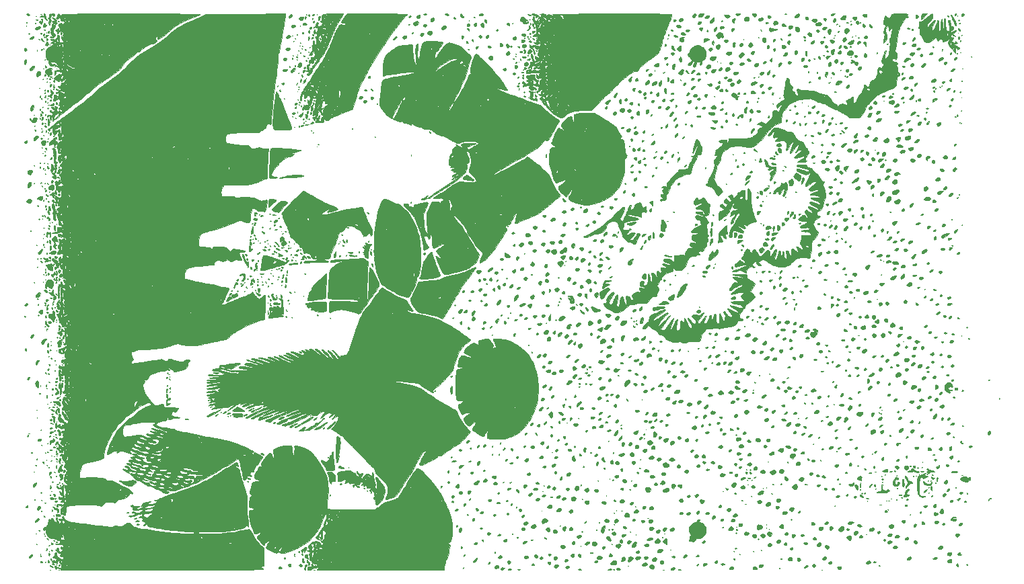
<source format=gbr>
G04 #@! TF.GenerationSoftware,KiCad,Pcbnew,(5.1.5)-3*
G04 #@! TF.CreationDate,2021-03-06T01:37:01+09:00*
G04 #@! TF.ProjectId,Setta21_Back_mask,53657474-6132-4315-9f42-61636b5f6d61,rev?*
G04 #@! TF.SameCoordinates,Original*
G04 #@! TF.FileFunction,Soldermask,Bot*
G04 #@! TF.FilePolarity,Negative*
%FSLAX46Y46*%
G04 Gerber Fmt 4.6, Leading zero omitted, Abs format (unit mm)*
G04 Created by KiCad (PCBNEW (5.1.5)-3) date 2021-03-06 01:37:01*
%MOMM*%
%LPD*%
G04 APERTURE LIST*
%ADD10C,0.010000*%
%ADD11C,0.100000*%
G04 APERTURE END LIST*
D10*
G36*
X102509999Y-61985643D02*
G01*
X102434482Y-61934254D01*
X102380622Y-61974123D01*
X102410185Y-62106639D01*
X102418438Y-62127647D01*
X102485768Y-62185670D01*
X102515083Y-62178025D01*
X102546522Y-62093615D01*
X102509999Y-61985643D01*
G37*
X102509999Y-61985643D02*
X102434482Y-61934254D01*
X102380622Y-61974123D01*
X102410185Y-62106639D01*
X102418438Y-62127647D01*
X102485768Y-62185670D01*
X102515083Y-62178025D01*
X102546522Y-62093615D01*
X102509999Y-61985643D01*
G36*
X69779834Y-125013260D02*
G01*
X69744751Y-125048343D01*
X69779834Y-125083426D01*
X69814917Y-125048343D01*
X69779834Y-125013260D01*
G37*
X69779834Y-125013260D02*
X69744751Y-125048343D01*
X69779834Y-125083426D01*
X69814917Y-125048343D01*
X69779834Y-125013260D01*
G36*
X70563352Y-120195212D02*
G01*
X70480081Y-120186815D01*
X70469797Y-120195212D01*
X70479429Y-120236926D01*
X70516574Y-120241989D01*
X70574329Y-120216317D01*
X70563352Y-120195212D01*
G37*
X70563352Y-120195212D02*
X70480081Y-120186815D01*
X70469797Y-120195212D01*
X70479429Y-120236926D01*
X70516574Y-120241989D01*
X70574329Y-120216317D01*
X70563352Y-120195212D01*
G36*
X70341160Y-77090056D02*
G01*
X70306077Y-77125138D01*
X70341160Y-77160221D01*
X70376243Y-77125138D01*
X70341160Y-77090056D01*
G37*
X70341160Y-77090056D02*
X70306077Y-77125138D01*
X70341160Y-77160221D01*
X70376243Y-77125138D01*
X70341160Y-77090056D01*
G36*
X70270994Y-118417680D02*
G01*
X70235911Y-118452763D01*
X70270994Y-118487846D01*
X70306077Y-118452763D01*
X70270994Y-118417680D01*
G37*
X70270994Y-118417680D02*
X70235911Y-118452763D01*
X70270994Y-118487846D01*
X70306077Y-118452763D01*
X70270994Y-118417680D01*
G36*
X187950644Y-107354881D02*
G01*
X187908931Y-107364512D01*
X187903867Y-107401658D01*
X187929540Y-107459412D01*
X187950644Y-107448435D01*
X187959042Y-107365165D01*
X187950644Y-107354881D01*
G37*
X187950644Y-107354881D02*
X187908931Y-107364512D01*
X187903867Y-107401658D01*
X187929540Y-107459412D01*
X187950644Y-107448435D01*
X187959042Y-107365165D01*
X187950644Y-107354881D01*
G36*
X186656763Y-105016827D02*
G01*
X186640884Y-105016022D01*
X186573414Y-105069963D01*
X186570718Y-105090329D01*
X186613704Y-105132235D01*
X186640884Y-105121271D01*
X186707821Y-105058220D01*
X186711050Y-105046964D01*
X186656763Y-105016827D01*
G37*
X186656763Y-105016827D02*
X186640884Y-105016022D01*
X186573414Y-105069963D01*
X186570718Y-105090329D01*
X186613704Y-105132235D01*
X186640884Y-105121271D01*
X186707821Y-105058220D01*
X186711050Y-105046964D01*
X186656763Y-105016827D01*
G36*
X186876838Y-119895029D02*
G01*
X186770083Y-119914225D01*
X186642333Y-120009208D01*
X186621395Y-120032294D01*
X186518501Y-120169554D01*
X186515717Y-120232362D01*
X186563211Y-120241989D01*
X186639915Y-120186151D01*
X186666258Y-120136741D01*
X186760029Y-120043401D01*
X186814096Y-120031492D01*
X186908875Y-119994282D01*
X186921547Y-119961326D01*
X186876838Y-119895029D01*
G37*
X186876838Y-119895029D02*
X186770083Y-119914225D01*
X186642333Y-120009208D01*
X186621395Y-120032294D01*
X186518501Y-120169554D01*
X186515717Y-120232362D01*
X186563211Y-120241989D01*
X186639915Y-120186151D01*
X186666258Y-120136741D01*
X186760029Y-120043401D01*
X186814096Y-120031492D01*
X186908875Y-119994282D01*
X186921547Y-119961326D01*
X186876838Y-119895029D01*
G36*
X186802384Y-111536951D02*
G01*
X186688249Y-111492329D01*
X186558264Y-111557516D01*
X186534496Y-111585261D01*
X186441233Y-111765759D01*
X186464384Y-111896578D01*
X186499102Y-111926452D01*
X186622489Y-111932739D01*
X186755397Y-111854219D01*
X186842111Y-111730331D01*
X186851381Y-111677097D01*
X186802384Y-111536951D01*
G37*
X186802384Y-111536951D02*
X186688249Y-111492329D01*
X186558264Y-111557516D01*
X186534496Y-111585261D01*
X186441233Y-111765759D01*
X186464384Y-111896578D01*
X186499102Y-111926452D01*
X186622489Y-111932739D01*
X186755397Y-111854219D01*
X186842111Y-111730331D01*
X186851381Y-111677097D01*
X186802384Y-111536951D01*
G36*
X184442357Y-64273113D02*
G01*
X184400644Y-64282744D01*
X184395580Y-64319890D01*
X184421253Y-64377644D01*
X184442357Y-64366667D01*
X184450755Y-64283397D01*
X184442357Y-64273113D01*
G37*
X184442357Y-64273113D02*
X184400644Y-64282744D01*
X184395580Y-64319890D01*
X184421253Y-64377644D01*
X184442357Y-64366667D01*
X184450755Y-64283397D01*
X184442357Y-64273113D01*
G36*
X184481090Y-113309402D02*
G01*
X184333316Y-113305906D01*
X184225904Y-113338170D01*
X184134337Y-113417830D01*
X184122774Y-113516646D01*
X184194103Y-113574728D01*
X184214427Y-113576243D01*
X184403746Y-113540762D01*
X184519387Y-113450908D01*
X184535911Y-113393322D01*
X184481090Y-113309402D01*
G37*
X184481090Y-113309402D02*
X184333316Y-113305906D01*
X184225904Y-113338170D01*
X184134337Y-113417830D01*
X184122774Y-113516646D01*
X184194103Y-113574728D01*
X184214427Y-113576243D01*
X184403746Y-113540762D01*
X184519387Y-113450908D01*
X184535911Y-113393322D01*
X184481090Y-113309402D01*
G36*
X184140982Y-99776568D02*
G01*
X184120179Y-99767040D01*
X184056200Y-99800910D01*
X184044751Y-99858840D01*
X184080353Y-99946166D01*
X184120179Y-99950640D01*
X184192672Y-99878202D01*
X184195608Y-99858840D01*
X184140982Y-99776568D01*
G37*
X184140982Y-99776568D02*
X184120179Y-99767040D01*
X184056200Y-99800910D01*
X184044751Y-99858840D01*
X184080353Y-99946166D01*
X184120179Y-99950640D01*
X184192672Y-99878202D01*
X184195608Y-99858840D01*
X184140982Y-99776568D01*
G36*
X183936506Y-119324986D02*
G01*
X183868771Y-119262770D01*
X183835626Y-119333633D01*
X183834254Y-119369058D01*
X183868776Y-119441326D01*
X183905564Y-119434376D01*
X183946041Y-119350286D01*
X183936506Y-119324986D01*
G37*
X183936506Y-119324986D02*
X183868771Y-119262770D01*
X183835626Y-119333633D01*
X183834254Y-119369058D01*
X183868776Y-119441326D01*
X183905564Y-119434376D01*
X183946041Y-119350286D01*
X183936506Y-119324986D01*
G36*
X183851025Y-98352316D02*
G01*
X183834254Y-98350277D01*
X183766127Y-98403671D01*
X183764088Y-98420442D01*
X183817483Y-98488569D01*
X183834254Y-98490608D01*
X183902381Y-98437214D01*
X183904420Y-98420442D01*
X183851025Y-98352316D01*
G37*
X183851025Y-98352316D02*
X183834254Y-98350277D01*
X183766127Y-98403671D01*
X183764088Y-98420442D01*
X183817483Y-98488569D01*
X183834254Y-98490608D01*
X183902381Y-98437214D01*
X183904420Y-98420442D01*
X183851025Y-98352316D01*
G36*
X183867786Y-128254272D02*
G01*
X183834254Y-128240884D01*
X183766097Y-128291244D01*
X183764088Y-128306909D01*
X183815092Y-128401937D01*
X183834254Y-128416299D01*
X183894323Y-128400392D01*
X183904420Y-128350274D01*
X183867786Y-128254272D01*
G37*
X183867786Y-128254272D02*
X183834254Y-128240884D01*
X183766097Y-128291244D01*
X183764088Y-128306909D01*
X183815092Y-128401937D01*
X183834254Y-128416299D01*
X183894323Y-128400392D01*
X183904420Y-128350274D01*
X183867786Y-128254272D01*
G36*
X183774330Y-120330291D02*
G01*
X183662981Y-120312155D01*
X183529149Y-120335668D01*
X183483425Y-120382321D01*
X183542007Y-120439894D01*
X183619616Y-120452487D01*
X183753938Y-120420267D01*
X183799171Y-120382321D01*
X183774330Y-120330291D01*
G37*
X183774330Y-120330291D02*
X183662981Y-120312155D01*
X183529149Y-120335668D01*
X183483425Y-120382321D01*
X183542007Y-120439894D01*
X183619616Y-120452487D01*
X183753938Y-120420267D01*
X183799171Y-120382321D01*
X183774330Y-120330291D01*
G36*
X183308011Y-65793370D02*
G01*
X183272928Y-65828453D01*
X183308011Y-65863536D01*
X183343094Y-65828453D01*
X183308011Y-65793370D01*
G37*
X183308011Y-65793370D02*
X183272928Y-65828453D01*
X183308011Y-65863536D01*
X183343094Y-65828453D01*
X183308011Y-65793370D01*
G36*
X183359865Y-110771653D02*
G01*
X183343094Y-110769614D01*
X183274967Y-110823008D01*
X183272928Y-110839779D01*
X183326322Y-110907906D01*
X183343094Y-110909945D01*
X183411221Y-110856551D01*
X183413260Y-110839779D01*
X183359865Y-110771653D01*
G37*
X183359865Y-110771653D02*
X183343094Y-110769614D01*
X183274967Y-110823008D01*
X183272928Y-110839779D01*
X183326322Y-110907906D01*
X183343094Y-110909945D01*
X183411221Y-110856551D01*
X183413260Y-110839779D01*
X183359865Y-110771653D01*
G36*
X183249539Y-67360405D02*
G01*
X183207826Y-67370037D01*
X183202762Y-67407183D01*
X183228435Y-67464937D01*
X183249539Y-67453960D01*
X183257937Y-67370689D01*
X183249539Y-67360405D01*
G37*
X183249539Y-67360405D02*
X183207826Y-67370037D01*
X183202762Y-67407183D01*
X183228435Y-67464937D01*
X183249539Y-67453960D01*
X183257937Y-67370689D01*
X183249539Y-67360405D01*
G36*
X183237845Y-85509945D02*
G01*
X183202762Y-85545028D01*
X183237845Y-85580111D01*
X183272928Y-85545028D01*
X183237845Y-85509945D01*
G37*
X183237845Y-85509945D02*
X183202762Y-85545028D01*
X183237845Y-85580111D01*
X183272928Y-85545028D01*
X183237845Y-85509945D01*
G36*
X183505727Y-58936422D02*
G01*
X183389204Y-58918763D01*
X183360635Y-58918202D01*
X183202328Y-58932943D01*
X183140722Y-59000690D01*
X183132597Y-59092542D01*
X183169815Y-59234454D01*
X183240047Y-59267956D01*
X183352198Y-59210407D01*
X183392802Y-59145166D01*
X183470046Y-59012669D01*
X183513390Y-58970826D01*
X183505727Y-58936422D01*
G37*
X183505727Y-58936422D02*
X183389204Y-58918763D01*
X183360635Y-58918202D01*
X183202328Y-58932943D01*
X183140722Y-59000690D01*
X183132597Y-59092542D01*
X183169815Y-59234454D01*
X183240047Y-59267956D01*
X183352198Y-59210407D01*
X183392802Y-59145166D01*
X183470046Y-59012669D01*
X183513390Y-58970826D01*
X183505727Y-58936422D01*
G36*
X183218641Y-61584230D02*
G01*
X183202762Y-61583426D01*
X183135293Y-61637366D01*
X183132597Y-61657732D01*
X183175583Y-61699638D01*
X183202762Y-61688674D01*
X183269699Y-61625623D01*
X183272928Y-61614368D01*
X183218641Y-61584230D01*
G37*
X183218641Y-61584230D02*
X183202762Y-61583426D01*
X183135293Y-61637366D01*
X183132597Y-61657732D01*
X183175583Y-61699638D01*
X183202762Y-61688674D01*
X183269699Y-61625623D01*
X183272928Y-61614368D01*
X183218641Y-61584230D01*
G36*
X183167679Y-69441989D02*
G01*
X183132597Y-69477072D01*
X183167679Y-69512155D01*
X183202762Y-69477072D01*
X183167679Y-69441989D01*
G37*
X183167679Y-69441989D02*
X183132597Y-69477072D01*
X183167679Y-69512155D01*
X183202762Y-69477072D01*
X183167679Y-69441989D01*
G36*
X183179374Y-99426151D02*
G01*
X183137660Y-99435783D01*
X183132597Y-99472928D01*
X183158269Y-99530683D01*
X183179374Y-99519706D01*
X183187771Y-99436435D01*
X183179374Y-99426151D01*
G37*
X183179374Y-99426151D02*
X183137660Y-99435783D01*
X183132597Y-99472928D01*
X183158269Y-99530683D01*
X183179374Y-99519706D01*
X183187771Y-99436435D01*
X183179374Y-99426151D01*
G36*
X183362073Y-106340084D02*
G01*
X183268074Y-106325139D01*
X183212031Y-106373087D01*
X183168260Y-106463928D01*
X183233807Y-106513327D01*
X183348416Y-106508608D01*
X183399625Y-106428459D01*
X183362073Y-106340084D01*
G37*
X183362073Y-106340084D02*
X183268074Y-106325139D01*
X183212031Y-106373087D01*
X183168260Y-106463928D01*
X183233807Y-106513327D01*
X183348416Y-106508608D01*
X183399625Y-106428459D01*
X183362073Y-106340084D01*
G36*
X183286084Y-117036599D02*
G01*
X183176424Y-117028235D01*
X183151600Y-117042139D01*
X183172526Y-117074030D01*
X183243692Y-117078991D01*
X183318562Y-117061855D01*
X183286084Y-117036599D01*
G37*
X183286084Y-117036599D02*
X183176424Y-117028235D01*
X183151600Y-117042139D01*
X183172526Y-117074030D01*
X183243692Y-117078991D01*
X183318562Y-117061855D01*
X183286084Y-117036599D01*
G36*
X183159776Y-71079921D02*
G01*
X183132597Y-71090884D01*
X183065660Y-71153936D01*
X183062431Y-71165191D01*
X183116717Y-71195328D01*
X183132597Y-71196133D01*
X183200066Y-71142193D01*
X183202762Y-71121826D01*
X183159776Y-71079921D01*
G37*
X183159776Y-71079921D02*
X183132597Y-71090884D01*
X183065660Y-71153936D01*
X183062431Y-71165191D01*
X183116717Y-71195328D01*
X183132597Y-71196133D01*
X183200066Y-71142193D01*
X183202762Y-71121826D01*
X183159776Y-71079921D01*
G36*
X183097514Y-72669614D02*
G01*
X183062431Y-72704696D01*
X183097514Y-72739779D01*
X183132597Y-72704696D01*
X183097514Y-72669614D01*
G37*
X183097514Y-72669614D02*
X183062431Y-72704696D01*
X183097514Y-72739779D01*
X183132597Y-72704696D01*
X183097514Y-72669614D01*
G36*
X183038735Y-62267542D02*
G01*
X183013125Y-62258727D01*
X183003344Y-62355249D01*
X183014371Y-62454858D01*
X183038735Y-62442956D01*
X183048002Y-62299303D01*
X183038735Y-62267542D01*
G37*
X183038735Y-62267542D02*
X183013125Y-62258727D01*
X183003344Y-62355249D01*
X183014371Y-62454858D01*
X183038735Y-62442956D01*
X183048002Y-62299303D01*
X183038735Y-62267542D01*
G36*
X183027348Y-63758564D02*
G01*
X182992265Y-63793647D01*
X183027348Y-63828730D01*
X183062431Y-63793647D01*
X183027348Y-63758564D01*
G37*
X183027348Y-63758564D02*
X182992265Y-63793647D01*
X183027348Y-63828730D01*
X183062431Y-63793647D01*
X183027348Y-63758564D01*
G36*
X184261010Y-117385183D02*
G01*
X184229339Y-117315895D01*
X184150502Y-117319143D01*
X184058128Y-117358034D01*
X183923660Y-117393105D01*
X183833030Y-117328636D01*
X183673447Y-117239037D01*
X183444776Y-117243201D01*
X183199278Y-117331913D01*
X183033043Y-117454544D01*
X183000476Y-117589366D01*
X183045964Y-117688024D01*
X183165472Y-117768042D01*
X183386306Y-117833710D01*
X183669516Y-117874584D01*
X183686796Y-117875682D01*
X183686796Y-117560990D01*
X183574159Y-117538418D01*
X183486264Y-117492481D01*
X183529547Y-117465054D01*
X183576624Y-117453381D01*
X183704158Y-117446921D01*
X183746192Y-117464240D01*
X183762916Y-117531084D01*
X183686796Y-117560990D01*
X183686796Y-117875682D01*
X183764088Y-117880596D01*
X183934744Y-117872687D01*
X184011638Y-117812493D01*
X184032090Y-117733564D01*
X184074284Y-117610185D01*
X184119797Y-117575691D01*
X184169820Y-117624363D01*
X184167541Y-117638840D01*
X184202194Y-117702079D01*
X184220166Y-117705196D01*
X184260915Y-117649495D01*
X184275043Y-117521048D01*
X184261010Y-117385183D01*
G37*
X184261010Y-117385183D02*
X184229339Y-117315895D01*
X184150502Y-117319143D01*
X184058128Y-117358034D01*
X183923660Y-117393105D01*
X183833030Y-117328636D01*
X183673447Y-117239037D01*
X183444776Y-117243201D01*
X183199278Y-117331913D01*
X183033043Y-117454544D01*
X183000476Y-117589366D01*
X183045964Y-117688024D01*
X183165472Y-117768042D01*
X183386306Y-117833710D01*
X183669516Y-117874584D01*
X183686796Y-117875682D01*
X183686796Y-117560990D01*
X183574159Y-117538418D01*
X183486264Y-117492481D01*
X183529547Y-117465054D01*
X183576624Y-117453381D01*
X183704158Y-117446921D01*
X183746192Y-117464240D01*
X183762916Y-117531084D01*
X183686796Y-117560990D01*
X183686796Y-117875682D01*
X183764088Y-117880596D01*
X183934744Y-117872687D01*
X184011638Y-117812493D01*
X184032090Y-117733564D01*
X184074284Y-117610185D01*
X184119797Y-117575691D01*
X184169820Y-117624363D01*
X184167541Y-117638840D01*
X184202194Y-117702079D01*
X184220166Y-117705196D01*
X184260915Y-117649495D01*
X184275043Y-117521048D01*
X184261010Y-117385183D01*
G36*
X183019200Y-68694008D02*
G01*
X182992265Y-68705249D01*
X182924719Y-68798198D01*
X182922099Y-68818779D01*
X182965331Y-68856821D01*
X182992265Y-68845580D01*
X183059811Y-68752631D01*
X183062431Y-68732050D01*
X183019200Y-68694008D01*
G37*
X183019200Y-68694008D02*
X182992265Y-68705249D01*
X182924719Y-68798198D01*
X182922099Y-68818779D01*
X182965331Y-68856821D01*
X182992265Y-68845580D01*
X183059811Y-68752631D01*
X183062431Y-68732050D01*
X183019200Y-68694008D01*
G36*
X183283969Y-112959037D02*
G01*
X183194171Y-112944752D01*
X183091970Y-112930482D01*
X183112580Y-112864999D01*
X183139313Y-112831410D01*
X183194531Y-112747846D01*
X183138908Y-112737086D01*
X183101095Y-112743703D01*
X182967473Y-112806082D01*
X182962385Y-112899136D01*
X183086044Y-112996740D01*
X183098998Y-113002827D01*
X183257791Y-113069614D01*
X183327198Y-113074845D01*
X183343062Y-113020294D01*
X183343094Y-113014917D01*
X183283969Y-112959037D01*
G37*
X183283969Y-112959037D02*
X183194171Y-112944752D01*
X183091970Y-112930482D01*
X183112580Y-112864999D01*
X183139313Y-112831410D01*
X183194531Y-112747846D01*
X183138908Y-112737086D01*
X183101095Y-112743703D01*
X182967473Y-112806082D01*
X182962385Y-112899136D01*
X183086044Y-112996740D01*
X183098998Y-113002827D01*
X183257791Y-113069614D01*
X183327198Y-113074845D01*
X183343062Y-113020294D01*
X183343094Y-113014917D01*
X183283969Y-112959037D01*
G36*
X183287557Y-119167267D02*
G01*
X183162926Y-119139868D01*
X183032172Y-119185678D01*
X183026454Y-119190245D01*
X182928915Y-119316563D01*
X182968055Y-119418097D01*
X182990815Y-119434187D01*
X183101603Y-119437383D01*
X183238452Y-119377709D01*
X183332701Y-119290089D01*
X183343094Y-119254998D01*
X183287557Y-119167267D01*
G37*
X183287557Y-119167267D02*
X183162926Y-119139868D01*
X183032172Y-119185678D01*
X183026454Y-119190245D01*
X182928915Y-119316563D01*
X182968055Y-119418097D01*
X182990815Y-119434187D01*
X183101603Y-119437383D01*
X183238452Y-119377709D01*
X183332701Y-119290089D01*
X183343094Y-119254998D01*
X183287557Y-119167267D01*
G36*
X182949279Y-60063899D02*
G01*
X182922099Y-60074862D01*
X182855162Y-60137914D01*
X182851934Y-60149169D01*
X182906220Y-60179306D01*
X182922099Y-60180111D01*
X182989569Y-60126171D01*
X182992265Y-60105804D01*
X182949279Y-60063899D01*
G37*
X182949279Y-60063899D02*
X182922099Y-60074862D01*
X182855162Y-60137914D01*
X182851934Y-60149169D01*
X182906220Y-60179306D01*
X182922099Y-60180111D01*
X182989569Y-60126171D01*
X182992265Y-60105804D01*
X182949279Y-60063899D01*
G36*
X182968877Y-72622836D02*
G01*
X182885606Y-72614439D01*
X182875322Y-72622836D01*
X182884954Y-72664550D01*
X182922099Y-72669614D01*
X182979854Y-72643941D01*
X182968877Y-72622836D01*
G37*
X182968877Y-72622836D02*
X182885606Y-72614439D01*
X182875322Y-72622836D01*
X182884954Y-72664550D01*
X182922099Y-72669614D01*
X182979854Y-72643941D01*
X182968877Y-72622836D01*
G36*
X182898711Y-81674218D02*
G01*
X182856997Y-81683849D01*
X182851934Y-81720995D01*
X182877606Y-81778749D01*
X182898711Y-81767772D01*
X182907108Y-81684502D01*
X182898711Y-81674218D01*
G37*
X182898711Y-81674218D02*
X182856997Y-81683849D01*
X182851934Y-81720995D01*
X182877606Y-81778749D01*
X182898711Y-81767772D01*
X182907108Y-81684502D01*
X182898711Y-81674218D01*
G36*
X183264481Y-123073690D02*
G01*
X183236538Y-123061724D01*
X183080642Y-123072254D01*
X182948091Y-123152362D01*
X182868347Y-123267139D01*
X182870871Y-123381678D01*
X182921971Y-123434451D01*
X183008310Y-123415215D01*
X183133252Y-123312856D01*
X183162567Y-123280720D01*
X183264837Y-123142130D01*
X183264481Y-123073690D01*
G37*
X183264481Y-123073690D02*
X183236538Y-123061724D01*
X183080642Y-123072254D01*
X182948091Y-123152362D01*
X182868347Y-123267139D01*
X182870871Y-123381678D01*
X182921971Y-123434451D01*
X183008310Y-123415215D01*
X183133252Y-123312856D01*
X183162567Y-123280720D01*
X183264837Y-123142130D01*
X183264481Y-123073690D01*
G36*
X182868705Y-59690990D02*
G01*
X182851934Y-59688951D01*
X182783807Y-59742345D01*
X182781768Y-59759116D01*
X182835162Y-59827243D01*
X182851934Y-59829282D01*
X182920060Y-59775888D01*
X182922099Y-59759116D01*
X182868705Y-59690990D01*
G37*
X182868705Y-59690990D02*
X182851934Y-59688951D01*
X182783807Y-59742345D01*
X182781768Y-59759116D01*
X182835162Y-59827243D01*
X182851934Y-59829282D01*
X182920060Y-59775888D01*
X182922099Y-59759116D01*
X182868705Y-59690990D01*
G36*
X182933778Y-60841842D02*
G01*
X182848404Y-60751176D01*
X182812122Y-60741437D01*
X182725635Y-60788157D01*
X182725858Y-60896264D01*
X182811696Y-61017675D01*
X182818546Y-61023507D01*
X182922995Y-61079135D01*
X182965284Y-61072469D01*
X182983396Y-60971976D01*
X182933778Y-60841842D01*
G37*
X182933778Y-60841842D02*
X182848404Y-60751176D01*
X182812122Y-60741437D01*
X182725635Y-60788157D01*
X182725858Y-60896264D01*
X182811696Y-61017675D01*
X182818546Y-61023507D01*
X182922995Y-61079135D01*
X182965284Y-61072469D01*
X182983396Y-60971976D01*
X182933778Y-60841842D01*
G36*
X182746685Y-61302763D02*
G01*
X182711602Y-61337846D01*
X182746685Y-61372928D01*
X182781768Y-61337846D01*
X182746685Y-61302763D01*
G37*
X182746685Y-61302763D02*
X182711602Y-61337846D01*
X182746685Y-61372928D01*
X182781768Y-61337846D01*
X182746685Y-61302763D01*
G36*
X182928374Y-61825384D02*
G01*
X182867242Y-61746051D01*
X182825458Y-61744244D01*
X182740726Y-61834637D01*
X182740193Y-61983829D01*
X182781856Y-62074586D01*
X182850483Y-62142039D01*
X182913499Y-62084360D01*
X182948750Y-61957301D01*
X182928374Y-61825384D01*
G37*
X182928374Y-61825384D02*
X182867242Y-61746051D01*
X182825458Y-61744244D01*
X182740726Y-61834637D01*
X182740193Y-61983829D01*
X182781856Y-62074586D01*
X182850483Y-62142039D01*
X182913499Y-62084360D01*
X182948750Y-61957301D01*
X182928374Y-61825384D01*
G36*
X182688214Y-59151013D02*
G01*
X182646500Y-59160645D01*
X182641436Y-59197790D01*
X182667109Y-59255545D01*
X182688214Y-59244568D01*
X182696611Y-59161297D01*
X182688214Y-59151013D01*
G37*
X182688214Y-59151013D02*
X182646500Y-59160645D01*
X182641436Y-59197790D01*
X182667109Y-59255545D01*
X182688214Y-59244568D01*
X182696611Y-59161297D01*
X182688214Y-59151013D01*
G36*
X182857224Y-97269129D02*
G01*
X182851934Y-97262707D01*
X182750645Y-97174503D01*
X182703011Y-97157459D01*
X182644836Y-97204559D01*
X182670044Y-97299805D01*
X182688214Y-97321179D01*
X182793828Y-97364272D01*
X182837136Y-97367956D01*
X182901959Y-97348520D01*
X182857224Y-97269129D01*
G37*
X182857224Y-97269129D02*
X182851934Y-97262707D01*
X182750645Y-97174503D01*
X182703011Y-97157459D01*
X182644836Y-97204559D01*
X182670044Y-97299805D01*
X182688214Y-97321179D01*
X182793828Y-97364272D01*
X182837136Y-97367956D01*
X182901959Y-97348520D01*
X182857224Y-97269129D01*
G36*
X182851934Y-115225138D02*
G01*
X182735611Y-115220039D01*
X182699375Y-115244382D01*
X182674194Y-115330396D01*
X182711602Y-115365470D01*
X182827925Y-115370570D01*
X182864161Y-115346226D01*
X182889342Y-115260212D01*
X182851934Y-115225138D01*
G37*
X182851934Y-115225138D02*
X182735611Y-115220039D01*
X182699375Y-115244382D01*
X182674194Y-115330396D01*
X182711602Y-115365470D01*
X182827925Y-115370570D01*
X182864161Y-115346226D01*
X182889342Y-115260212D01*
X182851934Y-115225138D01*
G36*
X183081258Y-127009719D02*
G01*
X183032467Y-127020728D01*
X182962960Y-127016274D01*
X182970485Y-126913278D01*
X182982537Y-126796063D01*
X182918174Y-126777246D01*
X182777155Y-126840038D01*
X182660684Y-126951119D01*
X182661091Y-127069286D01*
X182771883Y-127150178D01*
X182929549Y-127163561D01*
X183069758Y-127122684D01*
X183132536Y-127045406D01*
X183132597Y-127042762D01*
X183081258Y-127009719D01*
G37*
X183081258Y-127009719D02*
X183032467Y-127020728D01*
X182962960Y-127016274D01*
X182970485Y-126913278D01*
X182982537Y-126796063D01*
X182918174Y-126777246D01*
X182777155Y-126840038D01*
X182660684Y-126951119D01*
X182661091Y-127069286D01*
X182771883Y-127150178D01*
X182929549Y-127163561D01*
X183069758Y-127122684D01*
X183132536Y-127045406D01*
X183132597Y-127042762D01*
X183081258Y-127009719D01*
G36*
X182688214Y-63922284D02*
G01*
X182604943Y-63913886D01*
X182594659Y-63922284D01*
X182604291Y-63963997D01*
X182641436Y-63969061D01*
X182699191Y-63943389D01*
X182688214Y-63922284D01*
G37*
X182688214Y-63922284D02*
X182604943Y-63913886D01*
X182594659Y-63922284D01*
X182604291Y-63963997D01*
X182641436Y-63969061D01*
X182699191Y-63943389D01*
X182688214Y-63922284D01*
G36*
X182667502Y-71640104D02*
G01*
X182646699Y-71630576D01*
X182582719Y-71664446D01*
X182571271Y-71722376D01*
X182606873Y-71809702D01*
X182646699Y-71814176D01*
X182719191Y-71741738D01*
X182722127Y-71722376D01*
X182667502Y-71640104D01*
G37*
X182667502Y-71640104D02*
X182646699Y-71630576D01*
X182582719Y-71664446D01*
X182571271Y-71722376D01*
X182606873Y-71809702D01*
X182646699Y-71814176D01*
X182719191Y-71741738D01*
X182722127Y-71722376D01*
X182667502Y-71640104D01*
G36*
X182743478Y-82007064D02*
G01*
X182719884Y-82001658D01*
X182620692Y-82052861D01*
X182606353Y-82071824D01*
X182609561Y-82136583D01*
X182633154Y-82141989D01*
X182732346Y-82090786D01*
X182746685Y-82071824D01*
X182743478Y-82007064D01*
G37*
X182743478Y-82007064D02*
X182719884Y-82001658D01*
X182620692Y-82052861D01*
X182606353Y-82071824D01*
X182609561Y-82136583D01*
X182633154Y-82141989D01*
X182732346Y-82090786D01*
X182746685Y-82071824D01*
X182743478Y-82007064D01*
G36*
X182873873Y-88961328D02*
G01*
X182762333Y-88962553D01*
X182655470Y-89032266D01*
X182578548Y-89147274D01*
X182596954Y-89220029D01*
X182635698Y-89228730D01*
X182800560Y-89189906D01*
X182907693Y-89097392D01*
X182922099Y-89045808D01*
X182873873Y-88961328D01*
G37*
X182873873Y-88961328D02*
X182762333Y-88962553D01*
X182655470Y-89032266D01*
X182578548Y-89147274D01*
X182596954Y-89220029D01*
X182635698Y-89228730D01*
X182800560Y-89189906D01*
X182907693Y-89097392D01*
X182922099Y-89045808D01*
X182873873Y-88961328D01*
G36*
X182958965Y-119964210D02*
G01*
X182872120Y-119931378D01*
X182748912Y-119980717D01*
X182642043Y-120085953D01*
X182616811Y-120134791D01*
X182626642Y-120223836D01*
X182705213Y-120241989D01*
X182847169Y-120197427D01*
X182948799Y-120094971D01*
X182967308Y-119981469D01*
X182958965Y-119964210D01*
G37*
X182958965Y-119964210D02*
X182872120Y-119931378D01*
X182748912Y-119980717D01*
X182642043Y-120085953D01*
X182616811Y-120134791D01*
X182626642Y-120223836D01*
X182705213Y-120241989D01*
X182847169Y-120197427D01*
X182948799Y-120094971D01*
X182967308Y-119981469D01*
X182958965Y-119964210D01*
G36*
X182742974Y-128419722D02*
G01*
X182738151Y-128398757D01*
X182693004Y-128233519D01*
X182650942Y-128175926D01*
X182587204Y-128196085D01*
X182575939Y-128202916D01*
X182509617Y-128320331D01*
X182547574Y-128504006D01*
X182640148Y-128584252D01*
X182683703Y-128591713D01*
X182750203Y-128553128D01*
X182742974Y-128419722D01*
G37*
X182742974Y-128419722D02*
X182738151Y-128398757D01*
X182693004Y-128233519D01*
X182650942Y-128175926D01*
X182587204Y-128196085D01*
X182575939Y-128202916D01*
X182509617Y-128320331D01*
X182547574Y-128504006D01*
X182640148Y-128584252D01*
X182683703Y-128591713D01*
X182750203Y-128553128D01*
X182742974Y-128419722D01*
G36*
X182477716Y-118581400D02*
G01*
X182436003Y-118591032D01*
X182430939Y-118628177D01*
X182456612Y-118685931D01*
X182477716Y-118674954D01*
X182486114Y-118591684D01*
X182477716Y-118581400D01*
G37*
X182477716Y-118581400D02*
X182436003Y-118591032D01*
X182430939Y-118628177D01*
X182456612Y-118685931D01*
X182477716Y-118674954D01*
X182486114Y-118591684D01*
X182477716Y-118581400D01*
G36*
X182466022Y-71897790D02*
G01*
X182402971Y-71830853D01*
X182391715Y-71827625D01*
X182361578Y-71881911D01*
X182360773Y-71897790D01*
X182414713Y-71965260D01*
X182435080Y-71967956D01*
X182476986Y-71924970D01*
X182466022Y-71897790D01*
G37*
X182466022Y-71897790D02*
X182402971Y-71830853D01*
X182391715Y-71827625D01*
X182361578Y-71881911D01*
X182360773Y-71897790D01*
X182414713Y-71965260D01*
X182435080Y-71967956D01*
X182476986Y-71924970D01*
X182466022Y-71897790D01*
G36*
X182803147Y-124410530D02*
G01*
X182611295Y-124426341D01*
X182548288Y-124447334D01*
X182397107Y-124528497D01*
X182377921Y-124622626D01*
X182487036Y-124754795D01*
X182501105Y-124767680D01*
X182611424Y-124852902D01*
X182694641Y-124840120D01*
X182781768Y-124767680D01*
X182905662Y-124604908D01*
X182907029Y-124477955D01*
X182803147Y-124410530D01*
G37*
X182803147Y-124410530D02*
X182611295Y-124426341D01*
X182548288Y-124447334D01*
X182397107Y-124528497D01*
X182377921Y-124622626D01*
X182487036Y-124754795D01*
X182501105Y-124767680D01*
X182611424Y-124852902D01*
X182694641Y-124840120D01*
X182781768Y-124767680D01*
X182905662Y-124604908D01*
X182907029Y-124477955D01*
X182803147Y-124410530D01*
G36*
X182468795Y-58926440D02*
G01*
X182426554Y-58930283D01*
X182320218Y-59019119D01*
X182303764Y-59053074D01*
X182322917Y-59118312D01*
X182365159Y-59114469D01*
X182471495Y-59025633D01*
X182487949Y-58991678D01*
X182468795Y-58926440D01*
G37*
X182468795Y-58926440D02*
X182426554Y-58930283D01*
X182320218Y-59019119D01*
X182303764Y-59053074D01*
X182322917Y-59118312D01*
X182365159Y-59114469D01*
X182471495Y-59025633D01*
X182487949Y-58991678D01*
X182468795Y-58926440D01*
G36*
X182687115Y-106061557D02*
G01*
X182590343Y-106019615D01*
X182504573Y-106013812D01*
X182353020Y-106026792D01*
X182296572Y-106100351D01*
X182290608Y-106183111D01*
X182311550Y-106308073D01*
X182403200Y-106342054D01*
X182483563Y-106336291D01*
X182645558Y-106275012D01*
X182697529Y-106166992D01*
X182687115Y-106061557D01*
G37*
X182687115Y-106061557D02*
X182590343Y-106019615D01*
X182504573Y-106013812D01*
X182353020Y-106026792D01*
X182296572Y-106100351D01*
X182290608Y-106183111D01*
X182311550Y-106308073D01*
X182403200Y-106342054D01*
X182483563Y-106336291D01*
X182645558Y-106275012D01*
X182697529Y-106166992D01*
X182687115Y-106061557D01*
G36*
X182548513Y-64417463D02*
G01*
X182472229Y-64405347D01*
X182341345Y-64513124D01*
X182336565Y-64518371D01*
X182234795Y-64657845D01*
X182251128Y-64725486D01*
X182378315Y-64728223D01*
X182520165Y-64648321D01*
X182558609Y-64547928D01*
X182548513Y-64417463D01*
G37*
X182548513Y-64417463D02*
X182472229Y-64405347D01*
X182341345Y-64513124D01*
X182336565Y-64518371D01*
X182234795Y-64657845D01*
X182251128Y-64725486D01*
X182378315Y-64728223D01*
X182520165Y-64648321D01*
X182558609Y-64547928D01*
X182548513Y-64417463D01*
G36*
X182486063Y-75297482D02*
G01*
X182393070Y-75285142D01*
X182282091Y-75344949D01*
X182221166Y-75438176D01*
X182220442Y-75448667D01*
X182255981Y-75537186D01*
X182282016Y-75546409D01*
X182369516Y-75501935D01*
X182455620Y-75406569D01*
X182493537Y-75317396D01*
X182486063Y-75297482D01*
G37*
X182486063Y-75297482D02*
X182393070Y-75285142D01*
X182282091Y-75344949D01*
X182221166Y-75438176D01*
X182220442Y-75448667D01*
X182255981Y-75537186D01*
X182282016Y-75546409D01*
X182369516Y-75501935D01*
X182455620Y-75406569D01*
X182493537Y-75317396D01*
X182486063Y-75297482D01*
G36*
X182595662Y-86066593D02*
G01*
X182487325Y-86111551D01*
X182360773Y-86211603D01*
X182251543Y-86362001D01*
X182225853Y-86489777D01*
X182287865Y-86558644D01*
X182320551Y-86562431D01*
X182402049Y-86507500D01*
X182506632Y-86377589D01*
X182598334Y-86225023D01*
X182641194Y-86102125D01*
X182641436Y-86095574D01*
X182595662Y-86066593D01*
G37*
X182595662Y-86066593D02*
X182487325Y-86111551D01*
X182360773Y-86211603D01*
X182251543Y-86362001D01*
X182225853Y-86489777D01*
X182287865Y-86558644D01*
X182320551Y-86562431D01*
X182402049Y-86507500D01*
X182506632Y-86377589D01*
X182598334Y-86225023D01*
X182641194Y-86102125D01*
X182641436Y-86095574D01*
X182595662Y-86066593D01*
G36*
X182322812Y-68539483D02*
G01*
X182229269Y-68559155D01*
X182155460Y-68628836D01*
X182113046Y-68733221D01*
X182146869Y-68773309D01*
X182267310Y-68784440D01*
X182350372Y-68693367D01*
X182360773Y-68630942D01*
X182322812Y-68539483D01*
G37*
X182322812Y-68539483D02*
X182229269Y-68559155D01*
X182155460Y-68628836D01*
X182113046Y-68733221D01*
X182146869Y-68773309D01*
X182267310Y-68784440D01*
X182350372Y-68693367D01*
X182360773Y-68630942D01*
X182322812Y-68539483D01*
G36*
X182304207Y-107206099D02*
G01*
X182224583Y-107191161D01*
X182108336Y-107219788D01*
X182080110Y-107261326D01*
X182136642Y-107324259D01*
X182181218Y-107331492D01*
X182300679Y-107288729D01*
X182325690Y-107261326D01*
X182304207Y-107206099D01*
G37*
X182304207Y-107206099D02*
X182224583Y-107191161D01*
X182108336Y-107219788D01*
X182080110Y-107261326D01*
X182136642Y-107324259D01*
X182181218Y-107331492D01*
X182300679Y-107288729D01*
X182325690Y-107261326D01*
X182304207Y-107206099D01*
G36*
X182255525Y-112243094D02*
G01*
X182165821Y-112175605D01*
X182146135Y-112172928D01*
X182082000Y-112226447D01*
X182080110Y-112243094D01*
X182137223Y-112304673D01*
X182189500Y-112313260D01*
X182262126Y-112279244D01*
X182255525Y-112243094D01*
G37*
X182255525Y-112243094D02*
X182165821Y-112175605D01*
X182146135Y-112172928D01*
X182082000Y-112226447D01*
X182080110Y-112243094D01*
X182137223Y-112304673D01*
X182189500Y-112313260D01*
X182262126Y-112279244D01*
X182255525Y-112243094D01*
G36*
X182384226Y-76964372D02*
G01*
X182263429Y-76971942D01*
X182132735Y-77047398D01*
X182033670Y-77159467D01*
X182015435Y-77258622D01*
X182084723Y-77300553D01*
X182238777Y-77258530D01*
X182374091Y-77161000D01*
X182430939Y-77052504D01*
X182384226Y-76964372D01*
G37*
X182384226Y-76964372D02*
X182263429Y-76971942D01*
X182132735Y-77047398D01*
X182033670Y-77159467D01*
X182015435Y-77258622D01*
X182084723Y-77300553D01*
X182238777Y-77258530D01*
X182374091Y-77161000D01*
X182430939Y-77052504D01*
X182384226Y-76964372D01*
G36*
X182500966Y-78387955D02*
G01*
X182500416Y-78387292D01*
X182361029Y-78291088D01*
X182211798Y-78332855D01*
X182126068Y-78411188D01*
X182029896Y-78531199D01*
X182026466Y-78609821D01*
X182094144Y-78689835D01*
X182220435Y-78765451D01*
X182325419Y-78753228D01*
X182360773Y-78676292D01*
X182417684Y-78569726D01*
X182473924Y-78535130D01*
X182547820Y-78479908D01*
X182500966Y-78387955D01*
G37*
X182500966Y-78387955D02*
X182500416Y-78387292D01*
X182361029Y-78291088D01*
X182211798Y-78332855D01*
X182126068Y-78411188D01*
X182029896Y-78531199D01*
X182026466Y-78609821D01*
X182094144Y-78689835D01*
X182220435Y-78765451D01*
X182325419Y-78753228D01*
X182360773Y-78676292D01*
X182417684Y-78569726D01*
X182473924Y-78535130D01*
X182547820Y-78479908D01*
X182500966Y-78387955D01*
G36*
X182029176Y-88108933D02*
G01*
X182009945Y-88106078D01*
X181941603Y-88130017D01*
X181939779Y-88137020D01*
X181988947Y-88196925D01*
X182009945Y-88211326D01*
X182074601Y-88205763D01*
X182080110Y-88180384D01*
X182029176Y-88108933D01*
G37*
X182029176Y-88108933D02*
X182009945Y-88106078D01*
X181941603Y-88130017D01*
X181939779Y-88137020D01*
X181988947Y-88196925D01*
X182009945Y-88211326D01*
X182074601Y-88205763D01*
X182080110Y-88180384D01*
X182029176Y-88108933D01*
G36*
X182195848Y-99234198D02*
G01*
X182097652Y-99204927D01*
X181968994Y-99221938D01*
X181939779Y-99297514D01*
X181988212Y-99384362D01*
X182097652Y-99390101D01*
X182221044Y-99346054D01*
X182255525Y-99297514D01*
X182195848Y-99234198D01*
G37*
X182195848Y-99234198D02*
X182097652Y-99204927D01*
X181968994Y-99221938D01*
X181939779Y-99297514D01*
X181988212Y-99384362D01*
X182097652Y-99390101D01*
X182221044Y-99346054D01*
X182255525Y-99297514D01*
X182195848Y-99234198D01*
G36*
X181986556Y-84831676D02*
G01*
X181903286Y-84823279D01*
X181893002Y-84831676D01*
X181902633Y-84873390D01*
X181939779Y-84878453D01*
X181997533Y-84852781D01*
X181986556Y-84831676D01*
G37*
X181986556Y-84831676D02*
X181903286Y-84823279D01*
X181893002Y-84831676D01*
X181902633Y-84873390D01*
X181939779Y-84878453D01*
X181997533Y-84852781D01*
X181986556Y-84831676D01*
G36*
X182099273Y-104988408D02*
G01*
X182021924Y-104990770D01*
X181925368Y-105061538D01*
X181870507Y-105153899D01*
X181869613Y-105164945D01*
X181926028Y-105220709D01*
X181967355Y-105226520D01*
X182067259Y-105175842D01*
X182120510Y-105070265D01*
X182099273Y-104988408D01*
G37*
X182099273Y-104988408D02*
X182021924Y-104990770D01*
X181925368Y-105061538D01*
X181870507Y-105153899D01*
X181869613Y-105164945D01*
X181926028Y-105220709D01*
X181967355Y-105226520D01*
X182067259Y-105175842D01*
X182120510Y-105070265D01*
X182099273Y-104988408D01*
G36*
X182617423Y-116550831D02*
G01*
X182523238Y-116527258D01*
X182325659Y-116540550D01*
X182319589Y-116541231D01*
X182065758Y-116584434D01*
X181930546Y-116636375D01*
X181918465Y-116685932D01*
X182034028Y-116721982D01*
X182241492Y-116733702D01*
X182474710Y-116726032D01*
X182597700Y-116697391D01*
X182640005Y-116639330D01*
X182641436Y-116619328D01*
X182617423Y-116550831D01*
G37*
X182617423Y-116550831D02*
X182523238Y-116527258D01*
X182325659Y-116540550D01*
X182319589Y-116541231D01*
X182065758Y-116584434D01*
X181930546Y-116636375D01*
X181918465Y-116685932D01*
X182034028Y-116721982D01*
X182241492Y-116733702D01*
X182474710Y-116726032D01*
X182597700Y-116697391D01*
X182640005Y-116639330D01*
X182641436Y-116619328D01*
X182617423Y-116550831D01*
G36*
X182517345Y-60266257D02*
G01*
X182481947Y-60127487D01*
X182410515Y-59927309D01*
X182333396Y-59775390D01*
X182321561Y-59759116D01*
X182234264Y-59627404D01*
X182129865Y-59441469D01*
X182114556Y-59411718D01*
X182013257Y-59235631D01*
X181911852Y-59094734D01*
X181833625Y-59017095D01*
X181801863Y-59030779D01*
X181801934Y-59034906D01*
X181835642Y-59132759D01*
X181904696Y-59267956D01*
X181980431Y-59439164D01*
X182007458Y-59562674D01*
X182058144Y-59697806D01*
X182101178Y-59738088D01*
X182175839Y-59836136D01*
X182254508Y-60015370D01*
X182279409Y-60092404D01*
X182351723Y-60272845D01*
X182432241Y-60378856D01*
X182462271Y-60390608D01*
X182518127Y-60364996D01*
X182517345Y-60266257D01*
G37*
X182517345Y-60266257D02*
X182481947Y-60127487D01*
X182410515Y-59927309D01*
X182333396Y-59775390D01*
X182321561Y-59759116D01*
X182234264Y-59627404D01*
X182129865Y-59441469D01*
X182114556Y-59411718D01*
X182013257Y-59235631D01*
X181911852Y-59094734D01*
X181833625Y-59017095D01*
X181801863Y-59030779D01*
X181801934Y-59034906D01*
X181835642Y-59132759D01*
X181904696Y-59267956D01*
X181980431Y-59439164D01*
X182007458Y-59562674D01*
X182058144Y-59697806D01*
X182101178Y-59738088D01*
X182175839Y-59836136D01*
X182254508Y-60015370D01*
X182279409Y-60092404D01*
X182351723Y-60272845D01*
X182432241Y-60378856D01*
X182462271Y-60390608D01*
X182518127Y-60364996D01*
X182517345Y-60266257D01*
G36*
X182267748Y-65817288D02*
G01*
X182178937Y-65813732D01*
X182038435Y-65873744D01*
X181899296Y-65967508D01*
X181814575Y-66065204D01*
X181811190Y-66073889D01*
X181846963Y-66129452D01*
X181977680Y-66132056D01*
X182137019Y-66076741D01*
X182253322Y-65975922D01*
X182292062Y-65867063D01*
X182267748Y-65817288D01*
G37*
X182267748Y-65817288D02*
X182178937Y-65813732D01*
X182038435Y-65873744D01*
X181899296Y-65967508D01*
X181814575Y-66065204D01*
X181811190Y-66073889D01*
X181846963Y-66129452D01*
X181977680Y-66132056D01*
X182137019Y-66076741D01*
X182253322Y-65975922D01*
X182292062Y-65867063D01*
X182267748Y-65817288D01*
G36*
X182089678Y-69553151D02*
G01*
X182006308Y-69567351D01*
X181908150Y-69650774D01*
X181842123Y-69752785D01*
X181846071Y-69816053D01*
X181954074Y-69857860D01*
X182058396Y-69760745D01*
X182077831Y-69726910D01*
X182111670Y-69605062D01*
X182089678Y-69553151D01*
G37*
X182089678Y-69553151D02*
X182006308Y-69567351D01*
X181908150Y-69650774D01*
X181842123Y-69752785D01*
X181846071Y-69816053D01*
X181954074Y-69857860D01*
X182058396Y-69760745D01*
X182077831Y-69726910D01*
X182111670Y-69605062D01*
X182089678Y-69553151D01*
G36*
X182170327Y-103131343D02*
G01*
X182039586Y-103095295D01*
X181922237Y-103133497D01*
X181807304Y-103236812D01*
X181817375Y-103336498D01*
X181940821Y-103396927D01*
X182009945Y-103402210D01*
X182165148Y-103379281D01*
X182218908Y-103296252D01*
X182220442Y-103267726D01*
X182170327Y-103131343D01*
G37*
X182170327Y-103131343D02*
X182039586Y-103095295D01*
X181922237Y-103133497D01*
X181807304Y-103236812D01*
X181817375Y-103336498D01*
X181940821Y-103396927D01*
X182009945Y-103402210D01*
X182165148Y-103379281D01*
X182218908Y-103296252D01*
X182220442Y-103267726D01*
X182170327Y-103131343D01*
G36*
X182490973Y-122565973D02*
G01*
X182340214Y-122557486D01*
X182320438Y-122557459D01*
X182143687Y-122538166D01*
X182096639Y-122478854D01*
X182099164Y-122469752D01*
X182184047Y-122411559D01*
X182321911Y-122403245D01*
X182453692Y-122398347D01*
X182468284Y-122350621D01*
X182355936Y-122284846D01*
X182185169Y-122293516D01*
X182003692Y-122359265D01*
X181859218Y-122464730D01*
X181799456Y-122592544D01*
X181799447Y-122594052D01*
X181854972Y-122703348D01*
X181935166Y-122765487D01*
X182162858Y-122833831D01*
X182365406Y-122801059D01*
X182484821Y-122697790D01*
X182530356Y-122605212D01*
X182490973Y-122565973D01*
G37*
X182490973Y-122565973D02*
X182340214Y-122557486D01*
X182320438Y-122557459D01*
X182143687Y-122538166D01*
X182096639Y-122478854D01*
X182099164Y-122469752D01*
X182184047Y-122411559D01*
X182321911Y-122403245D01*
X182453692Y-122398347D01*
X182468284Y-122350621D01*
X182355936Y-122284846D01*
X182185169Y-122293516D01*
X182003692Y-122359265D01*
X181859218Y-122464730D01*
X181799456Y-122592544D01*
X181799447Y-122594052D01*
X181854972Y-122703348D01*
X181935166Y-122765487D01*
X182162858Y-122833831D01*
X182365406Y-122801059D01*
X182484821Y-122697790D01*
X182530356Y-122605212D01*
X182490973Y-122565973D01*
G36*
X181886894Y-63759193D02*
G01*
X181877120Y-63758564D01*
X181802135Y-63817649D01*
X181743495Y-63952338D01*
X181729282Y-64053557D01*
X181770000Y-64079836D01*
X181834530Y-64039227D01*
X181917115Y-63928327D01*
X181937360Y-63816592D01*
X181886894Y-63759193D01*
G37*
X181886894Y-63759193D02*
X181877120Y-63758564D01*
X181802135Y-63817649D01*
X181743495Y-63952338D01*
X181729282Y-64053557D01*
X181770000Y-64079836D01*
X181834530Y-64039227D01*
X181917115Y-63928327D01*
X181937360Y-63816592D01*
X181886894Y-63759193D01*
G36*
X182209987Y-110451527D02*
G01*
X182157065Y-110428397D01*
X182029339Y-110478693D01*
X181936294Y-110525835D01*
X181778769Y-110615721D01*
X181737872Y-110670988D01*
X181800893Y-110711466D01*
X181814341Y-110716107D01*
X181990027Y-110730094D01*
X182142824Y-110673831D01*
X182218958Y-110569189D01*
X182220442Y-110550937D01*
X182209987Y-110451527D01*
G37*
X182209987Y-110451527D02*
X182157065Y-110428397D01*
X182029339Y-110478693D01*
X181936294Y-110525835D01*
X181778769Y-110615721D01*
X181737872Y-110670988D01*
X181800893Y-110711466D01*
X181814341Y-110716107D01*
X181990027Y-110730094D01*
X182142824Y-110673831D01*
X182218958Y-110569189D01*
X182220442Y-110550937D01*
X182209987Y-110451527D01*
G36*
X182047015Y-120192924D02*
G01*
X181954793Y-120171824D01*
X181819740Y-120220830D01*
X181771871Y-120282811D01*
X181734909Y-120407249D01*
X181780480Y-120448615D01*
X181869613Y-120452487D01*
X181983824Y-120440141D01*
X182009945Y-120423142D01*
X182031772Y-120340664D01*
X182052534Y-120282811D01*
X182047015Y-120192924D01*
G37*
X182047015Y-120192924D02*
X181954793Y-120171824D01*
X181819740Y-120220830D01*
X181771871Y-120282811D01*
X181734909Y-120407249D01*
X181780480Y-120448615D01*
X181869613Y-120452487D01*
X181983824Y-120440141D01*
X182009945Y-120423142D01*
X182031772Y-120340664D01*
X182052534Y-120282811D01*
X182047015Y-120192924D01*
G36*
X182097337Y-100050767D02*
G01*
X181974439Y-100036346D01*
X181835459Y-100076478D01*
X181734274Y-100165434D01*
X181731750Y-100169973D01*
X181668299Y-100312853D01*
X181696712Y-100373138D01*
X181820497Y-100385083D01*
X182010124Y-100336241D01*
X182130107Y-100213091D01*
X182150276Y-100125470D01*
X182097337Y-100050767D01*
G37*
X182097337Y-100050767D02*
X181974439Y-100036346D01*
X181835459Y-100076478D01*
X181734274Y-100165434D01*
X181731750Y-100169973D01*
X181668299Y-100312853D01*
X181696712Y-100373138D01*
X181820497Y-100385083D01*
X182010124Y-100336241D01*
X182130107Y-100213091D01*
X182150276Y-100125470D01*
X182097337Y-100050767D01*
G36*
X182037377Y-114579447D02*
G01*
X181930540Y-114573211D01*
X181791643Y-114669434D01*
X181775239Y-114686879D01*
X181679058Y-114806904D01*
X181675494Y-114885396D01*
X181742357Y-114964567D01*
X181848471Y-114991391D01*
X181967490Y-114923656D01*
X182057255Y-114795882D01*
X182080110Y-114688021D01*
X182037377Y-114579447D01*
G37*
X182037377Y-114579447D02*
X181930540Y-114573211D01*
X181791643Y-114669434D01*
X181775239Y-114686879D01*
X181679058Y-114806904D01*
X181675494Y-114885396D01*
X181742357Y-114964567D01*
X181848471Y-114991391D01*
X181967490Y-114923656D01*
X182057255Y-114795882D01*
X182080110Y-114688021D01*
X182037377Y-114579447D01*
G36*
X181906161Y-67142913D02*
G01*
X181850629Y-67126520D01*
X181713967Y-67180242D01*
X181635971Y-67301956D01*
X181639302Y-67389641D01*
X181711424Y-67460406D01*
X181811319Y-67473866D01*
X181868877Y-67422935D01*
X181869613Y-67412921D01*
X181892758Y-67295333D01*
X181912203Y-67237507D01*
X181906161Y-67142913D01*
G37*
X181906161Y-67142913D02*
X181850629Y-67126520D01*
X181713967Y-67180242D01*
X181635971Y-67301956D01*
X181639302Y-67389641D01*
X181711424Y-67460406D01*
X181811319Y-67473866D01*
X181868877Y-67422935D01*
X181869613Y-67412921D01*
X181892758Y-67295333D01*
X181912203Y-67237507D01*
X181906161Y-67142913D01*
G36*
X181824220Y-70367259D02*
G01*
X181728059Y-70366230D01*
X181641155Y-70444100D01*
X181631540Y-70465131D01*
X181593910Y-70575526D01*
X181607557Y-70628504D01*
X181635119Y-70657587D01*
X181717437Y-70661658D01*
X181811935Y-70585389D01*
X181867621Y-70473750D01*
X181869613Y-70450801D01*
X181824220Y-70367259D01*
G37*
X181824220Y-70367259D02*
X181728059Y-70366230D01*
X181641155Y-70444100D01*
X181631540Y-70465131D01*
X181593910Y-70575526D01*
X181607557Y-70628504D01*
X181635119Y-70657587D01*
X181717437Y-70661658D01*
X181811935Y-70585389D01*
X181867621Y-70473750D01*
X181869613Y-70450801D01*
X181824220Y-70367259D01*
G36*
X181953160Y-88382158D02*
G01*
X181827502Y-88351299D01*
X181700012Y-88383375D01*
X181685305Y-88394122D01*
X181605844Y-88505624D01*
X181595927Y-88615454D01*
X181659998Y-88667329D01*
X181663729Y-88667404D01*
X181793827Y-88633758D01*
X181929180Y-88557723D01*
X182006849Y-88476648D01*
X182009945Y-88461945D01*
X181953160Y-88382158D01*
G37*
X181953160Y-88382158D02*
X181827502Y-88351299D01*
X181700012Y-88383375D01*
X181685305Y-88394122D01*
X181605844Y-88505624D01*
X181595927Y-88615454D01*
X181659998Y-88667329D01*
X181663729Y-88667404D01*
X181793827Y-88633758D01*
X181929180Y-88557723D01*
X182006849Y-88476648D01*
X182009945Y-88461945D01*
X181953160Y-88382158D01*
G36*
X181907012Y-113408018D02*
G01*
X181820625Y-113374724D01*
X181698487Y-113473357D01*
X181686624Y-113488536D01*
X181603871Y-113661831D01*
X181605815Y-113819476D01*
X181662190Y-113893889D01*
X181774896Y-113897285D01*
X181876180Y-113798232D01*
X181934981Y-113633231D01*
X181939779Y-113567652D01*
X181907012Y-113408018D01*
G37*
X181907012Y-113408018D02*
X181820625Y-113374724D01*
X181698487Y-113473357D01*
X181686624Y-113488536D01*
X181603871Y-113661831D01*
X181605815Y-113819476D01*
X181662190Y-113893889D01*
X181774896Y-113897285D01*
X181876180Y-113798232D01*
X181934981Y-113633231D01*
X181939779Y-113567652D01*
X181907012Y-113408018D01*
G36*
X182026594Y-81531871D02*
G01*
X181898975Y-81513682D01*
X181746648Y-81556617D01*
X181634908Y-81638813D01*
X181539312Y-81783282D01*
X181527004Y-81892897D01*
X181592435Y-81931492D01*
X181737127Y-81894118D01*
X181901456Y-81804742D01*
X182033021Y-81697483D01*
X182080110Y-81613944D01*
X182026594Y-81531871D01*
G37*
X182026594Y-81531871D02*
X181898975Y-81513682D01*
X181746648Y-81556617D01*
X181634908Y-81638813D01*
X181539312Y-81783282D01*
X181527004Y-81892897D01*
X181592435Y-81931492D01*
X181737127Y-81894118D01*
X181901456Y-81804742D01*
X182033021Y-81697483D01*
X182080110Y-81613944D01*
X182026594Y-81531871D01*
G36*
X181880686Y-97000134D02*
G01*
X181780860Y-96983762D01*
X181648924Y-97040230D01*
X181544197Y-97135916D01*
X181518784Y-97205279D01*
X181571117Y-97316237D01*
X181600314Y-97339896D01*
X181695185Y-97330380D01*
X181802145Y-97240924D01*
X181881119Y-97120093D01*
X181892032Y-97016450D01*
X181880686Y-97000134D01*
G37*
X181880686Y-97000134D02*
X181780860Y-96983762D01*
X181648924Y-97040230D01*
X181544197Y-97135916D01*
X181518784Y-97205279D01*
X181571117Y-97316237D01*
X181600314Y-97339896D01*
X181695185Y-97330380D01*
X181802145Y-97240924D01*
X181881119Y-97120093D01*
X181892032Y-97016450D01*
X181880686Y-97000134D01*
G36*
X181907496Y-87180295D02*
G01*
X181856170Y-87157917D01*
X181664782Y-87129920D01*
X181516491Y-87188820D01*
X181461821Y-87282436D01*
X181489365Y-87384491D01*
X181570395Y-87404420D01*
X181731517Y-87363828D01*
X181838661Y-87304183D01*
X181929696Y-87225191D01*
X181907496Y-87180295D01*
G37*
X181907496Y-87180295D02*
X181856170Y-87157917D01*
X181664782Y-87129920D01*
X181516491Y-87188820D01*
X181461821Y-87282436D01*
X181489365Y-87384491D01*
X181570395Y-87404420D01*
X181731517Y-87363828D01*
X181838661Y-87304183D01*
X181929696Y-87225191D01*
X181907496Y-87180295D01*
G36*
X181554135Y-59213063D02*
G01*
X181461775Y-59143704D01*
X181390200Y-59174242D01*
X181378453Y-59227026D01*
X181434947Y-59323683D01*
X181489549Y-59338122D01*
X181566387Y-59297221D01*
X181554135Y-59213063D01*
G37*
X181554135Y-59213063D02*
X181461775Y-59143704D01*
X181390200Y-59174242D01*
X181378453Y-59227026D01*
X181434947Y-59323683D01*
X181489549Y-59338122D01*
X181566387Y-59297221D01*
X181554135Y-59213063D01*
G36*
X181791823Y-94590428D02*
G01*
X181657547Y-94573262D01*
X181549879Y-94591140D01*
X181423627Y-94660259D01*
X181380949Y-94754170D01*
X181429950Y-94827197D01*
X181505374Y-94841989D01*
X181664317Y-94801676D01*
X181761583Y-94747451D01*
X181834560Y-94654440D01*
X181791823Y-94590428D01*
G37*
X181791823Y-94590428D02*
X181657547Y-94573262D01*
X181549879Y-94591140D01*
X181423627Y-94660259D01*
X181380949Y-94754170D01*
X181429950Y-94827197D01*
X181505374Y-94841989D01*
X181664317Y-94801676D01*
X181761583Y-94747451D01*
X181834560Y-94654440D01*
X181791823Y-94590428D01*
G36*
X181918208Y-95374345D02*
G01*
X181796664Y-95346776D01*
X181638686Y-95359995D01*
X181522404Y-95401378D01*
X181397313Y-95506133D01*
X181403317Y-95604586D01*
X181492530Y-95661992D01*
X181634811Y-95657503D01*
X181804180Y-95585736D01*
X181930734Y-95480617D01*
X181953239Y-95438398D01*
X181918208Y-95374345D01*
G37*
X181918208Y-95374345D02*
X181796664Y-95346776D01*
X181638686Y-95359995D01*
X181522404Y-95401378D01*
X181397313Y-95506133D01*
X181403317Y-95604586D01*
X181492530Y-95661992D01*
X181634811Y-95657503D01*
X181804180Y-95585736D01*
X181930734Y-95480617D01*
X181953239Y-95438398D01*
X181918208Y-95374345D01*
G36*
X181809985Y-101992436D02*
G01*
X181672629Y-101904005D01*
X181519835Y-101876423D01*
X181478219Y-101886042D01*
X181389989Y-101981124D01*
X181392706Y-102114166D01*
X181425230Y-102162615D01*
X181537446Y-102208511D01*
X181689766Y-102207994D01*
X181820750Y-102168807D01*
X181869613Y-102106613D01*
X181809985Y-101992436D01*
G37*
X181809985Y-101992436D02*
X181672629Y-101904005D01*
X181519835Y-101876423D01*
X181478219Y-101886042D01*
X181389989Y-101981124D01*
X181392706Y-102114166D01*
X181425230Y-102162615D01*
X181537446Y-102208511D01*
X181689766Y-102207994D01*
X181820750Y-102168807D01*
X181869613Y-102106613D01*
X181809985Y-101992436D01*
G36*
X181742609Y-109866851D02*
G01*
X181718886Y-109849549D01*
X181586428Y-109794339D01*
X181544509Y-109788368D01*
X181468874Y-109843846D01*
X181420383Y-109963608D01*
X181422731Y-110074345D01*
X181443771Y-110100043D01*
X181532915Y-110087944D01*
X181654827Y-110020963D01*
X181756807Y-109930161D01*
X181742609Y-109866851D01*
G37*
X181742609Y-109866851D02*
X181718886Y-109849549D01*
X181586428Y-109794339D01*
X181544509Y-109788368D01*
X181468874Y-109843846D01*
X181420383Y-109963608D01*
X181422731Y-110074345D01*
X181443771Y-110100043D01*
X181532915Y-110087944D01*
X181654827Y-110020963D01*
X181756807Y-109930161D01*
X181742609Y-109866851D01*
G36*
X181915425Y-126804342D02*
G01*
X181817835Y-126775213D01*
X181677241Y-126780709D01*
X181473485Y-126831191D01*
X181393877Y-126942650D01*
X181424115Y-127100691D01*
X181518378Y-127172037D01*
X181673169Y-127182334D01*
X181822403Y-127131043D01*
X181855580Y-127104199D01*
X181928917Y-126964259D01*
X181939779Y-126889466D01*
X181915425Y-126804342D01*
G37*
X181915425Y-126804342D02*
X181817835Y-126775213D01*
X181677241Y-126780709D01*
X181473485Y-126831191D01*
X181393877Y-126942650D01*
X181424115Y-127100691D01*
X181518378Y-127172037D01*
X181673169Y-127182334D01*
X181822403Y-127131043D01*
X181855580Y-127104199D01*
X181928917Y-126964259D01*
X181939779Y-126889466D01*
X181915425Y-126804342D01*
G36*
X181924037Y-127676466D02*
G01*
X181861204Y-127617402D01*
X181717834Y-127653024D01*
X181585466Y-127716443D01*
X181423170Y-127821785D01*
X181389135Y-127916400D01*
X181475463Y-128023524D01*
X181479839Y-128027182D01*
X181627415Y-128085533D01*
X181742961Y-128088398D01*
X181864121Y-128036068D01*
X181918977Y-127898556D01*
X181926683Y-127837431D01*
X181924037Y-127676466D01*
G37*
X181924037Y-127676466D02*
X181861204Y-127617402D01*
X181717834Y-127653024D01*
X181585466Y-127716443D01*
X181423170Y-127821785D01*
X181389135Y-127916400D01*
X181475463Y-128023524D01*
X181479839Y-128027182D01*
X181627415Y-128085533D01*
X181742961Y-128088398D01*
X181864121Y-128036068D01*
X181918977Y-127898556D01*
X181926683Y-127837431D01*
X181924037Y-127676466D01*
G36*
X181685589Y-68256078D02*
G01*
X181594695Y-68249172D01*
X181449912Y-68305767D01*
X181380922Y-68384890D01*
X181316218Y-68529958D01*
X181334765Y-68590181D01*
X181395994Y-68597795D01*
X181496378Y-68544198D01*
X181609767Y-68422381D01*
X181691417Y-68301538D01*
X181685589Y-68256078D01*
G37*
X181685589Y-68256078D02*
X181594695Y-68249172D01*
X181449912Y-68305767D01*
X181380922Y-68384890D01*
X181316218Y-68529958D01*
X181334765Y-68590181D01*
X181395994Y-68597795D01*
X181496378Y-68544198D01*
X181609767Y-68422381D01*
X181691417Y-68301538D01*
X181685589Y-68256078D01*
G36*
X181613600Y-118762396D02*
G01*
X181513009Y-118786343D01*
X181411279Y-118861428D01*
X181380922Y-118904227D01*
X181316554Y-119048381D01*
X181336717Y-119109203D01*
X181411067Y-119119337D01*
X181515430Y-119063576D01*
X181614969Y-118938578D01*
X181659116Y-118808204D01*
X181613600Y-118762396D01*
G37*
X181613600Y-118762396D02*
X181513009Y-118786343D01*
X181411279Y-118861428D01*
X181380922Y-118904227D01*
X181316554Y-119048381D01*
X181336717Y-119109203D01*
X181411067Y-119119337D01*
X181515430Y-119063576D01*
X181614969Y-118938578D01*
X181659116Y-118808204D01*
X181613600Y-118762396D01*
G36*
X181535816Y-104331058D02*
G01*
X181436573Y-104327026D01*
X181295388Y-104379741D01*
X181255655Y-104455411D01*
X181323195Y-104514181D01*
X181407689Y-104524862D01*
X181554817Y-104488090D01*
X181588950Y-104414733D01*
X181535816Y-104331058D01*
G37*
X181535816Y-104331058D02*
X181436573Y-104327026D01*
X181295388Y-104379741D01*
X181255655Y-104455411D01*
X181323195Y-104514181D01*
X181407689Y-104524862D01*
X181554817Y-104488090D01*
X181588950Y-104414733D01*
X181535816Y-104331058D01*
G36*
X181673369Y-111639260D02*
G01*
X181543845Y-111609912D01*
X181398034Y-111630030D01*
X181293260Y-111699104D01*
X181280711Y-111722590D01*
X181242512Y-111842277D01*
X181265724Y-111898685D01*
X181302399Y-111923709D01*
X181423653Y-111933592D01*
X181576026Y-111878449D01*
X181696904Y-111788368D01*
X181729282Y-111718588D01*
X181673369Y-111639260D01*
G37*
X181673369Y-111639260D02*
X181543845Y-111609912D01*
X181398034Y-111630030D01*
X181293260Y-111699104D01*
X181280711Y-111722590D01*
X181242512Y-111842277D01*
X181265724Y-111898685D01*
X181302399Y-111923709D01*
X181423653Y-111933592D01*
X181576026Y-111878449D01*
X181696904Y-111788368D01*
X181729282Y-111718588D01*
X181673369Y-111639260D01*
G36*
X181469170Y-115704279D02*
G01*
X181378453Y-115681216D01*
X181261184Y-115730830D01*
X181238121Y-115821547D01*
X181287736Y-115938816D01*
X181378453Y-115961879D01*
X181495721Y-115912264D01*
X181518784Y-115821547D01*
X181469170Y-115704279D01*
G37*
X181469170Y-115704279D02*
X181378453Y-115681216D01*
X181261184Y-115730830D01*
X181238121Y-115821547D01*
X181287736Y-115938816D01*
X181378453Y-115961879D01*
X181495721Y-115912264D01*
X181518784Y-115821547D01*
X181469170Y-115704279D01*
G36*
X182021152Y-105786484D02*
G01*
X181972011Y-105662882D01*
X181840590Y-105471184D01*
X181674080Y-105395610D01*
X181445334Y-105413116D01*
X181212737Y-105521016D01*
X181073596Y-105733240D01*
X181027624Y-106048158D01*
X181039972Y-106241239D01*
X181099337Y-106366189D01*
X181239198Y-106480020D01*
X181306893Y-106523706D01*
X181308287Y-106524501D01*
X181308287Y-106349172D01*
X181250533Y-106323499D01*
X181261510Y-106302394D01*
X181343370Y-106294140D01*
X181343370Y-105787846D01*
X181308287Y-105752763D01*
X181343370Y-105717680D01*
X181378453Y-105752763D01*
X181343370Y-105787846D01*
X181343370Y-106294140D01*
X181344780Y-106293997D01*
X181355064Y-106302394D01*
X181345433Y-106344108D01*
X181308287Y-106349172D01*
X181308287Y-106524501D01*
X181535796Y-106654250D01*
X181667450Y-106692643D01*
X181709790Y-106639620D01*
X181694199Y-106559669D01*
X181685247Y-106456785D01*
X181772037Y-106421413D01*
X181835649Y-106419337D01*
X181971106Y-106392481D01*
X181992647Y-106332361D01*
X181904026Y-106274921D01*
X181710953Y-106267167D01*
X181706137Y-106267571D01*
X181515807Y-106257767D01*
X181449487Y-106182574D01*
X181505341Y-106038700D01*
X181546293Y-105980801D01*
X181695223Y-105870378D01*
X181855302Y-105887227D01*
X181917826Y-105934291D01*
X182002141Y-105978588D01*
X182038599Y-105919221D01*
X182021152Y-105786484D01*
G37*
X182021152Y-105786484D02*
X181972011Y-105662882D01*
X181840590Y-105471184D01*
X181674080Y-105395610D01*
X181445334Y-105413116D01*
X181212737Y-105521016D01*
X181073596Y-105733240D01*
X181027624Y-106048158D01*
X181039972Y-106241239D01*
X181099337Y-106366189D01*
X181239198Y-106480020D01*
X181306893Y-106523706D01*
X181308287Y-106524501D01*
X181308287Y-106349172D01*
X181250533Y-106323499D01*
X181261510Y-106302394D01*
X181343370Y-106294140D01*
X181343370Y-105787846D01*
X181308287Y-105752763D01*
X181343370Y-105717680D01*
X181378453Y-105752763D01*
X181343370Y-105787846D01*
X181343370Y-106294140D01*
X181344780Y-106293997D01*
X181355064Y-106302394D01*
X181345433Y-106344108D01*
X181308287Y-106349172D01*
X181308287Y-106524501D01*
X181535796Y-106654250D01*
X181667450Y-106692643D01*
X181709790Y-106639620D01*
X181694199Y-106559669D01*
X181685247Y-106456785D01*
X181772037Y-106421413D01*
X181835649Y-106419337D01*
X181971106Y-106392481D01*
X181992647Y-106332361D01*
X181904026Y-106274921D01*
X181710953Y-106267167D01*
X181706137Y-106267571D01*
X181515807Y-106257767D01*
X181449487Y-106182574D01*
X181505341Y-106038700D01*
X181546293Y-105980801D01*
X181695223Y-105870378D01*
X181855302Y-105887227D01*
X181917826Y-105934291D01*
X182002141Y-105978588D01*
X182038599Y-105919221D01*
X182021152Y-105786484D01*
G36*
X181317415Y-65002609D02*
G01*
X181207238Y-64956343D01*
X181113400Y-64995562D01*
X180998692Y-65108908D01*
X180970788Y-65222958D01*
X181033791Y-65294853D01*
X181084054Y-65302210D01*
X181238075Y-65259636D01*
X181336019Y-65159648D01*
X181345479Y-65043850D01*
X181317415Y-65002609D01*
G37*
X181317415Y-65002609D02*
X181207238Y-64956343D01*
X181113400Y-64995562D01*
X180998692Y-65108908D01*
X180970788Y-65222958D01*
X181033791Y-65294853D01*
X181084054Y-65302210D01*
X181238075Y-65259636D01*
X181336019Y-65159648D01*
X181345479Y-65043850D01*
X181317415Y-65002609D01*
G36*
X181252614Y-99067685D02*
G01*
X181116305Y-99053634D01*
X180996857Y-99074739D01*
X180957458Y-99117959D01*
X181008495Y-99212893D01*
X181028252Y-99227736D01*
X181136782Y-99246854D01*
X181260094Y-99217175D01*
X181339621Y-99159479D01*
X181340248Y-99117048D01*
X181252614Y-99067685D01*
G37*
X181252614Y-99067685D02*
X181116305Y-99053634D01*
X180996857Y-99074739D01*
X180957458Y-99117959D01*
X181008495Y-99212893D01*
X181028252Y-99227736D01*
X181136782Y-99246854D01*
X181260094Y-99217175D01*
X181339621Y-99159479D01*
X181340248Y-99117048D01*
X181252614Y-99067685D01*
G36*
X181387028Y-117724535D02*
G01*
X181301517Y-117656834D01*
X181171438Y-117700045D01*
X181086861Y-117782261D01*
X180976804Y-117949478D01*
X180978022Y-118055078D01*
X181062707Y-118111643D01*
X181237641Y-118121487D01*
X181357927Y-118007075D01*
X181395581Y-117891670D01*
X181387028Y-117724535D01*
G37*
X181387028Y-117724535D02*
X181301517Y-117656834D01*
X181171438Y-117700045D01*
X181086861Y-117782261D01*
X180976804Y-117949478D01*
X180978022Y-118055078D01*
X181062707Y-118111643D01*
X181237641Y-118121487D01*
X181357927Y-118007075D01*
X181395581Y-117891670D01*
X181387028Y-117724535D01*
G36*
X181244107Y-80674232D02*
G01*
X181120149Y-80689223D01*
X181002238Y-80789188D01*
X180968721Y-80847224D01*
X180902101Y-81006206D01*
X180895880Y-81075221D01*
X180939917Y-81089041D01*
X181058123Y-81046710D01*
X181193823Y-80948935D01*
X181298922Y-80837085D01*
X181326883Y-80756216D01*
X181244107Y-80674232D01*
G37*
X181244107Y-80674232D02*
X181120149Y-80689223D01*
X181002238Y-80789188D01*
X180968721Y-80847224D01*
X180902101Y-81006206D01*
X180895880Y-81075221D01*
X180939917Y-81089041D01*
X181058123Y-81046710D01*
X181193823Y-80948935D01*
X181298922Y-80837085D01*
X181326883Y-80756216D01*
X181244107Y-80674232D01*
G36*
X181305713Y-76804582D02*
G01*
X181251012Y-76720233D01*
X181187641Y-76714191D01*
X181069954Y-76789355D01*
X181025050Y-76822391D01*
X180867766Y-76955035D01*
X180828793Y-77048141D01*
X180902773Y-77128491D01*
X180957458Y-77160221D01*
X181136883Y-77196940D01*
X181238121Y-77160221D01*
X181356085Y-77063353D01*
X181362756Y-76934517D01*
X181305713Y-76804582D01*
G37*
X181305713Y-76804582D02*
X181251012Y-76720233D01*
X181187641Y-76714191D01*
X181069954Y-76789355D01*
X181025050Y-76822391D01*
X180867766Y-76955035D01*
X180828793Y-77048141D01*
X180902773Y-77128491D01*
X180957458Y-77160221D01*
X181136883Y-77196940D01*
X181238121Y-77160221D01*
X181356085Y-77063353D01*
X181362756Y-76934517D01*
X181305713Y-76804582D01*
G36*
X181177557Y-96897168D02*
G01*
X181066848Y-96876796D01*
X180902245Y-96907154D01*
X180851984Y-96985515D01*
X180922255Y-97087193D01*
X181061573Y-97139845D01*
X181185910Y-97098181D01*
X181238121Y-96984247D01*
X181177557Y-96897168D01*
G37*
X181177557Y-96897168D02*
X181066848Y-96876796D01*
X180902245Y-96907154D01*
X180851984Y-96985515D01*
X180922255Y-97087193D01*
X181061573Y-97139845D01*
X181185910Y-97098181D01*
X181238121Y-96984247D01*
X181177557Y-96897168D01*
G36*
X181190800Y-119428491D02*
G01*
X181098393Y-119343182D01*
X180966780Y-119343517D01*
X180865866Y-119426892D01*
X180859717Y-119440822D01*
X180818911Y-119622045D01*
X180851139Y-119732525D01*
X180899309Y-119750829D01*
X181029561Y-119701414D01*
X181144377Y-119588283D01*
X181196127Y-119464109D01*
X181190800Y-119428491D01*
G37*
X181190800Y-119428491D02*
X181098393Y-119343182D01*
X180966780Y-119343517D01*
X180865866Y-119426892D01*
X180859717Y-119440822D01*
X180818911Y-119622045D01*
X180851139Y-119732525D01*
X180899309Y-119750829D01*
X181029561Y-119701414D01*
X181144377Y-119588283D01*
X181196127Y-119464109D01*
X181190800Y-119428491D01*
G36*
X180763609Y-63409625D02*
G01*
X180746961Y-63407735D01*
X180685383Y-63464847D01*
X180676795Y-63517125D01*
X180710811Y-63589750D01*
X180746961Y-63583149D01*
X180814450Y-63493446D01*
X180817127Y-63473760D01*
X180763609Y-63409625D01*
G37*
X180763609Y-63409625D02*
X180746961Y-63407735D01*
X180685383Y-63464847D01*
X180676795Y-63517125D01*
X180710811Y-63589750D01*
X180746961Y-63583149D01*
X180814450Y-63493446D01*
X180817127Y-63473760D01*
X180763609Y-63409625D01*
G36*
X180973711Y-67409670D02*
G01*
X180815650Y-67439491D01*
X180787783Y-67449772D01*
X180685895Y-67531517D01*
X180716105Y-67623451D01*
X180789126Y-67665189D01*
X180916334Y-67654068D01*
X180963465Y-67610363D01*
X181023949Y-67467510D01*
X180973711Y-67409670D01*
G37*
X180973711Y-67409670D02*
X180815650Y-67439491D01*
X180787783Y-67449772D01*
X180685895Y-67531517D01*
X180716105Y-67623451D01*
X180789126Y-67665189D01*
X180916334Y-67654068D01*
X180963465Y-67610363D01*
X181023949Y-67467510D01*
X180973711Y-67409670D01*
G36*
X181109399Y-85444546D02*
G01*
X180976717Y-85412790D01*
X180834392Y-85421010D01*
X180768154Y-85451307D01*
X180684210Y-85582901D01*
X180709242Y-85710365D01*
X180784657Y-85766237D01*
X180904036Y-85751645D01*
X181046679Y-85669215D01*
X181150236Y-85561075D01*
X181167956Y-85507254D01*
X181109399Y-85444546D01*
G37*
X181109399Y-85444546D02*
X180976717Y-85412790D01*
X180834392Y-85421010D01*
X180768154Y-85451307D01*
X180684210Y-85582901D01*
X180709242Y-85710365D01*
X180784657Y-85766237D01*
X180904036Y-85751645D01*
X181046679Y-85669215D01*
X181150236Y-85561075D01*
X181167956Y-85507254D01*
X181109399Y-85444546D01*
G36*
X180979442Y-123062330D02*
G01*
X180870775Y-123061545D01*
X180757222Y-123141504D01*
X180718839Y-123251399D01*
X180760994Y-123315249D01*
X180870384Y-123348643D01*
X180976563Y-123283681D01*
X181027463Y-123153554D01*
X181027624Y-123145276D01*
X180979442Y-123062330D01*
G37*
X180979442Y-123062330D02*
X180870775Y-123061545D01*
X180757222Y-123141504D01*
X180718839Y-123251399D01*
X180760994Y-123315249D01*
X180870384Y-123348643D01*
X180976563Y-123283681D01*
X181027463Y-123153554D01*
X181027624Y-123145276D01*
X180979442Y-123062330D01*
G36*
X180703975Y-67922462D02*
G01*
X180676795Y-67933426D01*
X180609858Y-67996477D01*
X180606630Y-68007732D01*
X180660916Y-68037870D01*
X180676795Y-68038674D01*
X180744265Y-67984734D01*
X180746961Y-67964368D01*
X180703975Y-67922462D01*
G37*
X180703975Y-67922462D02*
X180676795Y-67933426D01*
X180609858Y-67996477D01*
X180606630Y-68007732D01*
X180660916Y-68037870D01*
X180676795Y-68038674D01*
X180744265Y-67984734D01*
X180746961Y-67964368D01*
X180703975Y-67922462D01*
G36*
X181333418Y-86596746D02*
G01*
X181067834Y-86627487D01*
X180841854Y-86707035D01*
X180679742Y-86818256D01*
X180605761Y-86944015D01*
X180644177Y-87067176D01*
X180653407Y-87076980D01*
X180798877Y-87129957D01*
X181006573Y-87086168D01*
X181246590Y-86954699D01*
X181368501Y-86859678D01*
X181674295Y-86595978D01*
X181333418Y-86596746D01*
G37*
X181333418Y-86596746D02*
X181067834Y-86627487D01*
X180841854Y-86707035D01*
X180679742Y-86818256D01*
X180605761Y-86944015D01*
X180644177Y-87067176D01*
X180653407Y-87076980D01*
X180798877Y-87129957D01*
X181006573Y-87086168D01*
X181246590Y-86954699D01*
X181368501Y-86859678D01*
X181674295Y-86595978D01*
X181333418Y-86596746D01*
G36*
X180919379Y-100239903D02*
G01*
X180830162Y-100185819D01*
X180705981Y-100179162D01*
X180616817Y-100218357D01*
X180606630Y-100246954D01*
X180662554Y-100332950D01*
X180708518Y-100358420D01*
X180835860Y-100367869D01*
X180920935Y-100315032D01*
X180919379Y-100239903D01*
G37*
X180919379Y-100239903D02*
X180830162Y-100185819D01*
X180705981Y-100179162D01*
X180616817Y-100218357D01*
X180606630Y-100246954D01*
X180662554Y-100332950D01*
X180708518Y-100358420D01*
X180835860Y-100367869D01*
X180920935Y-100315032D01*
X180919379Y-100239903D01*
G36*
X180860023Y-109817435D02*
G01*
X180781004Y-109735661D01*
X180729383Y-109734330D01*
X180650180Y-109818588D01*
X180617061Y-109957154D01*
X180643368Y-110075338D01*
X180664833Y-110095646D01*
X180757121Y-110088409D01*
X180837700Y-109995315D01*
X180869917Y-109868605D01*
X180860023Y-109817435D01*
G37*
X180860023Y-109817435D02*
X180781004Y-109735661D01*
X180729383Y-109734330D01*
X180650180Y-109818588D01*
X180617061Y-109957154D01*
X180643368Y-110075338D01*
X180664833Y-110095646D01*
X180757121Y-110088409D01*
X180837700Y-109995315D01*
X180869917Y-109868605D01*
X180860023Y-109817435D01*
G36*
X180982626Y-88442327D02*
G01*
X180841738Y-88439951D01*
X180740996Y-88469500D01*
X180579848Y-88552726D01*
X180543430Y-88638143D01*
X180636230Y-88710092D01*
X180761884Y-88709568D01*
X180908694Y-88655240D01*
X181012221Y-88575723D01*
X181027624Y-88536298D01*
X180982626Y-88442327D01*
G37*
X180982626Y-88442327D02*
X180841738Y-88439951D01*
X180740996Y-88469500D01*
X180579848Y-88552726D01*
X180543430Y-88638143D01*
X180636230Y-88710092D01*
X180761884Y-88709568D01*
X180908694Y-88655240D01*
X181012221Y-88575723D01*
X181027624Y-88536298D01*
X180982626Y-88442327D01*
G36*
X180834159Y-103278572D02*
G01*
X180734916Y-103274540D01*
X180593730Y-103327255D01*
X180553998Y-103402925D01*
X180621538Y-103461695D01*
X180706031Y-103472376D01*
X180853160Y-103435604D01*
X180887293Y-103362247D01*
X180834159Y-103278572D01*
G37*
X180834159Y-103278572D02*
X180734916Y-103274540D01*
X180593730Y-103327255D01*
X180553998Y-103402925D01*
X180621538Y-103461695D01*
X180706031Y-103472376D01*
X180853160Y-103435604D01*
X180887293Y-103362247D01*
X180834159Y-103278572D01*
G36*
X180699575Y-94326832D02*
G01*
X180580787Y-94279092D01*
X180486205Y-94340916D01*
X180466298Y-94420995D01*
X180492117Y-94535066D01*
X180527873Y-94561326D01*
X180621816Y-94515300D01*
X180695779Y-94418491D01*
X180704435Y-94332800D01*
X180699575Y-94326832D01*
G37*
X180699575Y-94326832D02*
X180580787Y-94279092D01*
X180486205Y-94340916D01*
X180466298Y-94420995D01*
X180492117Y-94535066D01*
X180527873Y-94561326D01*
X180621816Y-94515300D01*
X180695779Y-94418491D01*
X180704435Y-94332800D01*
X180699575Y-94326832D01*
G36*
X180485530Y-68111696D02*
G01*
X180466298Y-68108840D01*
X180397957Y-68132780D01*
X180396132Y-68139782D01*
X180445300Y-68199687D01*
X180466298Y-68214089D01*
X180530955Y-68208526D01*
X180536464Y-68183147D01*
X180485530Y-68111696D01*
G37*
X180485530Y-68111696D02*
X180466298Y-68108840D01*
X180397957Y-68132780D01*
X180396132Y-68139782D01*
X180445300Y-68199687D01*
X180466298Y-68214089D01*
X180530955Y-68208526D01*
X180536464Y-68183147D01*
X180485530Y-68111696D01*
G36*
X180912245Y-78506943D02*
G01*
X180896436Y-78498264D01*
X180718257Y-78436988D01*
X180547201Y-78428320D01*
X180442651Y-78474991D01*
X180441130Y-78477328D01*
X180443456Y-78575939D01*
X180475559Y-78652742D01*
X180599568Y-78750527D01*
X180773140Y-78766633D01*
X180929692Y-78698141D01*
X180953397Y-78673678D01*
X180992958Y-78582305D01*
X180912245Y-78506943D01*
G37*
X180912245Y-78506943D02*
X180896436Y-78498264D01*
X180718257Y-78436988D01*
X180547201Y-78428320D01*
X180442651Y-78474991D01*
X180441130Y-78477328D01*
X180443456Y-78575939D01*
X180475559Y-78652742D01*
X180599568Y-78750527D01*
X180773140Y-78766633D01*
X180929692Y-78698141D01*
X180953397Y-78673678D01*
X180992958Y-78582305D01*
X180912245Y-78506943D01*
G36*
X180718066Y-101810523D02*
G01*
X180690327Y-101773864D01*
X180600451Y-101730744D01*
X180493019Y-101801804D01*
X180488423Y-101806368D01*
X180410147Y-101898510D01*
X180437837Y-101946699D01*
X180493640Y-101970551D01*
X180630666Y-101978121D01*
X180718238Y-101912015D01*
X180718066Y-101810523D01*
G37*
X180718066Y-101810523D02*
X180690327Y-101773864D01*
X180600451Y-101730744D01*
X180493019Y-101801804D01*
X180488423Y-101806368D01*
X180410147Y-101898510D01*
X180437837Y-101946699D01*
X180493640Y-101970551D01*
X180630666Y-101978121D01*
X180718238Y-101912015D01*
X180718066Y-101810523D01*
G36*
X180914028Y-108184038D02*
G01*
X180795516Y-108162052D01*
X180619594Y-108248165D01*
X180574059Y-108282459D01*
X180369939Y-108445218D01*
X180556372Y-108530163D01*
X180752791Y-108565416D01*
X180897475Y-108490658D01*
X180957289Y-108323852D01*
X180957458Y-108312728D01*
X180914028Y-108184038D01*
G37*
X180914028Y-108184038D02*
X180795516Y-108162052D01*
X180619594Y-108248165D01*
X180574059Y-108282459D01*
X180369939Y-108445218D01*
X180556372Y-108530163D01*
X180752791Y-108565416D01*
X180897475Y-108490658D01*
X180957289Y-108323852D01*
X180957458Y-108312728D01*
X180914028Y-108184038D01*
G36*
X180886814Y-121481039D02*
G01*
X180809139Y-121343598D01*
X180761834Y-121312094D01*
X180636913Y-121328344D01*
X180516201Y-121435610D01*
X180429800Y-121586988D01*
X180407814Y-121735572D01*
X180442910Y-121809024D01*
X180564818Y-121852370D01*
X180731787Y-121842032D01*
X180861542Y-121783300D01*
X180862839Y-121782023D01*
X180909870Y-121651168D01*
X180886814Y-121481039D01*
G37*
X180886814Y-121481039D02*
X180809139Y-121343598D01*
X180761834Y-121312094D01*
X180636913Y-121328344D01*
X180516201Y-121435610D01*
X180429800Y-121586988D01*
X180407814Y-121735572D01*
X180442910Y-121809024D01*
X180564818Y-121852370D01*
X180731787Y-121842032D01*
X180861542Y-121783300D01*
X180862839Y-121782023D01*
X180909870Y-121651168D01*
X180886814Y-121481039D01*
G36*
X180622180Y-91353136D02*
G01*
X180499970Y-91284655D01*
X180389801Y-91302532D01*
X180330269Y-91406852D01*
X180350248Y-91537255D01*
X180372744Y-91567588D01*
X180495029Y-91619079D01*
X180618138Y-91585702D01*
X180676717Y-91485952D01*
X180676795Y-91481540D01*
X180622180Y-91353136D01*
G37*
X180622180Y-91353136D02*
X180499970Y-91284655D01*
X180389801Y-91302532D01*
X180330269Y-91406852D01*
X180350248Y-91537255D01*
X180372744Y-91567588D01*
X180495029Y-91619079D01*
X180618138Y-91585702D01*
X180676717Y-91485952D01*
X180676795Y-91481540D01*
X180622180Y-91353136D01*
G36*
X180722417Y-106596912D02*
G01*
X180674485Y-106515885D01*
X180596371Y-106529167D01*
X180518060Y-106577608D01*
X180395004Y-106693329D01*
X180337899Y-106812529D01*
X180359433Y-106895139D01*
X180412660Y-106910498D01*
X180574800Y-106863572D01*
X180694617Y-106752035D01*
X180728785Y-106619748D01*
X180722417Y-106596912D01*
G37*
X180722417Y-106596912D02*
X180674485Y-106515885D01*
X180596371Y-106529167D01*
X180518060Y-106577608D01*
X180395004Y-106693329D01*
X180337899Y-106812529D01*
X180359433Y-106895139D01*
X180412660Y-106910498D01*
X180574800Y-106863572D01*
X180694617Y-106752035D01*
X180728785Y-106619748D01*
X180722417Y-106596912D01*
G36*
X180718812Y-113578957D02*
G01*
X180678246Y-113542057D01*
X180558990Y-113537576D01*
X180422878Y-113608703D01*
X180334033Y-113716435D01*
X180325967Y-113756329D01*
X180382729Y-113870962D01*
X180432109Y-113902041D01*
X180567625Y-113899776D01*
X180680223Y-113816446D01*
X180740440Y-113695142D01*
X180718812Y-113578957D01*
G37*
X180718812Y-113578957D02*
X180678246Y-113542057D01*
X180558990Y-113537576D01*
X180422878Y-113608703D01*
X180334033Y-113716435D01*
X180325967Y-113756329D01*
X180382729Y-113870962D01*
X180432109Y-113902041D01*
X180567625Y-113899776D01*
X180680223Y-113816446D01*
X180740440Y-113695142D01*
X180718812Y-113578957D01*
G36*
X180841498Y-64437815D02*
G01*
X180705454Y-64389067D01*
X180538279Y-64448201D01*
X180401225Y-64574932D01*
X180282956Y-64749751D01*
X180270668Y-64847166D01*
X180363551Y-64880814D01*
X180383005Y-64881216D01*
X180498203Y-64839398D01*
X180637676Y-64737771D01*
X180764471Y-64612069D01*
X180841636Y-64498029D01*
X180841498Y-64437815D01*
G37*
X180841498Y-64437815D02*
X180705454Y-64389067D01*
X180538279Y-64448201D01*
X180401225Y-64574932D01*
X180282956Y-64749751D01*
X180270668Y-64847166D01*
X180363551Y-64880814D01*
X180383005Y-64881216D01*
X180498203Y-64839398D01*
X180637676Y-64737771D01*
X180764471Y-64612069D01*
X180841636Y-64498029D01*
X180841498Y-64437815D01*
G36*
X180345198Y-115754237D02*
G01*
X180325967Y-115751382D01*
X180257625Y-115775321D01*
X180255801Y-115782323D01*
X180304969Y-115842229D01*
X180325967Y-115856630D01*
X180390623Y-115851067D01*
X180396132Y-115825688D01*
X180345198Y-115754237D01*
G37*
X180345198Y-115754237D02*
X180325967Y-115751382D01*
X180257625Y-115775321D01*
X180255801Y-115782323D01*
X180304969Y-115842229D01*
X180325967Y-115856630D01*
X180390623Y-115851067D01*
X180396132Y-115825688D01*
X180345198Y-115754237D01*
G36*
X180726735Y-125976613D02*
G01*
X180713855Y-125970965D01*
X180550070Y-125954176D01*
X180385656Y-126003990D01*
X180256167Y-126096134D01*
X180197158Y-126206338D01*
X180232412Y-126299632D01*
X180346074Y-126338953D01*
X180525180Y-126341367D01*
X180699617Y-126306256D01*
X180706140Y-126303819D01*
X180799171Y-126209585D01*
X180806576Y-126077253D01*
X180726735Y-125976613D01*
G37*
X180726735Y-125976613D02*
X180713855Y-125970965D01*
X180550070Y-125954176D01*
X180385656Y-126003990D01*
X180256167Y-126096134D01*
X180197158Y-126206338D01*
X180232412Y-126299632D01*
X180346074Y-126338953D01*
X180525180Y-126341367D01*
X180699617Y-126306256D01*
X180706140Y-126303819D01*
X180799171Y-126209585D01*
X180806576Y-126077253D01*
X180726735Y-125976613D01*
G36*
X180692358Y-81208930D02*
G01*
X180456456Y-81232676D01*
X180309904Y-81311438D01*
X180157529Y-81439727D01*
X180120600Y-81536171D01*
X180162247Y-81604052D01*
X180306354Y-81659992D01*
X180492748Y-81625535D01*
X180670074Y-81514804D01*
X180730308Y-81447850D01*
X180880376Y-81244872D01*
X180692358Y-81208930D01*
G37*
X180692358Y-81208930D02*
X180456456Y-81232676D01*
X180309904Y-81311438D01*
X180157529Y-81439727D01*
X180120600Y-81536171D01*
X180162247Y-81604052D01*
X180306354Y-81659992D01*
X180492748Y-81625535D01*
X180670074Y-81514804D01*
X180730308Y-81447850D01*
X180880376Y-81244872D01*
X180692358Y-81208930D01*
G36*
X180511743Y-72634408D02*
G01*
X180395909Y-72599803D01*
X180375083Y-72599448D01*
X180170139Y-72649198D01*
X180068195Y-72784210D01*
X180084246Y-72983132D01*
X180091773Y-73002901D01*
X180177513Y-73085255D01*
X180299764Y-73051157D01*
X180423146Y-72917662D01*
X180520103Y-72735604D01*
X180511743Y-72634408D01*
G37*
X180511743Y-72634408D02*
X180395909Y-72599803D01*
X180375083Y-72599448D01*
X180170139Y-72649198D01*
X180068195Y-72784210D01*
X180084246Y-72983132D01*
X180091773Y-73002901D01*
X180177513Y-73085255D01*
X180299764Y-73051157D01*
X180423146Y-72917662D01*
X180520103Y-72735604D01*
X180511743Y-72634408D01*
G36*
X180156252Y-117321342D02*
G01*
X180115470Y-117295028D01*
X180058461Y-117353795D01*
X180045304Y-117435359D01*
X180074687Y-117549376D01*
X180115470Y-117575691D01*
X180172478Y-117516924D01*
X180185635Y-117435359D01*
X180156252Y-117321342D01*
G37*
X180156252Y-117321342D02*
X180115470Y-117295028D01*
X180058461Y-117353795D01*
X180045304Y-117435359D01*
X180074687Y-117549376D01*
X180115470Y-117575691D01*
X180172478Y-117516924D01*
X180185635Y-117435359D01*
X180156252Y-117321342D01*
G36*
X180087696Y-117664860D02*
G01*
X180055804Y-117685786D01*
X180050843Y-117756952D01*
X180067979Y-117831822D01*
X180093235Y-117799344D01*
X180101600Y-117689684D01*
X180087696Y-117664860D01*
G37*
X180087696Y-117664860D02*
X180055804Y-117685786D01*
X180050843Y-117756952D01*
X180067979Y-117831822D01*
X180093235Y-117799344D01*
X180101600Y-117689684D01*
X180087696Y-117664860D01*
G36*
X180454919Y-96443466D02*
G01*
X180395165Y-96430086D01*
X180248612Y-96483695D01*
X180238260Y-96488028D01*
X180095366Y-96574883D01*
X179999074Y-96679516D01*
X179970933Y-96768048D01*
X180032495Y-96806600D01*
X180035591Y-96806630D01*
X180224963Y-96767383D01*
X180384870Y-96671344D01*
X180464424Y-96551067D01*
X180466298Y-96531091D01*
X180454919Y-96443466D01*
G37*
X180454919Y-96443466D02*
X180395165Y-96430086D01*
X180248612Y-96483695D01*
X180238260Y-96488028D01*
X180095366Y-96574883D01*
X179999074Y-96679516D01*
X179970933Y-96768048D01*
X180032495Y-96806600D01*
X180035591Y-96806630D01*
X180224963Y-96767383D01*
X180384870Y-96671344D01*
X180464424Y-96551067D01*
X180466298Y-96531091D01*
X180454919Y-96443466D01*
G36*
X180335150Y-115982040D02*
G01*
X180188222Y-115961884D01*
X180185635Y-115961879D01*
X180036856Y-115996354D01*
X179969079Y-116074707D01*
X180002362Y-116159333D01*
X180062845Y-116192130D01*
X180192463Y-116189054D01*
X180326093Y-116126880D01*
X180395374Y-116038950D01*
X180396132Y-116029576D01*
X180335150Y-115982040D01*
G37*
X180335150Y-115982040D02*
X180188222Y-115961884D01*
X180185635Y-115961879D01*
X180036856Y-115996354D01*
X179969079Y-116074707D01*
X180002362Y-116159333D01*
X180062845Y-116192130D01*
X180192463Y-116189054D01*
X180326093Y-116126880D01*
X180395374Y-116038950D01*
X180396132Y-116029576D01*
X180335150Y-115982040D01*
G36*
X180309661Y-95433787D02*
G01*
X180212294Y-95411697D01*
X180068485Y-95437176D01*
X179944769Y-95491944D01*
X179904972Y-95544984D01*
X179962843Y-95602829D01*
X180027762Y-95612738D01*
X180172773Y-95584105D01*
X180285507Y-95520210D01*
X180320006Y-95450227D01*
X180309661Y-95433787D01*
G37*
X180309661Y-95433787D02*
X180212294Y-95411697D01*
X180068485Y-95437176D01*
X179944769Y-95491944D01*
X179904972Y-95544984D01*
X179962843Y-95602829D01*
X180027762Y-95612738D01*
X180172773Y-95584105D01*
X180285507Y-95520210D01*
X180320006Y-95450227D01*
X180309661Y-95433787D01*
G36*
X179920851Y-68320142D02*
G01*
X179904972Y-68319337D01*
X179837503Y-68373277D01*
X179834807Y-68393644D01*
X179877793Y-68435550D01*
X179904972Y-68424586D01*
X179971909Y-68361535D01*
X179975138Y-68350279D01*
X179920851Y-68320142D01*
G37*
X179920851Y-68320142D02*
X179904972Y-68319337D01*
X179837503Y-68373277D01*
X179834807Y-68393644D01*
X179877793Y-68435550D01*
X179904972Y-68424586D01*
X179971909Y-68361535D01*
X179975138Y-68350279D01*
X179920851Y-68320142D01*
G36*
X180470604Y-79606355D02*
G01*
X180374697Y-79546231D01*
X180364323Y-79545857D01*
X180240896Y-79575530D01*
X180077680Y-79646563D01*
X179926799Y-79731974D01*
X179840374Y-79804781D01*
X179834807Y-79819964D01*
X179877276Y-79915540D01*
X179881584Y-79920074D01*
X180007156Y-79964776D01*
X180190236Y-79956347D01*
X180361870Y-79902489D01*
X180423222Y-79859572D01*
X180490336Y-79729748D01*
X180470604Y-79606355D01*
G37*
X180470604Y-79606355D02*
X180374697Y-79546231D01*
X180364323Y-79545857D01*
X180240896Y-79575530D01*
X180077680Y-79646563D01*
X179926799Y-79731974D01*
X179840374Y-79804781D01*
X179834807Y-79819964D01*
X179877276Y-79915540D01*
X179881584Y-79920074D01*
X180007156Y-79964776D01*
X180190236Y-79956347D01*
X180361870Y-79902489D01*
X180423222Y-79859572D01*
X180490336Y-79729748D01*
X180470604Y-79606355D01*
G36*
X180089893Y-105745619D02*
G01*
X180049917Y-105720149D01*
X179919627Y-105660899D01*
X179856455Y-105682668D01*
X179836295Y-105808769D01*
X179834807Y-105928177D01*
X179849099Y-106103946D01*
X179884802Y-106201694D01*
X179899234Y-106208840D01*
X180072130Y-106157308D01*
X180170821Y-106032820D01*
X180181384Y-105880536D01*
X180089893Y-105745619D01*
G37*
X180089893Y-105745619D02*
X180049917Y-105720149D01*
X179919627Y-105660899D01*
X179856455Y-105682668D01*
X179836295Y-105808769D01*
X179834807Y-105928177D01*
X179849099Y-106103946D01*
X179884802Y-106201694D01*
X179899234Y-106208840D01*
X180072130Y-106157308D01*
X180170821Y-106032820D01*
X180181384Y-105880536D01*
X180089893Y-105745619D01*
G36*
X179951749Y-118020074D02*
G01*
X179868479Y-118011677D01*
X179858195Y-118020074D01*
X179867827Y-118061787D01*
X179904972Y-118066851D01*
X179962727Y-118041179D01*
X179951749Y-118020074D01*
G37*
X179951749Y-118020074D02*
X179868479Y-118011677D01*
X179858195Y-118020074D01*
X179867827Y-118061787D01*
X179904972Y-118066851D01*
X179962727Y-118041179D01*
X179951749Y-118020074D01*
G36*
X180233907Y-83427910D02*
G01*
X180145940Y-83404973D01*
X179963217Y-83442894D01*
X179831673Y-83535505D01*
X179772349Y-83651074D01*
X179806287Y-83757870D01*
X179880818Y-83804787D01*
X180018577Y-83786709D01*
X180126398Y-83689563D01*
X180237495Y-83520853D01*
X180233907Y-83427910D01*
G37*
X180233907Y-83427910D02*
X180145940Y-83404973D01*
X179963217Y-83442894D01*
X179831673Y-83535505D01*
X179772349Y-83651074D01*
X179806287Y-83757870D01*
X179880818Y-83804787D01*
X180018577Y-83786709D01*
X180126398Y-83689563D01*
X180237495Y-83520853D01*
X180233907Y-83427910D01*
G36*
X180171480Y-107442881D02*
G01*
X180112689Y-107330356D01*
X180010221Y-107320964D01*
X179857918Y-107392640D01*
X179774937Y-107514370D01*
X179776536Y-107641675D01*
X179870783Y-107727456D01*
X180015585Y-107720245D01*
X180131694Y-107617035D01*
X180173365Y-107461117D01*
X180171480Y-107442881D01*
G37*
X180171480Y-107442881D02*
X180112689Y-107330356D01*
X180010221Y-107320964D01*
X179857918Y-107392640D01*
X179774937Y-107514370D01*
X179776536Y-107641675D01*
X179870783Y-107727456D01*
X180015585Y-107720245D01*
X180131694Y-107617035D01*
X180173365Y-107461117D01*
X180171480Y-107442881D01*
G36*
X180265586Y-122873638D02*
G01*
X180123488Y-122797029D01*
X179961459Y-122780111D01*
X179836214Y-122849721D01*
X179772102Y-122977723D01*
X179788649Y-123106376D01*
X179835029Y-123154005D01*
X179941787Y-123161926D01*
X180098356Y-123123072D01*
X180245442Y-123058636D01*
X180323751Y-122989813D01*
X180325967Y-122978532D01*
X180265586Y-122873638D01*
G37*
X180265586Y-122873638D02*
X180123488Y-122797029D01*
X179961459Y-122780111D01*
X179836214Y-122849721D01*
X179772102Y-122977723D01*
X179788649Y-123106376D01*
X179835029Y-123154005D01*
X179941787Y-123161926D01*
X180098356Y-123123072D01*
X180245442Y-123058636D01*
X180323751Y-122989813D01*
X180325967Y-122978532D01*
X180265586Y-122873638D01*
G36*
X179954646Y-87019021D02*
G01*
X179928970Y-86960646D01*
X179845294Y-86950692D01*
X179758410Y-87036038D01*
X179701485Y-87176446D01*
X179694475Y-87245104D01*
X179717042Y-87369365D01*
X179796635Y-87380054D01*
X179805462Y-87376844D01*
X179917314Y-87339694D01*
X179945794Y-87334254D01*
X179971288Y-87276651D01*
X179973223Y-87148995D01*
X179954646Y-87019021D01*
G37*
X179954646Y-87019021D02*
X179928970Y-86960646D01*
X179845294Y-86950692D01*
X179758410Y-87036038D01*
X179701485Y-87176446D01*
X179694475Y-87245104D01*
X179717042Y-87369365D01*
X179796635Y-87380054D01*
X179805462Y-87376844D01*
X179917314Y-87339694D01*
X179945794Y-87334254D01*
X179971288Y-87276651D01*
X179973223Y-87148995D01*
X179954646Y-87019021D01*
G36*
X180058841Y-99616325D02*
G01*
X179959232Y-99613260D01*
X179800613Y-99639843D01*
X179723447Y-99701754D01*
X179750600Y-99772231D01*
X179800717Y-99798765D01*
X179939478Y-99788583D01*
X180030697Y-99728103D01*
X180100253Y-99645206D01*
X180058841Y-99616325D01*
G37*
X180058841Y-99616325D02*
X179959232Y-99613260D01*
X179800613Y-99639843D01*
X179723447Y-99701754D01*
X179750600Y-99772231D01*
X179800717Y-99798765D01*
X179939478Y-99788583D01*
X180030697Y-99728103D01*
X180100253Y-99645206D01*
X180058841Y-99616325D01*
G36*
X180005677Y-115112538D02*
G01*
X179918408Y-115061161D01*
X179794590Y-115053537D01*
X179704937Y-115088938D01*
X179694475Y-115115749D01*
X179745111Y-115211640D01*
X179758309Y-115221225D01*
X179862679Y-115236415D01*
X179968062Y-115197403D01*
X180012321Y-115131492D01*
X180005677Y-115112538D01*
G37*
X180005677Y-115112538D02*
X179918408Y-115061161D01*
X179794590Y-115053537D01*
X179704937Y-115088938D01*
X179694475Y-115115749D01*
X179745111Y-115211640D01*
X179758309Y-115221225D01*
X179862679Y-115236415D01*
X179968062Y-115197403D01*
X180012321Y-115131492D01*
X180005677Y-115112538D01*
G36*
X180126614Y-121838239D02*
G01*
X179992261Y-121764316D01*
X179846643Y-121734156D01*
X179794241Y-121742948D01*
X179712565Y-121836163D01*
X179694475Y-121925967D01*
X179737124Y-122060825D01*
X179794241Y-122108987D01*
X179923891Y-122108490D01*
X180071280Y-122050668D01*
X180172342Y-121965478D01*
X180185635Y-121925967D01*
X180126614Y-121838239D01*
G37*
X180126614Y-121838239D02*
X179992261Y-121764316D01*
X179846643Y-121734156D01*
X179794241Y-121742948D01*
X179712565Y-121836163D01*
X179694475Y-121925967D01*
X179737124Y-122060825D01*
X179794241Y-122108987D01*
X179923891Y-122108490D01*
X180071280Y-122050668D01*
X180172342Y-121965478D01*
X180185635Y-121925967D01*
X180126614Y-121838239D01*
G36*
X179879283Y-86093900D02*
G01*
X179767618Y-86115653D01*
X179726484Y-86143988D01*
X179634553Y-86257616D01*
X179651690Y-86335302D01*
X179720966Y-86351934D01*
X179845592Y-86302488D01*
X179899788Y-86252932D01*
X179937505Y-86148564D01*
X179879283Y-86093900D01*
G37*
X179879283Y-86093900D02*
X179767618Y-86115653D01*
X179726484Y-86143988D01*
X179634553Y-86257616D01*
X179651690Y-86335302D01*
X179720966Y-86351934D01*
X179845592Y-86302488D01*
X179899788Y-86252932D01*
X179937505Y-86148564D01*
X179879283Y-86093900D01*
G36*
X179904972Y-93684254D02*
G01*
X179785513Y-93595091D01*
X179720966Y-93579006D01*
X179635446Y-93635356D01*
X179624309Y-93684254D01*
X179685755Y-93768621D01*
X179808315Y-93789503D01*
X179931803Y-93777662D01*
X179936785Y-93726966D01*
X179904972Y-93684254D01*
G37*
X179904972Y-93684254D02*
X179785513Y-93595091D01*
X179720966Y-93579006D01*
X179635446Y-93635356D01*
X179624309Y-93684254D01*
X179685755Y-93768621D01*
X179808315Y-93789503D01*
X179931803Y-93777662D01*
X179936785Y-93726966D01*
X179904972Y-93684254D01*
G36*
X179650374Y-63009718D02*
G01*
X179629572Y-63000189D01*
X179565592Y-63034059D01*
X179554144Y-63091989D01*
X179589746Y-63179315D01*
X179629572Y-63183789D01*
X179702064Y-63111352D01*
X179705000Y-63091989D01*
X179650374Y-63009718D01*
G37*
X179650374Y-63009718D02*
X179629572Y-63000189D01*
X179565592Y-63034059D01*
X179554144Y-63091989D01*
X179589746Y-63179315D01*
X179629572Y-63183789D01*
X179702064Y-63111352D01*
X179705000Y-63091989D01*
X179650374Y-63009718D01*
G36*
X179731903Y-68558337D02*
G01*
X179681319Y-68545914D01*
X179583652Y-68624392D01*
X179594698Y-68721417D01*
X179656427Y-68764568D01*
X179743950Y-68756632D01*
X179764641Y-68662117D01*
X179731903Y-68558337D01*
G37*
X179731903Y-68558337D02*
X179681319Y-68545914D01*
X179583652Y-68624392D01*
X179594698Y-68721417D01*
X179656427Y-68764568D01*
X179743950Y-68756632D01*
X179764641Y-68662117D01*
X179731903Y-68558337D01*
G36*
X180048340Y-69599539D02*
G01*
X180024002Y-69594047D01*
X179848917Y-69592408D01*
X179722421Y-69612925D01*
X179596212Y-69680688D01*
X179554966Y-69825177D01*
X179554144Y-69863336D01*
X179554144Y-70071512D01*
X179855725Y-69844458D01*
X180021825Y-69711293D01*
X180081966Y-69635701D01*
X180048340Y-69599539D01*
G37*
X180048340Y-69599539D02*
X180024002Y-69594047D01*
X179848917Y-69592408D01*
X179722421Y-69612925D01*
X179596212Y-69680688D01*
X179554966Y-69825177D01*
X179554144Y-69863336D01*
X179554144Y-70071512D01*
X179855725Y-69844458D01*
X180021825Y-69711293D01*
X180081966Y-69635701D01*
X180048340Y-69599539D01*
G36*
X179888542Y-104559989D02*
G01*
X179745328Y-104546615D01*
X179701538Y-104557703D01*
X179589013Y-104639665D01*
X179554402Y-104754607D01*
X179600315Y-104849516D01*
X179685884Y-104875691D01*
X179839825Y-104824734D01*
X179907440Y-104767469D01*
X179952760Y-104643979D01*
X179888542Y-104559989D01*
G37*
X179888542Y-104559989D02*
X179745328Y-104546615D01*
X179701538Y-104557703D01*
X179589013Y-104639665D01*
X179554402Y-104754607D01*
X179600315Y-104849516D01*
X179685884Y-104875691D01*
X179839825Y-104824734D01*
X179907440Y-104767469D01*
X179952760Y-104643979D01*
X179888542Y-104559989D01*
G36*
X179957743Y-109292838D02*
G01*
X179851836Y-109343334D01*
X179718332Y-109503922D01*
X179700198Y-109532454D01*
X179585112Y-109746989D01*
X179560748Y-109882130D01*
X179617001Y-109958190D01*
X179720482Y-109950311D01*
X179842851Y-109847812D01*
X179951550Y-109686635D01*
X180010171Y-109524172D01*
X180016904Y-109352947D01*
X179957743Y-109292838D01*
G37*
X179957743Y-109292838D02*
X179851836Y-109343334D01*
X179718332Y-109503922D01*
X179700198Y-109532454D01*
X179585112Y-109746989D01*
X179560748Y-109882130D01*
X179617001Y-109958190D01*
X179720482Y-109950311D01*
X179842851Y-109847812D01*
X179951550Y-109686635D01*
X180010171Y-109524172D01*
X180016904Y-109352947D01*
X179957743Y-109292838D01*
G36*
X179719489Y-114388110D02*
G01*
X179629434Y-114403240D01*
X179569451Y-114477558D01*
X179589764Y-114547433D01*
X179655018Y-114547723D01*
X179753872Y-114492372D01*
X179768347Y-114453315D01*
X179719489Y-114388110D01*
G37*
X179719489Y-114388110D02*
X179629434Y-114403240D01*
X179569451Y-114477558D01*
X179589764Y-114547433D01*
X179655018Y-114547723D01*
X179753872Y-114492372D01*
X179768347Y-114453315D01*
X179719489Y-114388110D01*
G36*
X179933831Y-120724516D02*
G01*
X179831346Y-120692406D01*
X179699836Y-120780309D01*
X179683112Y-120799924D01*
X179573344Y-120966853D01*
X179574952Y-121072336D01*
X179660286Y-121129113D01*
X179804578Y-121120616D01*
X179926612Y-121017279D01*
X179975138Y-120869031D01*
X179933831Y-120724516D01*
G37*
X179933831Y-120724516D02*
X179831346Y-120692406D01*
X179699836Y-120780309D01*
X179683112Y-120799924D01*
X179573344Y-120966853D01*
X179574952Y-121072336D01*
X179660286Y-121129113D01*
X179804578Y-121120616D01*
X179926612Y-121017279D01*
X179975138Y-120869031D01*
X179933831Y-120724516D01*
G36*
X180059143Y-127389639D02*
G01*
X179925290Y-127368071D01*
X179766597Y-127407885D01*
X179719671Y-127434004D01*
X179587830Y-127530799D01*
X179564982Y-127592682D01*
X179628544Y-127647093D01*
X179733926Y-127653703D01*
X179889463Y-127613311D01*
X180035747Y-127547761D01*
X180113372Y-127478894D01*
X180115470Y-127468056D01*
X180059143Y-127389639D01*
G37*
X180059143Y-127389639D02*
X179925290Y-127368071D01*
X179766597Y-127407885D01*
X179719671Y-127434004D01*
X179587830Y-127530799D01*
X179564982Y-127592682D01*
X179628544Y-127647093D01*
X179733926Y-127653703D01*
X179889463Y-127613311D01*
X180035747Y-127547761D01*
X180113372Y-127478894D01*
X180115470Y-127468056D01*
X180059143Y-127389639D01*
G36*
X179756944Y-68104083D02*
G01*
X179627648Y-68092632D01*
X179574038Y-68121445D01*
X179490962Y-68224377D01*
X179512669Y-68282102D01*
X179606768Y-68271233D01*
X179767109Y-68204367D01*
X179807527Y-68152269D01*
X179756944Y-68104083D01*
G37*
X179756944Y-68104083D02*
X179627648Y-68092632D01*
X179574038Y-68121445D01*
X179490962Y-68224377D01*
X179512669Y-68282102D01*
X179606768Y-68271233D01*
X179767109Y-68204367D01*
X179807527Y-68152269D01*
X179756944Y-68104083D01*
G36*
X179912300Y-82486828D02*
G01*
X179864425Y-82445063D01*
X179689599Y-82369992D01*
X179557020Y-82412778D01*
X179496639Y-82546159D01*
X179502704Y-82657624D01*
X179590227Y-82699150D01*
X179685454Y-82703315D01*
X179871936Y-82672295D01*
X179952379Y-82593167D01*
X179912300Y-82486828D01*
G37*
X179912300Y-82486828D02*
X179864425Y-82445063D01*
X179689599Y-82369992D01*
X179557020Y-82412778D01*
X179496639Y-82546159D01*
X179502704Y-82657624D01*
X179590227Y-82699150D01*
X179685454Y-82703315D01*
X179871936Y-82672295D01*
X179952379Y-82593167D01*
X179912300Y-82486828D01*
G36*
X179802207Y-77448708D02*
G01*
X179713154Y-77320293D01*
X179583501Y-77321551D01*
X179498011Y-77384752D01*
X179418457Y-77535068D01*
X179478763Y-77682781D01*
X179522582Y-77724470D01*
X179648874Y-77762840D01*
X179757987Y-77697579D01*
X179813985Y-77564127D01*
X179802207Y-77448708D01*
G37*
X179802207Y-77448708D02*
X179713154Y-77320293D01*
X179583501Y-77321551D01*
X179498011Y-77384752D01*
X179418457Y-77535068D01*
X179478763Y-77682781D01*
X179522582Y-77724470D01*
X179648874Y-77762840D01*
X179757987Y-77697579D01*
X179813985Y-77564127D01*
X179802207Y-77448708D01*
G36*
X179589226Y-117014365D02*
G01*
X179499522Y-116946876D01*
X179479837Y-116944199D01*
X179415702Y-116997718D01*
X179413812Y-117014365D01*
X179470924Y-117075943D01*
X179523202Y-117084531D01*
X179595827Y-117050515D01*
X179589226Y-117014365D01*
G37*
X179589226Y-117014365D02*
X179499522Y-116946876D01*
X179479837Y-116944199D01*
X179415702Y-116997718D01*
X179413812Y-117014365D01*
X179470924Y-117075943D01*
X179523202Y-117084531D01*
X179595827Y-117050515D01*
X179589226Y-117014365D01*
G36*
X179899199Y-67079162D02*
G01*
X179815861Y-67069885D01*
X179667340Y-67139178D01*
X179571685Y-67195916D01*
X179398641Y-67321492D01*
X179347046Y-67421352D01*
X179390423Y-67500737D01*
X179525448Y-67552853D01*
X179692277Y-67517708D01*
X179847092Y-67421620D01*
X179946077Y-67290901D01*
X179950767Y-67164216D01*
X179899199Y-67079162D01*
G37*
X179899199Y-67079162D02*
X179815861Y-67069885D01*
X179667340Y-67139178D01*
X179571685Y-67195916D01*
X179398641Y-67321492D01*
X179347046Y-67421352D01*
X179390423Y-67500737D01*
X179525448Y-67552853D01*
X179692277Y-67517708D01*
X179847092Y-67421620D01*
X179946077Y-67290901D01*
X179950767Y-67164216D01*
X179899199Y-67079162D01*
G36*
X179639751Y-102646735D02*
G01*
X179542098Y-102643048D01*
X179405723Y-102699603D01*
X179357902Y-102789825D01*
X179416652Y-102871648D01*
X179439700Y-102882148D01*
X179594178Y-102887392D01*
X179685321Y-102788584D01*
X179694475Y-102726615D01*
X179639751Y-102646735D01*
G37*
X179639751Y-102646735D02*
X179542098Y-102643048D01*
X179405723Y-102699603D01*
X179357902Y-102789825D01*
X179416652Y-102871648D01*
X179439700Y-102882148D01*
X179594178Y-102887392D01*
X179685321Y-102788584D01*
X179694475Y-102726615D01*
X179639751Y-102646735D01*
G36*
X179706479Y-117375425D02*
G01*
X179638342Y-117365194D01*
X179482699Y-117320770D01*
X179427845Y-117280995D01*
X179359082Y-117236318D01*
X179343646Y-117299200D01*
X179397629Y-117417282D01*
X179466436Y-117477545D01*
X179612634Y-117525462D01*
X179729250Y-117498387D01*
X179764641Y-117429512D01*
X179706479Y-117375425D01*
G37*
X179706479Y-117375425D02*
X179638342Y-117365194D01*
X179482699Y-117320770D01*
X179427845Y-117280995D01*
X179359082Y-117236318D01*
X179343646Y-117299200D01*
X179397629Y-117417282D01*
X179466436Y-117477545D01*
X179612634Y-117525462D01*
X179729250Y-117498387D01*
X179764641Y-117429512D01*
X179706479Y-117375425D01*
G36*
X179497312Y-119618414D02*
G01*
X179448895Y-119610498D01*
X179355521Y-119648385D01*
X179343646Y-119680663D01*
X179400478Y-119742913D01*
X179448895Y-119750829D01*
X179542269Y-119712942D01*
X179554144Y-119680663D01*
X179497312Y-119618414D01*
G37*
X179497312Y-119618414D02*
X179448895Y-119610498D01*
X179355521Y-119648385D01*
X179343646Y-119680663D01*
X179400478Y-119742913D01*
X179448895Y-119750829D01*
X179542269Y-119712942D01*
X179554144Y-119680663D01*
X179497312Y-119618414D01*
G36*
X179586336Y-112327029D02*
G01*
X179479748Y-112324897D01*
X179341237Y-112379781D01*
X179288703Y-112441954D01*
X179311454Y-112509988D01*
X179418042Y-112512120D01*
X179556553Y-112457236D01*
X179609087Y-112395063D01*
X179586336Y-112327029D01*
G37*
X179586336Y-112327029D02*
X179479748Y-112324897D01*
X179341237Y-112379781D01*
X179288703Y-112441954D01*
X179311454Y-112509988D01*
X179418042Y-112512120D01*
X179556553Y-112457236D01*
X179609087Y-112395063D01*
X179586336Y-112327029D01*
G36*
X179308563Y-117716022D02*
G01*
X179273481Y-117751105D01*
X179308563Y-117786188D01*
X179343646Y-117751105D01*
X179308563Y-117716022D01*
G37*
X179308563Y-117716022D02*
X179273481Y-117751105D01*
X179308563Y-117786188D01*
X179343646Y-117751105D01*
X179308563Y-117716022D01*
G36*
X179445817Y-118726648D02*
G01*
X179409678Y-118561730D01*
X179366724Y-118442942D01*
X179341410Y-118417680D01*
X179306113Y-118477149D01*
X179294740Y-118617684D01*
X179305077Y-118782470D01*
X179334914Y-118914698D01*
X179362349Y-118955482D01*
X179443639Y-118970124D01*
X179451400Y-118964806D01*
X179463579Y-118880179D01*
X179445817Y-118726648D01*
G37*
X179445817Y-118726648D02*
X179409678Y-118561730D01*
X179366724Y-118442942D01*
X179341410Y-118417680D01*
X179306113Y-118477149D01*
X179294740Y-118617684D01*
X179305077Y-118782470D01*
X179334914Y-118914698D01*
X179362349Y-118955482D01*
X179443639Y-118970124D01*
X179451400Y-118964806D01*
X179463579Y-118880179D01*
X179445817Y-118726648D01*
G36*
X179505150Y-94790983D02*
G01*
X179395324Y-94784688D01*
X179280401Y-94835072D01*
X179216428Y-94929696D01*
X179228491Y-95032519D01*
X179262597Y-95052487D01*
X179433474Y-95013007D01*
X179540704Y-94917215D01*
X179554144Y-94864685D01*
X179505150Y-94790983D01*
G37*
X179505150Y-94790983D02*
X179395324Y-94784688D01*
X179280401Y-94835072D01*
X179216428Y-94929696D01*
X179228491Y-95032519D01*
X179262597Y-95052487D01*
X179433474Y-95013007D01*
X179540704Y-94917215D01*
X179554144Y-94864685D01*
X179505150Y-94790983D01*
G36*
X179652254Y-101639277D02*
G01*
X179583383Y-101601032D01*
X179451608Y-101615795D01*
X179329254Y-101701439D01*
X179186218Y-101844476D01*
X179330225Y-101921547D01*
X179470594Y-101959397D01*
X179584354Y-101888496D01*
X179684876Y-101743116D01*
X179652254Y-101639277D01*
G37*
X179652254Y-101639277D02*
X179583383Y-101601032D01*
X179451608Y-101615795D01*
X179329254Y-101701439D01*
X179186218Y-101844476D01*
X179330225Y-101921547D01*
X179470594Y-101959397D01*
X179584354Y-101888496D01*
X179684876Y-101743116D01*
X179652254Y-101639277D01*
G36*
X179552991Y-91134515D02*
G01*
X179443155Y-91152834D01*
X179297741Y-91230925D01*
X179175338Y-91330973D01*
X179133149Y-91405485D01*
X179191754Y-91461715D01*
X179269502Y-91474033D01*
X179383205Y-91434074D01*
X179494297Y-91340566D01*
X179569747Y-91233069D01*
X179576526Y-91151141D01*
X179552991Y-91134515D01*
G37*
X179552991Y-91134515D02*
X179443155Y-91152834D01*
X179297741Y-91230925D01*
X179175338Y-91330973D01*
X179133149Y-91405485D01*
X179191754Y-91461715D01*
X179269502Y-91474033D01*
X179383205Y-91434074D01*
X179494297Y-91340566D01*
X179569747Y-91233069D01*
X179576526Y-91151141D01*
X179552991Y-91134515D01*
G36*
X179407077Y-108703333D02*
G01*
X179312632Y-108696017D01*
X179212077Y-108789723D01*
X179202602Y-108806305D01*
X179158208Y-108915325D01*
X179213181Y-108941133D01*
X179285558Y-108933359D01*
X179411731Y-108879031D01*
X179448895Y-108810820D01*
X179407077Y-108703333D01*
G37*
X179407077Y-108703333D02*
X179312632Y-108696017D01*
X179212077Y-108789723D01*
X179202602Y-108806305D01*
X179158208Y-108915325D01*
X179213181Y-108941133D01*
X179285558Y-108933359D01*
X179411731Y-108879031D01*
X179448895Y-108810820D01*
X179407077Y-108703333D01*
G36*
X179501037Y-63803606D02*
G01*
X179376638Y-63784886D01*
X179233327Y-63840300D01*
X179200701Y-63866178D01*
X179082824Y-63999871D01*
X179086670Y-64071882D01*
X179210397Y-64075547D01*
X179255939Y-64065946D01*
X179447371Y-64011790D01*
X179535019Y-63957638D01*
X179554144Y-63892552D01*
X179501037Y-63803606D01*
G37*
X179501037Y-63803606D02*
X179376638Y-63784886D01*
X179233327Y-63840300D01*
X179200701Y-63866178D01*
X179082824Y-63999871D01*
X179086670Y-64071882D01*
X179210397Y-64075547D01*
X179255939Y-64065946D01*
X179447371Y-64011790D01*
X179535019Y-63957638D01*
X179554144Y-63892552D01*
X179501037Y-63803606D01*
G36*
X179308393Y-98912065D02*
G01*
X179292659Y-98911603D01*
X179136497Y-98957087D01*
X179019273Y-99062494D01*
X178992818Y-99140793D01*
X179052586Y-99177838D01*
X179185173Y-99179385D01*
X179323824Y-99128617D01*
X179401210Y-99040654D01*
X179401382Y-98955226D01*
X179308393Y-98912065D01*
G37*
X179308393Y-98912065D02*
X179292659Y-98911603D01*
X179136497Y-98957087D01*
X179019273Y-99062494D01*
X178992818Y-99140793D01*
X179052586Y-99177838D01*
X179185173Y-99179385D01*
X179323824Y-99128617D01*
X179401210Y-99040654D01*
X179401382Y-98955226D01*
X179308393Y-98912065D01*
G36*
X179027900Y-118558011D02*
G01*
X178992818Y-118593094D01*
X179027900Y-118628177D01*
X179062983Y-118593094D01*
X179027900Y-118558011D01*
G37*
X179027900Y-118558011D02*
X178992818Y-118593094D01*
X179027900Y-118628177D01*
X179062983Y-118593094D01*
X179027900Y-118558011D01*
G36*
X179027900Y-119259669D02*
G01*
X178992818Y-119294752D01*
X179027900Y-119329835D01*
X179062983Y-119294752D01*
X179027900Y-119259669D01*
G37*
X179027900Y-119259669D02*
X178992818Y-119294752D01*
X179027900Y-119329835D01*
X179062983Y-119294752D01*
X179027900Y-119259669D01*
G36*
X179291950Y-107092768D02*
G01*
X179175927Y-107077599D01*
X179054176Y-107135028D01*
X179026761Y-107164819D01*
X178937285Y-107309635D01*
X178947320Y-107398400D01*
X178997239Y-107439473D01*
X179094066Y-107429967D01*
X179220096Y-107350818D01*
X179319588Y-107244086D01*
X179343646Y-107178084D01*
X179291950Y-107092768D01*
G37*
X179291950Y-107092768D02*
X179175927Y-107077599D01*
X179054176Y-107135028D01*
X179026761Y-107164819D01*
X178937285Y-107309635D01*
X178947320Y-107398400D01*
X178997239Y-107439473D01*
X179094066Y-107429967D01*
X179220096Y-107350818D01*
X179319588Y-107244086D01*
X179343646Y-107178084D01*
X179291950Y-107092768D01*
G36*
X179291023Y-113676563D02*
G01*
X179149465Y-113582428D01*
X179090559Y-113576243D01*
X178954309Y-113614807D01*
X178922652Y-113704881D01*
X178945559Y-113838296D01*
X178969429Y-113880295D01*
X179069281Y-113919722D01*
X179207959Y-113923853D01*
X179318535Y-113895842D01*
X179343646Y-113862645D01*
X179291023Y-113676563D01*
G37*
X179291023Y-113676563D02*
X179149465Y-113582428D01*
X179090559Y-113576243D01*
X178954309Y-113614807D01*
X178922652Y-113704881D01*
X178945559Y-113838296D01*
X178969429Y-113880295D01*
X179069281Y-113919722D01*
X179207959Y-113923853D01*
X179318535Y-113895842D01*
X179343646Y-113862645D01*
X179291023Y-113676563D01*
G36*
X178957735Y-117716022D02*
G01*
X178922652Y-117751105D01*
X178957735Y-117786188D01*
X178992818Y-117751105D01*
X178957735Y-117716022D01*
G37*
X178957735Y-117716022D02*
X178922652Y-117751105D01*
X178957735Y-117786188D01*
X178992818Y-117751105D01*
X178957735Y-117716022D01*
G36*
X179212683Y-85669276D02*
G01*
X179071163Y-85650277D01*
X178914924Y-85678162D01*
X178844506Y-85785337D01*
X178835313Y-85825691D01*
X178836062Y-85961555D01*
X178881687Y-86001105D01*
X179002877Y-85961337D01*
X179144916Y-85869606D01*
X179250874Y-85767271D01*
X179273481Y-85716464D01*
X179212683Y-85669276D01*
G37*
X179212683Y-85669276D02*
X179071163Y-85650277D01*
X178914924Y-85678162D01*
X178844506Y-85785337D01*
X178835313Y-85825691D01*
X178836062Y-85961555D01*
X178881687Y-86001105D01*
X179002877Y-85961337D01*
X179144916Y-85869606D01*
X179250874Y-85767271D01*
X179273481Y-85716464D01*
X179212683Y-85669276D01*
G36*
X179061054Y-90244941D02*
G01*
X178956284Y-90247921D01*
X178840215Y-90320983D01*
X178782435Y-90419531D01*
X178782320Y-90423570D01*
X178838467Y-90452693D01*
X178923745Y-90441592D01*
X179070367Y-90375135D01*
X179105701Y-90294281D01*
X179061054Y-90244941D01*
G37*
X179061054Y-90244941D02*
X178956284Y-90247921D01*
X178840215Y-90320983D01*
X178782435Y-90419531D01*
X178782320Y-90423570D01*
X178838467Y-90452693D01*
X178923745Y-90441592D01*
X179070367Y-90375135D01*
X179105701Y-90294281D01*
X179061054Y-90244941D01*
G36*
X179049802Y-103909882D02*
G01*
X178980367Y-103905300D01*
X178893308Y-103935960D01*
X178791299Y-104011536D01*
X178816215Y-104081083D01*
X178922652Y-104103868D01*
X179036937Y-104059995D01*
X179062983Y-103998619D01*
X179049802Y-103909882D01*
G37*
X179049802Y-103909882D02*
X178980367Y-103905300D01*
X178893308Y-103935960D01*
X178791299Y-104011536D01*
X178816215Y-104081083D01*
X178922652Y-104103868D01*
X179036937Y-104059995D01*
X179062983Y-103998619D01*
X179049802Y-103909882D01*
G36*
X179680353Y-116573152D02*
G01*
X179663523Y-116559873D01*
X179492922Y-116474405D01*
X179373910Y-116453039D01*
X179209873Y-116407450D01*
X179133149Y-116347790D01*
X179020623Y-116270220D01*
X178889315Y-116243899D01*
X178796452Y-116274548D01*
X178782320Y-116312707D01*
X178839152Y-116374957D01*
X178887569Y-116382873D01*
X178981687Y-116420118D01*
X178968521Y-116504457D01*
X178878559Y-116580174D01*
X178808789Y-116647973D01*
X178846883Y-116695156D01*
X178893668Y-116764908D01*
X178847302Y-116845197D01*
X178801842Y-116926608D01*
X178816224Y-116944199D01*
X178897735Y-116902876D01*
X179037600Y-116800012D01*
X179082386Y-116763225D01*
X179260876Y-116641861D01*
X179432677Y-116611311D01*
X179548593Y-116624479D01*
X179706556Y-116647215D01*
X179744535Y-116633446D01*
X179680353Y-116573152D01*
G37*
X179680353Y-116573152D02*
X179663523Y-116559873D01*
X179492922Y-116474405D01*
X179373910Y-116453039D01*
X179209873Y-116407450D01*
X179133149Y-116347790D01*
X179020623Y-116270220D01*
X178889315Y-116243899D01*
X178796452Y-116274548D01*
X178782320Y-116312707D01*
X178839152Y-116374957D01*
X178887569Y-116382873D01*
X178981687Y-116420118D01*
X178968521Y-116504457D01*
X178878559Y-116580174D01*
X178808789Y-116647973D01*
X178846883Y-116695156D01*
X178893668Y-116764908D01*
X178847302Y-116845197D01*
X178801842Y-116926608D01*
X178816224Y-116944199D01*
X178897735Y-116902876D01*
X179037600Y-116800012D01*
X179082386Y-116763225D01*
X179260876Y-116641861D01*
X179432677Y-116611311D01*
X179548593Y-116624479D01*
X179706556Y-116647215D01*
X179744535Y-116633446D01*
X179680353Y-116573152D01*
G36*
X178934050Y-70788296D02*
G01*
X178852486Y-70775138D01*
X178738469Y-70804522D01*
X178712155Y-70845304D01*
X178770922Y-70902313D01*
X178852486Y-70915470D01*
X178966503Y-70886086D01*
X178992818Y-70845304D01*
X178934050Y-70788296D01*
G37*
X178934050Y-70788296D02*
X178852486Y-70775138D01*
X178738469Y-70804522D01*
X178712155Y-70845304D01*
X178770922Y-70902313D01*
X178852486Y-70915470D01*
X178966503Y-70886086D01*
X178992818Y-70845304D01*
X178934050Y-70788296D01*
G36*
X179027819Y-72475016D02*
G01*
X178868098Y-72568344D01*
X178733506Y-72696011D01*
X178733717Y-72800138D01*
X178791948Y-72850978D01*
X178886353Y-72836990D01*
X179000885Y-72732329D01*
X179112813Y-72556517D01*
X179119606Y-72468048D01*
X179027819Y-72475016D01*
G37*
X179027819Y-72475016D02*
X178868098Y-72568344D01*
X178733506Y-72696011D01*
X178733717Y-72800138D01*
X178791948Y-72850978D01*
X178886353Y-72836990D01*
X179000885Y-72732329D01*
X179112813Y-72556517D01*
X179119606Y-72468048D01*
X179027819Y-72475016D01*
G36*
X178795655Y-71274215D02*
G01*
X178747237Y-71266299D01*
X178653863Y-71304186D01*
X178641989Y-71336464D01*
X178698820Y-71398714D01*
X178747237Y-71406630D01*
X178840612Y-71368743D01*
X178852486Y-71336464D01*
X178795655Y-71274215D01*
G37*
X178795655Y-71274215D02*
X178747237Y-71266299D01*
X178653863Y-71304186D01*
X178641989Y-71336464D01*
X178698820Y-71398714D01*
X178747237Y-71406630D01*
X178840612Y-71368743D01*
X178852486Y-71336464D01*
X178795655Y-71274215D01*
G36*
X179120824Y-76844582D02*
G01*
X179101321Y-76836015D01*
X178944864Y-76837111D01*
X178806462Y-76933298D01*
X178712037Y-77083368D01*
X178687512Y-77246112D01*
X178758808Y-77380321D01*
X178758884Y-77380385D01*
X178831450Y-77421534D01*
X178866350Y-77366407D01*
X178880715Y-77230387D01*
X178946350Y-77139260D01*
X179045442Y-77102717D01*
X179169882Y-77040171D01*
X179198762Y-76936212D01*
X179120824Y-76844582D01*
G37*
X179120824Y-76844582D02*
X179101321Y-76836015D01*
X178944864Y-76837111D01*
X178806462Y-76933298D01*
X178712037Y-77083368D01*
X178687512Y-77246112D01*
X178758808Y-77380321D01*
X178758884Y-77380385D01*
X178831450Y-77421534D01*
X178866350Y-77366407D01*
X178880715Y-77230387D01*
X178946350Y-77139260D01*
X179045442Y-77102717D01*
X179169882Y-77040171D01*
X179198762Y-76936212D01*
X179120824Y-76844582D01*
G36*
X179015159Y-103352200D02*
G01*
X178870627Y-103344925D01*
X178728674Y-103399399D01*
X178653535Y-103495731D01*
X178666632Y-103591541D01*
X178725920Y-103631203D01*
X178873812Y-103627375D01*
X179007566Y-103545977D01*
X179062983Y-103430164D01*
X179015159Y-103352200D01*
G37*
X179015159Y-103352200D02*
X178870627Y-103344925D01*
X178728674Y-103399399D01*
X178653535Y-103495731D01*
X178666632Y-103591541D01*
X178725920Y-103631203D01*
X178873812Y-103627375D01*
X179007566Y-103545977D01*
X179062983Y-103430164D01*
X179015159Y-103352200D01*
G36*
X178536740Y-93579006D02*
G01*
X178501657Y-93614089D01*
X178536740Y-93649172D01*
X178571823Y-93614089D01*
X178536740Y-93579006D01*
G37*
X178536740Y-93579006D02*
X178501657Y-93614089D01*
X178536740Y-93649172D01*
X178571823Y-93614089D01*
X178536740Y-93579006D01*
G36*
X178628454Y-72005153D02*
G01*
X178530494Y-72043306D01*
X178437140Y-72163060D01*
X178475363Y-72269056D01*
X178478269Y-72272008D01*
X178582332Y-72313931D01*
X178664813Y-72219576D01*
X178669792Y-72207204D01*
X178687103Y-72067605D01*
X178628454Y-72005153D01*
G37*
X178628454Y-72005153D02*
X178530494Y-72043306D01*
X178437140Y-72163060D01*
X178475363Y-72269056D01*
X178478269Y-72272008D01*
X178582332Y-72313931D01*
X178664813Y-72219576D01*
X178669792Y-72207204D01*
X178687103Y-72067605D01*
X178628454Y-72005153D01*
G36*
X178945973Y-80829829D02*
G01*
X178892739Y-80748856D01*
X178748242Y-80686016D01*
X178590960Y-80724921D01*
X178469734Y-80841243D01*
X178431492Y-80978609D01*
X178459713Y-81129581D01*
X178508348Y-81198887D01*
X178628816Y-81203595D01*
X178784521Y-81135898D01*
X178916190Y-81027130D01*
X178956591Y-80961932D01*
X178945973Y-80829829D01*
G37*
X178945973Y-80829829D02*
X178892739Y-80748856D01*
X178748242Y-80686016D01*
X178590960Y-80724921D01*
X178469734Y-80841243D01*
X178431492Y-80978609D01*
X178459713Y-81129581D01*
X178508348Y-81198887D01*
X178628816Y-81203595D01*
X178784521Y-81135898D01*
X178916190Y-81027130D01*
X178956591Y-80961932D01*
X178945973Y-80829829D01*
G36*
X179227077Y-82100028D02*
G01*
X179095266Y-82013149D01*
X178930346Y-81969121D01*
X178749078Y-82004241D01*
X178674271Y-82033389D01*
X178506096Y-82138004D01*
X178429537Y-82257169D01*
X178461749Y-82359917D01*
X178484116Y-82376620D01*
X178636082Y-82420240D01*
X178846534Y-82429133D01*
X179047205Y-82405078D01*
X179160383Y-82359001D01*
X179263410Y-82222167D01*
X179227077Y-82100028D01*
G37*
X179227077Y-82100028D02*
X179095266Y-82013149D01*
X178930346Y-81969121D01*
X178749078Y-82004241D01*
X178674271Y-82033389D01*
X178506096Y-82138004D01*
X178429537Y-82257169D01*
X178461749Y-82359917D01*
X178484116Y-82376620D01*
X178636082Y-82420240D01*
X178846534Y-82429133D01*
X179047205Y-82405078D01*
X179160383Y-82359001D01*
X179263410Y-82222167D01*
X179227077Y-82100028D01*
G36*
X178687395Y-94439171D02*
G01*
X178617164Y-94434422D01*
X178524365Y-94524303D01*
X178498304Y-94567592D01*
X178455034Y-94674090D01*
X178503968Y-94696344D01*
X178547654Y-94689577D01*
X178667528Y-94610619D01*
X178698952Y-94542979D01*
X178687395Y-94439171D01*
G37*
X178687395Y-94439171D02*
X178617164Y-94434422D01*
X178524365Y-94524303D01*
X178498304Y-94567592D01*
X178455034Y-94674090D01*
X178503968Y-94696344D01*
X178547654Y-94689577D01*
X178667528Y-94610619D01*
X178698952Y-94542979D01*
X178687395Y-94439171D01*
G36*
X178828039Y-98177277D02*
G01*
X178763828Y-98102157D01*
X178651285Y-98134804D01*
X178516806Y-98246432D01*
X178469883Y-98367989D01*
X178523766Y-98458597D01*
X178543364Y-98467776D01*
X178678479Y-98456946D01*
X178792885Y-98358725D01*
X178837534Y-98223165D01*
X178828039Y-98177277D01*
G37*
X178828039Y-98177277D02*
X178763828Y-98102157D01*
X178651285Y-98134804D01*
X178516806Y-98246432D01*
X178469883Y-98367989D01*
X178523766Y-98458597D01*
X178543364Y-98467776D01*
X178678479Y-98456946D01*
X178792885Y-98358725D01*
X178837534Y-98223165D01*
X178828039Y-98177277D01*
G36*
X178842058Y-118804858D02*
G01*
X178763693Y-118811447D01*
X178643222Y-118892924D01*
X178522347Y-119011619D01*
X178442773Y-119129865D01*
X178431492Y-119175705D01*
X178457622Y-119222924D01*
X178545454Y-119171128D01*
X178655932Y-119067613D01*
X178781941Y-118926452D01*
X178843115Y-118826922D01*
X178842058Y-118804858D01*
G37*
X178842058Y-118804858D02*
X178763693Y-118811447D01*
X178643222Y-118892924D01*
X178522347Y-119011619D01*
X178442773Y-119129865D01*
X178431492Y-119175705D01*
X178457622Y-119222924D01*
X178545454Y-119171128D01*
X178655932Y-119067613D01*
X178781941Y-118926452D01*
X178843115Y-118826922D01*
X178842058Y-118804858D01*
G36*
X179425852Y-117910809D02*
G01*
X179420344Y-117904986D01*
X179361011Y-117881315D01*
X179343646Y-117982652D01*
X179309959Y-118100191D01*
X179184404Y-118143001D01*
X179150690Y-118145097D01*
X178891493Y-118142526D01*
X178717985Y-118096453D01*
X178577969Y-117989465D01*
X178530577Y-117938231D01*
X178421579Y-117821776D01*
X178374965Y-117806590D01*
X178363718Y-117885772D01*
X178363543Y-117895567D01*
X178402831Y-118074137D01*
X178449033Y-118159933D01*
X178582096Y-118247906D01*
X178814264Y-118310767D01*
X178891679Y-118321858D01*
X179106883Y-118340477D01*
X179233051Y-118320715D01*
X179319573Y-118247239D01*
X179371830Y-118172782D01*
X179449996Y-118012317D01*
X179425852Y-117910809D01*
G37*
X179425852Y-117910809D02*
X179420344Y-117904986D01*
X179361011Y-117881315D01*
X179343646Y-117982652D01*
X179309959Y-118100191D01*
X179184404Y-118143001D01*
X179150690Y-118145097D01*
X178891493Y-118142526D01*
X178717985Y-118096453D01*
X178577969Y-117989465D01*
X178530577Y-117938231D01*
X178421579Y-117821776D01*
X178374965Y-117806590D01*
X178363718Y-117885772D01*
X178363543Y-117895567D01*
X178402831Y-118074137D01*
X178449033Y-118159933D01*
X178582096Y-118247906D01*
X178814264Y-118310767D01*
X178891679Y-118321858D01*
X179106883Y-118340477D01*
X179233051Y-118320715D01*
X179319573Y-118247239D01*
X179371830Y-118172782D01*
X179449996Y-118012317D01*
X179425852Y-117910809D01*
G36*
X178817398Y-120869092D02*
G01*
X178696423Y-120835479D01*
X178553882Y-120853031D01*
X178394350Y-120907438D01*
X178370063Y-120986430D01*
X178408103Y-121037201D01*
X178519667Y-121082659D01*
X178671827Y-121082519D01*
X178803074Y-121044299D01*
X178852486Y-120982871D01*
X178817398Y-120869092D01*
G37*
X178817398Y-120869092D02*
X178696423Y-120835479D01*
X178553882Y-120853031D01*
X178394350Y-120907438D01*
X178370063Y-120986430D01*
X178408103Y-121037201D01*
X178519667Y-121082659D01*
X178671827Y-121082519D01*
X178803074Y-121044299D01*
X178852486Y-120982871D01*
X178817398Y-120869092D01*
G36*
X178256077Y-115400553D02*
G01*
X178220994Y-115435636D01*
X178256077Y-115470719D01*
X178291160Y-115435636D01*
X178256077Y-115400553D01*
G37*
X178256077Y-115400553D02*
X178220994Y-115435636D01*
X178256077Y-115470719D01*
X178291160Y-115435636D01*
X178256077Y-115400553D01*
G36*
X178765882Y-88570032D02*
G01*
X178705331Y-88542494D01*
X178591280Y-88575622D01*
X178434128Y-88679321D01*
X178279449Y-88815400D01*
X178172821Y-88945667D01*
X178150829Y-89007160D01*
X178202317Y-89108633D01*
X178224068Y-89125381D01*
X178331094Y-89123463D01*
X178406966Y-89079637D01*
X178561427Y-88972836D01*
X178667014Y-88913651D01*
X178779347Y-88808261D01*
X178814119Y-88676134D01*
X178765882Y-88570032D01*
G37*
X178765882Y-88570032D02*
X178705331Y-88542494D01*
X178591280Y-88575622D01*
X178434128Y-88679321D01*
X178279449Y-88815400D01*
X178172821Y-88945667D01*
X178150829Y-89007160D01*
X178202317Y-89108633D01*
X178224068Y-89125381D01*
X178331094Y-89123463D01*
X178406966Y-89079637D01*
X178561427Y-88972836D01*
X178667014Y-88913651D01*
X178779347Y-88808261D01*
X178814119Y-88676134D01*
X178765882Y-88570032D01*
G36*
X178622519Y-104626393D02*
G01*
X178404978Y-104592799D01*
X178241453Y-104662399D01*
X178163894Y-104821497D01*
X178163709Y-104823067D01*
X178169099Y-104966510D01*
X178245561Y-105014678D01*
X178274269Y-105016022D01*
X178411799Y-104967437D01*
X178563094Y-104849774D01*
X178570103Y-104842439D01*
X178671331Y-104720891D01*
X178676016Y-104657090D01*
X178622519Y-104626393D01*
G37*
X178622519Y-104626393D02*
X178404978Y-104592799D01*
X178241453Y-104662399D01*
X178163894Y-104821497D01*
X178163709Y-104823067D01*
X178169099Y-104966510D01*
X178245561Y-105014678D01*
X178274269Y-105016022D01*
X178411799Y-104967437D01*
X178563094Y-104849774D01*
X178570103Y-104842439D01*
X178671331Y-104720891D01*
X178676016Y-104657090D01*
X178622519Y-104626393D01*
G36*
X178185911Y-116032045D02*
G01*
X178150829Y-116067127D01*
X178185911Y-116102210D01*
X178220994Y-116067127D01*
X178185911Y-116032045D01*
G37*
X178185911Y-116032045D02*
X178150829Y-116067127D01*
X178185911Y-116102210D01*
X178220994Y-116067127D01*
X178185911Y-116032045D01*
G36*
X178531348Y-123085127D02*
G01*
X178441102Y-122974625D01*
X178321186Y-122889835D01*
X178219763Y-122874510D01*
X178213686Y-122877722D01*
X178160047Y-122977374D01*
X178157765Y-123121666D01*
X178197606Y-123212339D01*
X178322114Y-123257616D01*
X178470814Y-123233766D01*
X178543763Y-123177587D01*
X178531348Y-123085127D01*
G37*
X178531348Y-123085127D02*
X178441102Y-122974625D01*
X178321186Y-122889835D01*
X178219763Y-122874510D01*
X178213686Y-122877722D01*
X178160047Y-122977374D01*
X178157765Y-123121666D01*
X178197606Y-123212339D01*
X178322114Y-123257616D01*
X178470814Y-123233766D01*
X178543763Y-123177587D01*
X178531348Y-123085127D01*
G36*
X178497535Y-58917127D02*
G01*
X178297521Y-58922740D01*
X178195338Y-58959627D01*
X178148492Y-59057856D01*
X178125699Y-59180249D01*
X178090012Y-59428648D01*
X178086392Y-59565653D01*
X178115033Y-59616531D01*
X178129048Y-59618785D01*
X178197546Y-59570971D01*
X178330814Y-59445566D01*
X178500120Y-59269620D01*
X178501657Y-59267956D01*
X178825881Y-58917127D01*
X178497535Y-58917127D01*
G37*
X178497535Y-58917127D02*
X178297521Y-58922740D01*
X178195338Y-58959627D01*
X178148492Y-59057856D01*
X178125699Y-59180249D01*
X178090012Y-59428648D01*
X178086392Y-59565653D01*
X178115033Y-59616531D01*
X178129048Y-59618785D01*
X178197546Y-59570971D01*
X178330814Y-59445566D01*
X178500120Y-59269620D01*
X178501657Y-59267956D01*
X178825881Y-58917127D01*
X178497535Y-58917127D01*
G36*
X178590050Y-65169621D02*
G01*
X178465666Y-65170563D01*
X178315989Y-65229756D01*
X178220994Y-65302210D01*
X178100822Y-65452822D01*
X178094915Y-65562681D01*
X178127440Y-65606262D01*
X178251827Y-65646897D01*
X178403477Y-65592771D01*
X178542783Y-65472497D01*
X178630139Y-65314690D01*
X178641989Y-65234513D01*
X178590050Y-65169621D01*
G37*
X178590050Y-65169621D02*
X178465666Y-65170563D01*
X178315989Y-65229756D01*
X178220994Y-65302210D01*
X178100822Y-65452822D01*
X178094915Y-65562681D01*
X178127440Y-65606262D01*
X178251827Y-65646897D01*
X178403477Y-65592771D01*
X178542783Y-65472497D01*
X178630139Y-65314690D01*
X178641989Y-65234513D01*
X178590050Y-65169621D01*
G36*
X178388458Y-100886185D02*
G01*
X178388089Y-100885658D01*
X178290722Y-100781947D01*
X178203422Y-100793383D01*
X178179590Y-100811324D01*
X178095122Y-100939505D01*
X178081968Y-101086449D01*
X178135881Y-101198368D01*
X178212403Y-101227072D01*
X178383191Y-101178691D01*
X178447282Y-101054558D01*
X178388458Y-100886185D01*
G37*
X178388458Y-100886185D02*
X178388089Y-100885658D01*
X178290722Y-100781947D01*
X178203422Y-100793383D01*
X178179590Y-100811324D01*
X178095122Y-100939505D01*
X178081968Y-101086449D01*
X178135881Y-101198368D01*
X178212403Y-101227072D01*
X178383191Y-101178691D01*
X178447282Y-101054558D01*
X178388458Y-100886185D01*
G36*
X178335968Y-84116177D02*
G01*
X178244397Y-84128743D01*
X178111615Y-84213942D01*
X178021005Y-84292268D01*
X178051674Y-84310583D01*
X178145333Y-84301649D01*
X178287127Y-84254373D01*
X178344136Y-84194337D01*
X178335968Y-84116177D01*
G37*
X178335968Y-84116177D02*
X178244397Y-84128743D01*
X178111615Y-84213942D01*
X178021005Y-84292268D01*
X178051674Y-84310583D01*
X178145333Y-84301649D01*
X178287127Y-84254373D01*
X178344136Y-84194337D01*
X178335968Y-84116177D01*
G36*
X178334791Y-111994488D02*
G01*
X178274761Y-111924291D01*
X178159731Y-111957716D01*
X178151870Y-111961874D01*
X178039410Y-112070038D01*
X178011835Y-112196098D01*
X178068983Y-112291193D01*
X178153031Y-112313260D01*
X178296241Y-112256888D01*
X178355434Y-112116598D01*
X178334791Y-111994488D01*
G37*
X178334791Y-111994488D02*
X178274761Y-111924291D01*
X178159731Y-111957716D01*
X178151870Y-111961874D01*
X178039410Y-112070038D01*
X178011835Y-112196098D01*
X178068983Y-112291193D01*
X178153031Y-112313260D01*
X178296241Y-112256888D01*
X178355434Y-112116598D01*
X178334791Y-111994488D01*
G36*
X178294087Y-116524373D02*
G01*
X178235028Y-116523205D01*
X178060252Y-116534544D01*
X178020943Y-116566874D01*
X178118915Y-116617668D01*
X178157892Y-116630695D01*
X178308064Y-116636842D01*
X178382422Y-116600341D01*
X178398918Y-116546063D01*
X178294087Y-116524373D01*
G37*
X178294087Y-116524373D02*
X178235028Y-116523205D01*
X178060252Y-116534544D01*
X178020943Y-116566874D01*
X178118915Y-116617668D01*
X178157892Y-116630695D01*
X178308064Y-116636842D01*
X178382422Y-116600341D01*
X178398918Y-116546063D01*
X178294087Y-116524373D01*
G36*
X178241375Y-64021604D02*
G01*
X178125283Y-63998017D01*
X178042506Y-64041778D01*
X177947865Y-64166108D01*
X177986182Y-64263351D01*
X178042220Y-64293227D01*
X178191899Y-64296118D01*
X178282581Y-64200027D01*
X178291160Y-64144475D01*
X178241375Y-64021604D01*
G37*
X178241375Y-64021604D02*
X178125283Y-63998017D01*
X178042506Y-64041778D01*
X177947865Y-64166108D01*
X177986182Y-64263351D01*
X178042220Y-64293227D01*
X178191899Y-64296118D01*
X178282581Y-64200027D01*
X178291160Y-64144475D01*
X178241375Y-64021604D01*
G36*
X178051427Y-121645304D02*
G01*
X177954771Y-121701798D01*
X177940331Y-121756400D01*
X177981128Y-121838234D01*
X178023653Y-121839722D01*
X178116312Y-121769883D01*
X178128093Y-121685805D01*
X178051427Y-121645304D01*
G37*
X178051427Y-121645304D02*
X177954771Y-121701798D01*
X177940331Y-121756400D01*
X177981128Y-121838234D01*
X178023653Y-121839722D01*
X178116312Y-121769883D01*
X178128093Y-121685805D01*
X178051427Y-121645304D01*
G36*
X178370465Y-107525206D02*
G01*
X178295424Y-107474105D01*
X178126878Y-107440731D01*
X177969496Y-107492565D01*
X177877171Y-107606817D01*
X177870166Y-107653942D01*
X177908161Y-107725144D01*
X178041093Y-107744145D01*
X178127863Y-107739181D01*
X178326597Y-107695823D01*
X178410847Y-107619145D01*
X178370465Y-107525206D01*
G37*
X178370465Y-107525206D02*
X178295424Y-107474105D01*
X178126878Y-107440731D01*
X177969496Y-107492565D01*
X177877171Y-107606817D01*
X177870166Y-107653942D01*
X177908161Y-107725144D01*
X178041093Y-107744145D01*
X178127863Y-107739181D01*
X178326597Y-107695823D01*
X178410847Y-107619145D01*
X178370465Y-107525206D01*
G36*
X178268372Y-92088118D02*
G01*
X178164508Y-92047515D01*
X177998877Y-92061178D01*
X177871961Y-92131772D01*
X177809728Y-92228709D01*
X177838150Y-92321405D01*
X177900146Y-92358856D01*
X178047875Y-92380371D01*
X178163267Y-92374196D01*
X178295420Y-92307249D01*
X178330524Y-92193789D01*
X178268372Y-92088118D01*
G37*
X178268372Y-92088118D02*
X178164508Y-92047515D01*
X177998877Y-92061178D01*
X177871961Y-92131772D01*
X177809728Y-92228709D01*
X177838150Y-92321405D01*
X177900146Y-92358856D01*
X178047875Y-92380371D01*
X178163267Y-92374196D01*
X178295420Y-92307249D01*
X178330524Y-92193789D01*
X178268372Y-92088118D01*
G36*
X177835083Y-116874033D02*
G01*
X177800000Y-116909116D01*
X177835083Y-116944199D01*
X177870166Y-116909116D01*
X177835083Y-116874033D01*
G37*
X177835083Y-116874033D02*
X177800000Y-116909116D01*
X177835083Y-116944199D01*
X177870166Y-116909116D01*
X177835083Y-116874033D01*
G36*
X182781633Y-63106536D02*
G01*
X182669405Y-63063888D01*
X182458541Y-62962845D01*
X182283998Y-62839343D01*
X182272412Y-62828214D01*
X182128113Y-62683915D01*
X182276946Y-62722836D01*
X182434631Y-62713657D01*
X182506475Y-62664524D01*
X182612232Y-62603509D01*
X182666928Y-62612671D01*
X182676868Y-62602027D01*
X182601502Y-62518736D01*
X182571271Y-62489108D01*
X182448821Y-62386501D01*
X182388138Y-62385170D01*
X182371504Y-62425415D01*
X182305142Y-62576650D01*
X182217016Y-62616173D01*
X182142420Y-62548205D01*
X182039280Y-62446034D01*
X181971375Y-62425415D01*
X181877859Y-62394842D01*
X181908670Y-62312094D01*
X181967777Y-62257736D01*
X182065371Y-62130403D01*
X182115035Y-62015035D01*
X182135738Y-61898277D01*
X182076196Y-61880630D01*
X182016526Y-61897083D01*
X181879845Y-61893024D01*
X181817862Y-61803781D01*
X181850181Y-61673234D01*
X181892869Y-61620312D01*
X182013551Y-61524349D01*
X182065879Y-61541404D01*
X182062569Y-61599301D01*
X182108514Y-61671506D01*
X182220442Y-61708992D01*
X182395856Y-61732642D01*
X182191987Y-61552785D01*
X182081098Y-61436255D01*
X182068610Y-61375661D01*
X182086738Y-61371368D01*
X182225839Y-61330720D01*
X182361899Y-61236935D01*
X182455925Y-61126197D01*
X182468920Y-61034688D01*
X182460856Y-61024230D01*
X182370667Y-60999999D01*
X182257025Y-61090608D01*
X182102425Y-61198363D01*
X181935302Y-61228289D01*
X181805930Y-61176560D01*
X181774074Y-61127348D01*
X181781964Y-61036957D01*
X181823322Y-61022100D01*
X181869613Y-61007912D01*
X181869613Y-60846685D01*
X181817584Y-60821844D01*
X181799447Y-60710495D01*
X181822961Y-60576664D01*
X181869613Y-60530940D01*
X181927187Y-60589521D01*
X181939779Y-60667130D01*
X181907559Y-60801452D01*
X181869613Y-60846685D01*
X181869613Y-61007912D01*
X181949769Y-60983342D01*
X182036666Y-60931642D01*
X182116940Y-60806326D01*
X182117772Y-60648938D01*
X182051320Y-60515199D01*
X181933927Y-60460774D01*
X181845893Y-60436667D01*
X181830605Y-60338620D01*
X181845055Y-60250277D01*
X181854060Y-60085950D01*
X181803808Y-60039779D01*
X181747208Y-59981691D01*
X181742413Y-59881906D01*
X181725252Y-59754106D01*
X181603918Y-59701377D01*
X181597360Y-59700415D01*
X181483347Y-59698208D01*
X181458169Y-59763713D01*
X181481685Y-59875830D01*
X181535619Y-60122404D01*
X181603869Y-60500235D01*
X181671988Y-60916817D01*
X181649709Y-61032377D01*
X181522716Y-61081354D01*
X181363414Y-61066921D01*
X181255637Y-60961220D01*
X181192717Y-60750067D01*
X181167985Y-60419277D01*
X181166998Y-60324573D01*
X181155467Y-59919244D01*
X181121988Y-59647634D01*
X181065662Y-59504719D01*
X181015734Y-59478453D01*
X180984179Y-59542770D01*
X180961668Y-59712480D01*
X180952531Y-59952726D01*
X180952551Y-59987155D01*
X180953673Y-60322315D01*
X180951234Y-60540704D01*
X180942452Y-60665880D01*
X180924549Y-60721402D01*
X180894741Y-60730827D01*
X180865730Y-60722754D01*
X180816908Y-60636791D01*
X180781200Y-60423391D01*
X180761665Y-60121839D01*
X180745837Y-59858119D01*
X180721566Y-59658443D01*
X180693299Y-59555672D01*
X180684104Y-59548619D01*
X180650789Y-59613108D01*
X180615604Y-59784125D01*
X180582658Y-60027993D01*
X180556059Y-60311035D01*
X180539915Y-60599574D01*
X180536963Y-60754837D01*
X180511644Y-60954118D01*
X180448085Y-61064202D01*
X180363508Y-61064954D01*
X180315652Y-61013548D01*
X180288155Y-60902154D01*
X180271590Y-60690138D01*
X180268508Y-60416955D01*
X180270873Y-60320442D01*
X180271201Y-60003690D01*
X180250072Y-59795612D01*
X180211418Y-59703627D01*
X180159171Y-59735159D01*
X180097264Y-59897627D01*
X180080387Y-59960975D01*
X180024070Y-60149494D01*
X179970073Y-60275316D01*
X179957597Y-60292173D01*
X179907375Y-60404323D01*
X179904972Y-60433375D01*
X179867737Y-60578470D01*
X179776620Y-60745297D01*
X179662508Y-60890972D01*
X179556286Y-60972615D01*
X179514469Y-60975546D01*
X179441229Y-60924626D01*
X179423312Y-60832263D01*
X179464680Y-60674412D01*
X179569295Y-60427030D01*
X179624254Y-60309201D01*
X179729590Y-60074699D01*
X179805092Y-59884028D01*
X179834736Y-59777725D01*
X179834751Y-59776658D01*
X179794474Y-59694853D01*
X179696607Y-59707341D01*
X179575846Y-59802700D01*
X179515089Y-59881906D01*
X179375972Y-60080024D01*
X179217585Y-60282317D01*
X179067022Y-60456895D01*
X178951376Y-60571870D01*
X178905110Y-60599840D01*
X178855044Y-60545564D01*
X178850760Y-60414048D01*
X178884370Y-60257716D01*
X178947984Y-60128991D01*
X178980884Y-60096382D01*
X179107648Y-59973250D01*
X179237633Y-59801549D01*
X179242321Y-59794199D01*
X179357045Y-59635682D01*
X179457767Y-59532323D01*
X179464752Y-59527591D01*
X179518555Y-59435076D01*
X179547667Y-59275141D01*
X179550687Y-59100522D01*
X179526213Y-58963954D01*
X179480982Y-58917127D01*
X179382131Y-58959120D01*
X179210522Y-59068593D01*
X178999158Y-59220793D01*
X178781042Y-59390965D01*
X178589177Y-59554353D01*
X178458196Y-59684300D01*
X178256606Y-59833526D01*
X178069197Y-59865577D01*
X177921815Y-59873910D01*
X177858320Y-59923358D01*
X177849722Y-60053690D01*
X177856619Y-60157172D01*
X177853716Y-60348677D01*
X177820341Y-60475263D01*
X177803995Y-60493388D01*
X177733544Y-60600669D01*
X177768366Y-60719739D01*
X177835083Y-60766811D01*
X177902996Y-60843969D01*
X177935494Y-61023241D01*
X177940331Y-61186721D01*
X177960331Y-61464607D01*
X178023726Y-61628667D01*
X178054428Y-61660935D01*
X178145460Y-61773662D01*
X178263165Y-61967549D01*
X178353845Y-62143145D01*
X178467559Y-62362646D01*
X178563122Y-62483497D01*
X178673214Y-62537850D01*
X178770420Y-62552981D01*
X179038329Y-62521506D01*
X179339860Y-62395754D01*
X179628991Y-62196988D01*
X179717355Y-62115493D01*
X179891136Y-61970965D01*
X180001999Y-61945608D01*
X180045832Y-62040152D01*
X180046378Y-62057045D01*
X180081367Y-62220911D01*
X180108262Y-62275824D01*
X180171220Y-62325437D01*
X180263093Y-62274863D01*
X180317685Y-62223199D01*
X180453204Y-62115927D01*
X180557514Y-62074586D01*
X180705243Y-62135744D01*
X180802207Y-62283319D01*
X180817127Y-62375129D01*
X180839577Y-62472293D01*
X180869751Y-62481635D01*
X181097790Y-62376614D01*
X181097790Y-61899172D01*
X181033133Y-61893608D01*
X181027624Y-61868230D01*
X181078558Y-61796778D01*
X181097790Y-61793923D01*
X181166131Y-61817862D01*
X181167956Y-61824865D01*
X181118788Y-61884770D01*
X181097790Y-61899172D01*
X181097790Y-62376614D01*
X181107113Y-62372320D01*
X181320951Y-62284318D01*
X181395994Y-62257911D01*
X181441671Y-62215250D01*
X181441671Y-61765466D01*
X181375771Y-61721385D01*
X181370757Y-61713707D01*
X181317321Y-61563281D01*
X181312026Y-61397324D01*
X181350576Y-61270080D01*
X181408843Y-61232597D01*
X181485374Y-61294190D01*
X181504795Y-61460636D01*
X181485701Y-61676620D01*
X181441671Y-61765466D01*
X181441671Y-62215250D01*
X181495464Y-62165007D01*
X181518784Y-62070941D01*
X181551567Y-61962702D01*
X181606492Y-61953683D01*
X181670126Y-62039287D01*
X181665329Y-62188276D01*
X181598621Y-62345393D01*
X181553793Y-62400429D01*
X181469184Y-62493806D01*
X181448619Y-62527106D01*
X181479640Y-62633663D01*
X181555854Y-62809481D01*
X181651988Y-63002465D01*
X181742770Y-63160519D01*
X181782227Y-63214779D01*
X181887329Y-63297318D01*
X181888117Y-63297608D01*
X181888117Y-62883619D01*
X181834530Y-62871783D01*
X181759813Y-62794707D01*
X181729210Y-62677740D01*
X181751542Y-62584247D01*
X181791940Y-62565746D01*
X181866022Y-62624143D01*
X181925407Y-62755078D01*
X181939779Y-62849946D01*
X181888117Y-62883619D01*
X181888117Y-63297608D01*
X181993230Y-63336352D01*
X182056109Y-63323107D01*
X182045028Y-63267404D01*
X182066511Y-63212177D01*
X182146135Y-63197238D01*
X182270268Y-63229544D01*
X182269759Y-63316120D01*
X182185359Y-63407735D01*
X182098153Y-63500979D01*
X182111432Y-63583238D01*
X182234872Y-63692488D01*
X182263211Y-63713349D01*
X182441901Y-63843549D01*
X182425839Y-63643184D01*
X182417890Y-63377497D01*
X182448806Y-63233737D01*
X182507674Y-63197238D01*
X182586180Y-63255603D01*
X182619462Y-63331283D01*
X182655614Y-63421646D01*
X182719350Y-63406567D01*
X182788308Y-63350772D01*
X182894932Y-63244673D01*
X182896674Y-63172832D01*
X182781633Y-63106536D01*
G37*
X182781633Y-63106536D02*
X182669405Y-63063888D01*
X182458541Y-62962845D01*
X182283998Y-62839343D01*
X182272412Y-62828214D01*
X182128113Y-62683915D01*
X182276946Y-62722836D01*
X182434631Y-62713657D01*
X182506475Y-62664524D01*
X182612232Y-62603509D01*
X182666928Y-62612671D01*
X182676868Y-62602027D01*
X182601502Y-62518736D01*
X182571271Y-62489108D01*
X182448821Y-62386501D01*
X182388138Y-62385170D01*
X182371504Y-62425415D01*
X182305142Y-62576650D01*
X182217016Y-62616173D01*
X182142420Y-62548205D01*
X182039280Y-62446034D01*
X181971375Y-62425415D01*
X181877859Y-62394842D01*
X181908670Y-62312094D01*
X181967777Y-62257736D01*
X182065371Y-62130403D01*
X182115035Y-62015035D01*
X182135738Y-61898277D01*
X182076196Y-61880630D01*
X182016526Y-61897083D01*
X181879845Y-61893024D01*
X181817862Y-61803781D01*
X181850181Y-61673234D01*
X181892869Y-61620312D01*
X182013551Y-61524349D01*
X182065879Y-61541404D01*
X182062569Y-61599301D01*
X182108514Y-61671506D01*
X182220442Y-61708992D01*
X182395856Y-61732642D01*
X182191987Y-61552785D01*
X182081098Y-61436255D01*
X182068610Y-61375661D01*
X182086738Y-61371368D01*
X182225839Y-61330720D01*
X182361899Y-61236935D01*
X182455925Y-61126197D01*
X182468920Y-61034688D01*
X182460856Y-61024230D01*
X182370667Y-60999999D01*
X182257025Y-61090608D01*
X182102425Y-61198363D01*
X181935302Y-61228289D01*
X181805930Y-61176560D01*
X181774074Y-61127348D01*
X181781964Y-61036957D01*
X181823322Y-61022100D01*
X181869613Y-61007912D01*
X181869613Y-60846685D01*
X181817584Y-60821844D01*
X181799447Y-60710495D01*
X181822961Y-60576664D01*
X181869613Y-60530940D01*
X181927187Y-60589521D01*
X181939779Y-60667130D01*
X181907559Y-60801452D01*
X181869613Y-60846685D01*
X181869613Y-61007912D01*
X181949769Y-60983342D01*
X182036666Y-60931642D01*
X182116940Y-60806326D01*
X182117772Y-60648938D01*
X182051320Y-60515199D01*
X181933927Y-60460774D01*
X181845893Y-60436667D01*
X181830605Y-60338620D01*
X181845055Y-60250277D01*
X181854060Y-60085950D01*
X181803808Y-60039779D01*
X181747208Y-59981691D01*
X181742413Y-59881906D01*
X181725252Y-59754106D01*
X181603918Y-59701377D01*
X181597360Y-59700415D01*
X181483347Y-59698208D01*
X181458169Y-59763713D01*
X181481685Y-59875830D01*
X181535619Y-60122404D01*
X181603869Y-60500235D01*
X181671988Y-60916817D01*
X181649709Y-61032377D01*
X181522716Y-61081354D01*
X181363414Y-61066921D01*
X181255637Y-60961220D01*
X181192717Y-60750067D01*
X181167985Y-60419277D01*
X181166998Y-60324573D01*
X181155467Y-59919244D01*
X181121988Y-59647634D01*
X181065662Y-59504719D01*
X181015734Y-59478453D01*
X180984179Y-59542770D01*
X180961668Y-59712480D01*
X180952531Y-59952726D01*
X180952551Y-59987155D01*
X180953673Y-60322315D01*
X180951234Y-60540704D01*
X180942452Y-60665880D01*
X180924549Y-60721402D01*
X180894741Y-60730827D01*
X180865730Y-60722754D01*
X180816908Y-60636791D01*
X180781200Y-60423391D01*
X180761665Y-60121839D01*
X180745837Y-59858119D01*
X180721566Y-59658443D01*
X180693299Y-59555672D01*
X180684104Y-59548619D01*
X180650789Y-59613108D01*
X180615604Y-59784125D01*
X180582658Y-60027993D01*
X180556059Y-60311035D01*
X180539915Y-60599574D01*
X180536963Y-60754837D01*
X180511644Y-60954118D01*
X180448085Y-61064202D01*
X180363508Y-61064954D01*
X180315652Y-61013548D01*
X180288155Y-60902154D01*
X180271590Y-60690138D01*
X180268508Y-60416955D01*
X180270873Y-60320442D01*
X180271201Y-60003690D01*
X180250072Y-59795612D01*
X180211418Y-59703627D01*
X180159171Y-59735159D01*
X180097264Y-59897627D01*
X180080387Y-59960975D01*
X180024070Y-60149494D01*
X179970073Y-60275316D01*
X179957597Y-60292173D01*
X179907375Y-60404323D01*
X179904972Y-60433375D01*
X179867737Y-60578470D01*
X179776620Y-60745297D01*
X179662508Y-60890972D01*
X179556286Y-60972615D01*
X179514469Y-60975546D01*
X179441229Y-60924626D01*
X179423312Y-60832263D01*
X179464680Y-60674412D01*
X179569295Y-60427030D01*
X179624254Y-60309201D01*
X179729590Y-60074699D01*
X179805092Y-59884028D01*
X179834736Y-59777725D01*
X179834751Y-59776658D01*
X179794474Y-59694853D01*
X179696607Y-59707341D01*
X179575846Y-59802700D01*
X179515089Y-59881906D01*
X179375972Y-60080024D01*
X179217585Y-60282317D01*
X179067022Y-60456895D01*
X178951376Y-60571870D01*
X178905110Y-60599840D01*
X178855044Y-60545564D01*
X178850760Y-60414048D01*
X178884370Y-60257716D01*
X178947984Y-60128991D01*
X178980884Y-60096382D01*
X179107648Y-59973250D01*
X179237633Y-59801549D01*
X179242321Y-59794199D01*
X179357045Y-59635682D01*
X179457767Y-59532323D01*
X179464752Y-59527591D01*
X179518555Y-59435076D01*
X179547667Y-59275141D01*
X179550687Y-59100522D01*
X179526213Y-58963954D01*
X179480982Y-58917127D01*
X179382131Y-58959120D01*
X179210522Y-59068593D01*
X178999158Y-59220793D01*
X178781042Y-59390965D01*
X178589177Y-59554353D01*
X178458196Y-59684300D01*
X178256606Y-59833526D01*
X178069197Y-59865577D01*
X177921815Y-59873910D01*
X177858320Y-59923358D01*
X177849722Y-60053690D01*
X177856619Y-60157172D01*
X177853716Y-60348677D01*
X177820341Y-60475263D01*
X177803995Y-60493388D01*
X177733544Y-60600669D01*
X177768366Y-60719739D01*
X177835083Y-60766811D01*
X177902996Y-60843969D01*
X177935494Y-61023241D01*
X177940331Y-61186721D01*
X177960331Y-61464607D01*
X178023726Y-61628667D01*
X178054428Y-61660935D01*
X178145460Y-61773662D01*
X178263165Y-61967549D01*
X178353845Y-62143145D01*
X178467559Y-62362646D01*
X178563122Y-62483497D01*
X178673214Y-62537850D01*
X178770420Y-62552981D01*
X179038329Y-62521506D01*
X179339860Y-62395754D01*
X179628991Y-62196988D01*
X179717355Y-62115493D01*
X179891136Y-61970965D01*
X180001999Y-61945608D01*
X180045832Y-62040152D01*
X180046378Y-62057045D01*
X180081367Y-62220911D01*
X180108262Y-62275824D01*
X180171220Y-62325437D01*
X180263093Y-62274863D01*
X180317685Y-62223199D01*
X180453204Y-62115927D01*
X180557514Y-62074586D01*
X180705243Y-62135744D01*
X180802207Y-62283319D01*
X180817127Y-62375129D01*
X180839577Y-62472293D01*
X180869751Y-62481635D01*
X181097790Y-62376614D01*
X181097790Y-61899172D01*
X181033133Y-61893608D01*
X181027624Y-61868230D01*
X181078558Y-61796778D01*
X181097790Y-61793923D01*
X181166131Y-61817862D01*
X181167956Y-61824865D01*
X181118788Y-61884770D01*
X181097790Y-61899172D01*
X181097790Y-62376614D01*
X181107113Y-62372320D01*
X181320951Y-62284318D01*
X181395994Y-62257911D01*
X181441671Y-62215250D01*
X181441671Y-61765466D01*
X181375771Y-61721385D01*
X181370757Y-61713707D01*
X181317321Y-61563281D01*
X181312026Y-61397324D01*
X181350576Y-61270080D01*
X181408843Y-61232597D01*
X181485374Y-61294190D01*
X181504795Y-61460636D01*
X181485701Y-61676620D01*
X181441671Y-61765466D01*
X181441671Y-62215250D01*
X181495464Y-62165007D01*
X181518784Y-62070941D01*
X181551567Y-61962702D01*
X181606492Y-61953683D01*
X181670126Y-62039287D01*
X181665329Y-62188276D01*
X181598621Y-62345393D01*
X181553793Y-62400429D01*
X181469184Y-62493806D01*
X181448619Y-62527106D01*
X181479640Y-62633663D01*
X181555854Y-62809481D01*
X181651988Y-63002465D01*
X181742770Y-63160519D01*
X181782227Y-63214779D01*
X181887329Y-63297318D01*
X181888117Y-63297608D01*
X181888117Y-62883619D01*
X181834530Y-62871783D01*
X181759813Y-62794707D01*
X181729210Y-62677740D01*
X181751542Y-62584247D01*
X181791940Y-62565746D01*
X181866022Y-62624143D01*
X181925407Y-62755078D01*
X181939779Y-62849946D01*
X181888117Y-62883619D01*
X181888117Y-63297608D01*
X181993230Y-63336352D01*
X182056109Y-63323107D01*
X182045028Y-63267404D01*
X182066511Y-63212177D01*
X182146135Y-63197238D01*
X182270268Y-63229544D01*
X182269759Y-63316120D01*
X182185359Y-63407735D01*
X182098153Y-63500979D01*
X182111432Y-63583238D01*
X182234872Y-63692488D01*
X182263211Y-63713349D01*
X182441901Y-63843549D01*
X182425839Y-63643184D01*
X182417890Y-63377497D01*
X182448806Y-63233737D01*
X182507674Y-63197238D01*
X182586180Y-63255603D01*
X182619462Y-63331283D01*
X182655614Y-63421646D01*
X182719350Y-63406567D01*
X182788308Y-63350772D01*
X182894932Y-63244673D01*
X182896674Y-63172832D01*
X182781633Y-63106536D01*
G36*
X177875985Y-110315503D02*
G01*
X177843176Y-110341903D01*
X177750629Y-110449525D01*
X177737034Y-110530089D01*
X177807381Y-110544703D01*
X177817541Y-110541608D01*
X177903414Y-110455555D01*
X177930883Y-110380121D01*
X177936089Y-110290759D01*
X177875985Y-110315503D01*
G37*
X177875985Y-110315503D02*
X177843176Y-110341903D01*
X177750629Y-110449525D01*
X177737034Y-110530089D01*
X177807381Y-110544703D01*
X177817541Y-110541608D01*
X177903414Y-110455555D01*
X177930883Y-110380121D01*
X177936089Y-110290759D01*
X177875985Y-110315503D01*
G36*
X177997501Y-69620065D02*
G01*
X177935501Y-69592269D01*
X177795387Y-69654955D01*
X177675188Y-69754313D01*
X177690425Y-69843998D01*
X177770656Y-69890560D01*
X177927950Y-69928796D01*
X177998073Y-69871633D01*
X178010497Y-69757735D01*
X177997501Y-69620065D01*
G37*
X177997501Y-69620065D02*
X177935501Y-69592269D01*
X177795387Y-69654955D01*
X177675188Y-69754313D01*
X177690425Y-69843998D01*
X177770656Y-69890560D01*
X177927950Y-69928796D01*
X177998073Y-69871633D01*
X178010497Y-69757735D01*
X177997501Y-69620065D01*
G36*
X178101391Y-72552343D02*
G01*
X178076885Y-72526947D01*
X177925685Y-72504095D01*
X177767953Y-72572054D01*
X177713367Y-72629413D01*
X177659520Y-72781193D01*
X177693930Y-72904778D01*
X177791930Y-72950277D01*
X177917113Y-72903375D01*
X178030191Y-72792044D01*
X178101503Y-72660346D01*
X178101391Y-72552343D01*
G37*
X178101391Y-72552343D02*
X178076885Y-72526947D01*
X177925685Y-72504095D01*
X177767953Y-72572054D01*
X177713367Y-72629413D01*
X177659520Y-72781193D01*
X177693930Y-72904778D01*
X177791930Y-72950277D01*
X177917113Y-72903375D01*
X178030191Y-72792044D01*
X178101503Y-72660346D01*
X178101391Y-72552343D01*
G36*
X178138113Y-103102734D02*
G01*
X178029038Y-103051965D01*
X177880076Y-103092620D01*
X177775792Y-103179696D01*
X177668516Y-103350616D01*
X177693791Y-103481761D01*
X177706446Y-103495765D01*
X177840225Y-103543520D01*
X177999769Y-103493796D01*
X178106474Y-103394155D01*
X178174769Y-103223831D01*
X178138113Y-103102734D01*
G37*
X178138113Y-103102734D02*
X178029038Y-103051965D01*
X177880076Y-103092620D01*
X177775792Y-103179696D01*
X177668516Y-103350616D01*
X177693791Y-103481761D01*
X177706446Y-103495765D01*
X177840225Y-103543520D01*
X177999769Y-103493796D01*
X178106474Y-103394155D01*
X178174769Y-103223831D01*
X178138113Y-103102734D01*
G36*
X178030534Y-76591194D02*
G01*
X177908050Y-76551200D01*
X177755064Y-76613272D01*
X177727221Y-76636343D01*
X177611364Y-76789753D01*
X177595543Y-76925398D01*
X177677623Y-77008676D01*
X177750884Y-77019890D01*
X177951328Y-76965512D01*
X178065329Y-76820148D01*
X178080663Y-76722992D01*
X178030534Y-76591194D01*
G37*
X178030534Y-76591194D02*
X177908050Y-76551200D01*
X177755064Y-76613272D01*
X177727221Y-76636343D01*
X177611364Y-76789753D01*
X177595543Y-76925398D01*
X177677623Y-77008676D01*
X177750884Y-77019890D01*
X177951328Y-76965512D01*
X178065329Y-76820148D01*
X178080663Y-76722992D01*
X178030534Y-76591194D01*
G36*
X177902358Y-93312112D02*
G01*
X177795770Y-93309980D01*
X177657259Y-93364864D01*
X177604725Y-93427037D01*
X177627476Y-93495071D01*
X177734064Y-93497203D01*
X177872575Y-93442319D01*
X177925109Y-93380146D01*
X177902358Y-93312112D01*
G37*
X177902358Y-93312112D02*
X177795770Y-93309980D01*
X177657259Y-93364864D01*
X177604725Y-93427037D01*
X177627476Y-93495071D01*
X177734064Y-93497203D01*
X177872575Y-93442319D01*
X177925109Y-93380146D01*
X177902358Y-93312112D01*
G36*
X177973513Y-106173550D02*
G01*
X177843266Y-106138674D01*
X177696553Y-106192100D01*
X177631568Y-106316402D01*
X177668178Y-106457616D01*
X177709588Y-106501816D01*
X177806666Y-106547961D01*
X177895001Y-106479496D01*
X177912841Y-106455902D01*
X178001761Y-106282395D01*
X177973513Y-106173550D01*
G37*
X177973513Y-106173550D02*
X177843266Y-106138674D01*
X177696553Y-106192100D01*
X177631568Y-106316402D01*
X177668178Y-106457616D01*
X177709588Y-106501816D01*
X177806666Y-106547961D01*
X177895001Y-106479496D01*
X177912841Y-106455902D01*
X178001761Y-106282395D01*
X177973513Y-106173550D01*
G36*
X177676440Y-116034083D02*
G01*
X177659668Y-116032045D01*
X177591542Y-116085439D01*
X177589503Y-116102210D01*
X177642897Y-116170337D01*
X177659668Y-116172376D01*
X177727795Y-116118982D01*
X177729834Y-116102210D01*
X177676440Y-116034083D01*
G37*
X177676440Y-116034083D02*
X177659668Y-116032045D01*
X177591542Y-116085439D01*
X177589503Y-116102210D01*
X177642897Y-116170337D01*
X177659668Y-116172376D01*
X177727795Y-116118982D01*
X177729834Y-116102210D01*
X177676440Y-116034083D01*
G36*
X177898108Y-63215160D02*
G01*
X177733589Y-63217619D01*
X177690763Y-63227052D01*
X177544171Y-63294845D01*
X177532496Y-63388010D01*
X177566114Y-63431124D01*
X177696453Y-63477142D01*
X177854423Y-63441060D01*
X177935147Y-63378899D01*
X177973165Y-63273810D01*
X177898108Y-63215160D01*
G37*
X177898108Y-63215160D02*
X177733589Y-63217619D01*
X177690763Y-63227052D01*
X177544171Y-63294845D01*
X177532496Y-63388010D01*
X177566114Y-63431124D01*
X177696453Y-63477142D01*
X177854423Y-63441060D01*
X177935147Y-63378899D01*
X177973165Y-63273810D01*
X177898108Y-63215160D01*
G36*
X177711044Y-71696753D02*
G01*
X177612536Y-71705315D01*
X177522469Y-71734314D01*
X177563927Y-71769807D01*
X177610070Y-71790351D01*
X177733784Y-71816262D01*
X177779637Y-71801210D01*
X177795230Y-71731836D01*
X177711044Y-71696753D01*
G37*
X177711044Y-71696753D02*
X177612536Y-71705315D01*
X177522469Y-71734314D01*
X177563927Y-71769807D01*
X177610070Y-71790351D01*
X177733784Y-71816262D01*
X177779637Y-71801210D01*
X177795230Y-71731836D01*
X177711044Y-71696753D01*
G36*
X178024978Y-108316296D02*
G01*
X177892492Y-108271887D01*
X177735057Y-108301072D01*
X177654640Y-108353446D01*
X177535643Y-108496322D01*
X177546864Y-108595176D01*
X177612486Y-108634624D01*
X177754896Y-108639354D01*
X177918690Y-108584869D01*
X178045314Y-108497322D01*
X178080663Y-108425526D01*
X178024978Y-108316296D01*
G37*
X178024978Y-108316296D02*
X177892492Y-108271887D01*
X177735057Y-108301072D01*
X177654640Y-108353446D01*
X177535643Y-108496322D01*
X177546864Y-108595176D01*
X177612486Y-108634624D01*
X177754896Y-108639354D01*
X177918690Y-108584869D01*
X178045314Y-108497322D01*
X178080663Y-108425526D01*
X178024978Y-108316296D01*
G36*
X178816572Y-117131893D02*
G01*
X178689202Y-117097412D01*
X178536621Y-117063019D01*
X178518654Y-117001657D01*
X178624447Y-116901542D01*
X178700267Y-116833098D01*
X178657569Y-116809470D01*
X178571823Y-116806562D01*
X178392537Y-116843993D01*
X178196732Y-116937182D01*
X178185911Y-116944199D01*
X178011030Y-117038879D01*
X177865733Y-117083557D01*
X177855093Y-117084068D01*
X177725261Y-117140666D01*
X177671718Y-117207321D01*
X177630137Y-117359584D01*
X177597746Y-117612250D01*
X177576243Y-117925592D01*
X177567327Y-118259881D01*
X177572695Y-118575390D01*
X177594048Y-118832391D01*
X177600469Y-118873757D01*
X177657014Y-119185357D01*
X177704229Y-119391561D01*
X177753335Y-119525792D01*
X177815552Y-119621473D01*
X177871950Y-119682448D01*
X178058629Y-119785757D01*
X178299528Y-119819478D01*
X178523281Y-119776638D01*
X178571823Y-119750829D01*
X178602338Y-119707415D01*
X178513240Y-119685957D01*
X178378867Y-119681738D01*
X178105243Y-119641954D01*
X177935364Y-119535364D01*
X177873490Y-119463703D01*
X177834340Y-119378415D01*
X177814923Y-119251346D01*
X177812247Y-119054342D01*
X177823319Y-118759246D01*
X177832843Y-118570585D01*
X177855673Y-118147075D01*
X177875426Y-117842165D01*
X177895737Y-117634285D01*
X177920240Y-117501865D01*
X177952568Y-117423333D01*
X177996354Y-117377120D01*
X178038285Y-117351037D01*
X178160836Y-117327136D01*
X178254889Y-117410518D01*
X178332910Y-117496817D01*
X178407082Y-117481241D01*
X178411379Y-117477614D01*
X178411379Y-117073220D01*
X178372167Y-117056148D01*
X178296841Y-116985499D01*
X178312293Y-116944882D01*
X178322102Y-116944199D01*
X178381449Y-116994036D01*
X178403109Y-117025206D01*
X178411379Y-117073220D01*
X178411379Y-117477614D01*
X178483304Y-117416887D01*
X178648754Y-117321493D01*
X178776151Y-117295028D01*
X178891672Y-117265716D01*
X178900224Y-117200151D01*
X178816572Y-117131893D01*
G37*
X178816572Y-117131893D02*
X178689202Y-117097412D01*
X178536621Y-117063019D01*
X178518654Y-117001657D01*
X178624447Y-116901542D01*
X178700267Y-116833098D01*
X178657569Y-116809470D01*
X178571823Y-116806562D01*
X178392537Y-116843993D01*
X178196732Y-116937182D01*
X178185911Y-116944199D01*
X178011030Y-117038879D01*
X177865733Y-117083557D01*
X177855093Y-117084068D01*
X177725261Y-117140666D01*
X177671718Y-117207321D01*
X177630137Y-117359584D01*
X177597746Y-117612250D01*
X177576243Y-117925592D01*
X177567327Y-118259881D01*
X177572695Y-118575390D01*
X177594048Y-118832391D01*
X177600469Y-118873757D01*
X177657014Y-119185357D01*
X177704229Y-119391561D01*
X177753335Y-119525792D01*
X177815552Y-119621473D01*
X177871950Y-119682448D01*
X178058629Y-119785757D01*
X178299528Y-119819478D01*
X178523281Y-119776638D01*
X178571823Y-119750829D01*
X178602338Y-119707415D01*
X178513240Y-119685957D01*
X178378867Y-119681738D01*
X178105243Y-119641954D01*
X177935364Y-119535364D01*
X177873490Y-119463703D01*
X177834340Y-119378415D01*
X177814923Y-119251346D01*
X177812247Y-119054342D01*
X177823319Y-118759246D01*
X177832843Y-118570585D01*
X177855673Y-118147075D01*
X177875426Y-117842165D01*
X177895737Y-117634285D01*
X177920240Y-117501865D01*
X177952568Y-117423333D01*
X177996354Y-117377120D01*
X178038285Y-117351037D01*
X178160836Y-117327136D01*
X178254889Y-117410518D01*
X178332910Y-117496817D01*
X178407082Y-117481241D01*
X178411379Y-117477614D01*
X178411379Y-117073220D01*
X178372167Y-117056148D01*
X178296841Y-116985499D01*
X178312293Y-116944882D01*
X178322102Y-116944199D01*
X178381449Y-116994036D01*
X178403109Y-117025206D01*
X178411379Y-117073220D01*
X178411379Y-117477614D01*
X178483304Y-117416887D01*
X178648754Y-117321493D01*
X178776151Y-117295028D01*
X178891672Y-117265716D01*
X178900224Y-117200151D01*
X178816572Y-117131893D01*
G36*
X177636433Y-59107588D02*
G01*
X177536162Y-59070120D01*
X177424697Y-59076185D01*
X177383171Y-59163708D01*
X177379005Y-59258935D01*
X177398388Y-59421504D01*
X177443514Y-59510040D01*
X177539364Y-59500670D01*
X177642530Y-59408393D01*
X177709959Y-59281282D01*
X177715081Y-59206815D01*
X177636433Y-59107588D01*
G37*
X177636433Y-59107588D02*
X177536162Y-59070120D01*
X177424697Y-59076185D01*
X177383171Y-59163708D01*
X177379005Y-59258935D01*
X177398388Y-59421504D01*
X177443514Y-59510040D01*
X177539364Y-59500670D01*
X177642530Y-59408393D01*
X177709959Y-59281282D01*
X177715081Y-59206815D01*
X177636433Y-59107588D01*
G36*
X177481449Y-69804692D02*
G01*
X177449171Y-69792818D01*
X177386922Y-69849649D01*
X177379005Y-69898067D01*
X177416893Y-69991441D01*
X177449171Y-70003315D01*
X177511421Y-69946484D01*
X177519337Y-69898067D01*
X177481449Y-69804692D01*
G37*
X177481449Y-69804692D02*
X177449171Y-69792818D01*
X177386922Y-69849649D01*
X177379005Y-69898067D01*
X177416893Y-69991441D01*
X177449171Y-70003315D01*
X177511421Y-69946484D01*
X177519337Y-69898067D01*
X177481449Y-69804692D01*
G36*
X177956502Y-85212620D02*
G01*
X177852618Y-85212255D01*
X177750823Y-85232461D01*
X177530427Y-85301533D01*
X177416580Y-85379801D01*
X177423779Y-85455743D01*
X177447292Y-85473701D01*
X177571025Y-85483617D01*
X177741697Y-85432655D01*
X177895634Y-85346298D01*
X177964858Y-85266574D01*
X177956502Y-85212620D01*
G37*
X177956502Y-85212620D02*
X177852618Y-85212255D01*
X177750823Y-85232461D01*
X177530427Y-85301533D01*
X177416580Y-85379801D01*
X177423779Y-85455743D01*
X177447292Y-85473701D01*
X177571025Y-85483617D01*
X177741697Y-85432655D01*
X177895634Y-85346298D01*
X177964858Y-85266574D01*
X177956502Y-85212620D01*
G36*
X177642905Y-95444358D02*
G01*
X177628716Y-95433675D01*
X177501272Y-95355330D01*
X177435760Y-95333149D01*
X177381510Y-95381587D01*
X177397302Y-95490152D01*
X177473118Y-95603718D01*
X177487228Y-95616280D01*
X177595998Y-95670127D01*
X177680184Y-95620148D01*
X177720269Y-95535120D01*
X177642905Y-95444358D01*
G37*
X177642905Y-95444358D02*
X177628716Y-95433675D01*
X177501272Y-95355330D01*
X177435760Y-95333149D01*
X177381510Y-95381587D01*
X177397302Y-95490152D01*
X177473118Y-95603718D01*
X177487228Y-95616280D01*
X177595998Y-95670127D01*
X177680184Y-95620148D01*
X177720269Y-95535120D01*
X177642905Y-95444358D01*
G36*
X177495948Y-117107919D02*
G01*
X177412678Y-117099522D01*
X177402394Y-117107919D01*
X177412026Y-117149633D01*
X177449171Y-117154696D01*
X177506926Y-117129024D01*
X177495948Y-117107919D01*
G37*
X177495948Y-117107919D02*
X177412678Y-117099522D01*
X177402394Y-117107919D01*
X177412026Y-117149633D01*
X177449171Y-117154696D01*
X177506926Y-117129024D01*
X177495948Y-117107919D01*
G36*
X177556332Y-67617797D02*
G01*
X177538148Y-67617680D01*
X177381359Y-67660461D01*
X177322873Y-67701879D01*
X177257237Y-67818356D01*
X177241445Y-67948531D01*
X177278883Y-68031809D01*
X177304062Y-68038674D01*
X177384048Y-67986630D01*
X177497148Y-67858389D01*
X177519337Y-67828177D01*
X177611967Y-67690183D01*
X177623308Y-67631144D01*
X177556332Y-67617797D01*
G37*
X177556332Y-67617797D02*
X177538148Y-67617680D01*
X177381359Y-67660461D01*
X177322873Y-67701879D01*
X177257237Y-67818356D01*
X177241445Y-67948531D01*
X177278883Y-68031809D01*
X177304062Y-68038674D01*
X177384048Y-67986630D01*
X177497148Y-67858389D01*
X177519337Y-67828177D01*
X177611967Y-67690183D01*
X177623308Y-67631144D01*
X177556332Y-67617797D01*
G36*
X177695293Y-100104626D02*
G01*
X177456875Y-100049237D01*
X177304561Y-100093690D01*
X177252025Y-100192161D01*
X177294207Y-100316174D01*
X177412067Y-100396929D01*
X177559879Y-100442225D01*
X177674564Y-100395498D01*
X177745364Y-100330572D01*
X177895277Y-100180660D01*
X177695293Y-100104626D01*
G37*
X177695293Y-100104626D02*
X177456875Y-100049237D01*
X177304561Y-100093690D01*
X177252025Y-100192161D01*
X177294207Y-100316174D01*
X177412067Y-100396929D01*
X177559879Y-100442225D01*
X177674564Y-100395498D01*
X177745364Y-100330572D01*
X177895277Y-100180660D01*
X177695293Y-100104626D01*
G36*
X177648401Y-113487273D02*
G01*
X177553058Y-113485743D01*
X177357375Y-113526376D01*
X177279194Y-113602877D01*
X177329111Y-113703641D01*
X177343027Y-113715831D01*
X177462573Y-113771319D01*
X177616729Y-113732788D01*
X177632175Y-113725884D01*
X177761625Y-113628981D01*
X177763530Y-113538810D01*
X177648401Y-113487273D01*
G37*
X177648401Y-113487273D02*
X177553058Y-113485743D01*
X177357375Y-113526376D01*
X177279194Y-113602877D01*
X177329111Y-113703641D01*
X177343027Y-113715831D01*
X177462573Y-113771319D01*
X177616729Y-113732788D01*
X177632175Y-113725884D01*
X177761625Y-113628981D01*
X177763530Y-113538810D01*
X177648401Y-113487273D01*
G36*
X177821878Y-74715758D02*
G01*
X177694909Y-74719504D01*
X177516105Y-74804308D01*
X177381374Y-74903037D01*
X177233746Y-75048963D01*
X177210447Y-75137582D01*
X177226779Y-75153146D01*
X177377072Y-75174492D01*
X177565289Y-75115567D01*
X177740902Y-75004198D01*
X177853385Y-74868215D01*
X177870166Y-74798794D01*
X177821878Y-74715758D01*
G37*
X177821878Y-74715758D02*
X177694909Y-74719504D01*
X177516105Y-74804308D01*
X177381374Y-74903037D01*
X177233746Y-75048963D01*
X177210447Y-75137582D01*
X177226779Y-75153146D01*
X177377072Y-75174492D01*
X177565289Y-75115567D01*
X177740902Y-75004198D01*
X177853385Y-74868215D01*
X177870166Y-74798794D01*
X177821878Y-74715758D01*
G36*
X177486987Y-123263538D02*
G01*
X177385466Y-123200805D01*
X177304699Y-123188951D01*
X177204512Y-123223970D01*
X177169622Y-123351816D01*
X177168508Y-123399448D01*
X177185695Y-123547289D01*
X177227099Y-123609931D01*
X177227799Y-123609945D01*
X177328297Y-123559251D01*
X177429779Y-123444575D01*
X177490261Y-123322032D01*
X177486987Y-123263538D01*
G37*
X177486987Y-123263538D02*
X177385466Y-123200805D01*
X177304699Y-123188951D01*
X177204512Y-123223970D01*
X177169622Y-123351816D01*
X177168508Y-123399448D01*
X177185695Y-123547289D01*
X177227099Y-123609931D01*
X177227799Y-123609945D01*
X177328297Y-123559251D01*
X177429779Y-123444575D01*
X177490261Y-123322032D01*
X177486987Y-123263538D01*
G36*
X177535244Y-125338474D02*
G01*
X177401013Y-125260884D01*
X177243159Y-125291523D01*
X177120019Y-125384693D01*
X177123984Y-125484677D01*
X177228527Y-125600486D01*
X177379271Y-125675752D01*
X177514443Y-125651457D01*
X177586735Y-125540047D01*
X177589503Y-125505505D01*
X177535244Y-125338474D01*
G37*
X177535244Y-125338474D02*
X177401013Y-125260884D01*
X177243159Y-125291523D01*
X177120019Y-125384693D01*
X177123984Y-125484677D01*
X177228527Y-125600486D01*
X177379271Y-125675752D01*
X177514443Y-125651457D01*
X177586735Y-125540047D01*
X177589503Y-125505505D01*
X177535244Y-125338474D01*
G36*
X177481860Y-90427110D02*
G01*
X177471109Y-90415419D01*
X177373607Y-90399189D01*
X177225166Y-90436702D01*
X177089101Y-90504488D01*
X177028729Y-90579072D01*
X177028724Y-90579420D01*
X177089249Y-90616661D01*
X177234533Y-90632045D01*
X177411997Y-90601520D01*
X177502908Y-90525455D01*
X177481860Y-90427110D01*
G37*
X177481860Y-90427110D02*
X177471109Y-90415419D01*
X177373607Y-90399189D01*
X177225166Y-90436702D01*
X177089101Y-90504488D01*
X177028729Y-90579072D01*
X177028724Y-90579420D01*
X177089249Y-90616661D01*
X177234533Y-90632045D01*
X177411997Y-90601520D01*
X177502908Y-90525455D01*
X177481860Y-90427110D01*
G36*
X177486571Y-91828611D02*
G01*
X177404426Y-91801227D01*
X177259111Y-91808186D01*
X177113766Y-91839891D01*
X177031529Y-91886750D01*
X177028177Y-91898263D01*
X177086049Y-91962651D01*
X177171875Y-92001345D01*
X177307546Y-92003647D01*
X177432339Y-91950630D01*
X177494915Y-91870476D01*
X177486571Y-91828611D01*
G37*
X177486571Y-91828611D02*
X177404426Y-91801227D01*
X177259111Y-91808186D01*
X177113766Y-91839891D01*
X177031529Y-91886750D01*
X177028177Y-91898263D01*
X177086049Y-91962651D01*
X177171875Y-92001345D01*
X177307546Y-92003647D01*
X177432339Y-91950630D01*
X177494915Y-91870476D01*
X177486571Y-91828611D01*
G36*
X177478937Y-100893829D02*
G01*
X177341438Y-100858595D01*
X177173044Y-100870412D01*
X177095858Y-100951051D01*
X177036822Y-101076827D01*
X177043942Y-101144397D01*
X177074954Y-101180295D01*
X177207361Y-101228289D01*
X177358600Y-101183097D01*
X177446702Y-101091353D01*
X177508764Y-100955809D01*
X177478937Y-100893829D01*
G37*
X177478937Y-100893829D02*
X177341438Y-100858595D01*
X177173044Y-100870412D01*
X177095858Y-100951051D01*
X177036822Y-101076827D01*
X177043942Y-101144397D01*
X177074954Y-101180295D01*
X177207361Y-101228289D01*
X177358600Y-101183097D01*
X177446702Y-101091353D01*
X177508764Y-100955809D01*
X177478937Y-100893829D01*
G36*
X177300287Y-115861236D02*
G01*
X177269040Y-115845111D01*
X177139807Y-115839544D01*
X177072853Y-115908676D01*
X177105742Y-116011049D01*
X177112376Y-116018011D01*
X177236745Y-116092846D01*
X177287790Y-116102210D01*
X177366243Y-116054917D01*
X177368912Y-115954074D01*
X177300287Y-115861236D01*
G37*
X177300287Y-115861236D02*
X177269040Y-115845111D01*
X177139807Y-115839544D01*
X177072853Y-115908676D01*
X177105742Y-116011049D01*
X177112376Y-116018011D01*
X177236745Y-116092846D01*
X177287790Y-116102210D01*
X177366243Y-116054917D01*
X177368912Y-115954074D01*
X177300287Y-115861236D01*
G36*
X177145120Y-117178085D02*
G01*
X177061849Y-117169688D01*
X177051565Y-117178085D01*
X177061197Y-117219798D01*
X177098342Y-117224862D01*
X177156097Y-117199190D01*
X177145120Y-117178085D01*
G37*
X177145120Y-117178085D02*
X177061849Y-117169688D01*
X177051565Y-117178085D01*
X177061197Y-117219798D01*
X177098342Y-117224862D01*
X177156097Y-117199190D01*
X177145120Y-117178085D01*
G36*
X177279289Y-61879934D02*
G01*
X177204132Y-61886167D01*
X177103610Y-62003091D01*
X177065319Y-62070604D01*
X177001986Y-62232745D01*
X177027401Y-62318532D01*
X177039078Y-62326904D01*
X177134632Y-62317599D01*
X177232995Y-62217014D01*
X177298982Y-62068957D01*
X177308840Y-61991009D01*
X177279289Y-61879934D01*
G37*
X177279289Y-61879934D02*
X177204132Y-61886167D01*
X177103610Y-62003091D01*
X177065319Y-62070604D01*
X177001986Y-62232745D01*
X177027401Y-62318532D01*
X177039078Y-62326904D01*
X177134632Y-62317599D01*
X177232995Y-62217014D01*
X177298982Y-62068957D01*
X177308840Y-61991009D01*
X177279289Y-61879934D01*
G36*
X177062652Y-60823444D02*
G01*
X177032318Y-60811603D01*
X176940694Y-60858028D01*
X176918752Y-60948019D01*
X176936530Y-60977230D01*
X177038384Y-61019914D01*
X177096306Y-60944813D01*
X177098342Y-60916851D01*
X177062652Y-60823444D01*
G37*
X177062652Y-60823444D02*
X177032318Y-60811603D01*
X176940694Y-60858028D01*
X176918752Y-60948019D01*
X176936530Y-60977230D01*
X177038384Y-61019914D01*
X177096306Y-60944813D01*
X177098342Y-60916851D01*
X177062652Y-60823444D01*
G36*
X177399301Y-62700488D02*
G01*
X177269349Y-62657924D01*
X177088805Y-62718844D01*
X177062718Y-62735063D01*
X176914759Y-62864670D01*
X176903875Y-62971042D01*
X176959723Y-63022882D01*
X177074537Y-63040765D01*
X177240386Y-63021448D01*
X177404454Y-62948730D01*
X177449171Y-62838632D01*
X177399301Y-62700488D01*
G37*
X177399301Y-62700488D02*
X177269349Y-62657924D01*
X177088805Y-62718844D01*
X177062718Y-62735063D01*
X176914759Y-62864670D01*
X176903875Y-62971042D01*
X176959723Y-63022882D01*
X177074537Y-63040765D01*
X177240386Y-63021448D01*
X177404454Y-62948730D01*
X177449171Y-62838632D01*
X177399301Y-62700488D01*
G36*
X177295272Y-101894850D02*
G01*
X177229267Y-101865035D01*
X177072869Y-101895588D01*
X177045718Y-101902788D01*
X176909989Y-101975946D01*
X176896261Y-102063400D01*
X176996161Y-102127527D01*
X177098342Y-102139227D01*
X177252420Y-102117174D01*
X177306668Y-102035120D01*
X177308840Y-101998895D01*
X177295272Y-101894850D01*
G37*
X177295272Y-101894850D02*
X177229267Y-101865035D01*
X177072869Y-101895588D01*
X177045718Y-101902788D01*
X176909989Y-101975946D01*
X176896261Y-102063400D01*
X176996161Y-102127527D01*
X177098342Y-102139227D01*
X177252420Y-102117174D01*
X177306668Y-102035120D01*
X177308840Y-101998895D01*
X177295272Y-101894850D01*
G36*
X177311805Y-89169467D02*
G01*
X177161230Y-89248527D01*
X177035392Y-89349603D01*
X176867306Y-89525858D01*
X176820630Y-89659258D01*
X176864457Y-89743278D01*
X176990184Y-89788830D01*
X177132438Y-89703631D01*
X177239443Y-89562017D01*
X177357220Y-89332780D01*
X177379238Y-89199740D01*
X177311805Y-89169467D01*
G37*
X177311805Y-89169467D02*
X177161230Y-89248527D01*
X177035392Y-89349603D01*
X176867306Y-89525858D01*
X176820630Y-89659258D01*
X176864457Y-89743278D01*
X176990184Y-89788830D01*
X177132438Y-89703631D01*
X177239443Y-89562017D01*
X177357220Y-89332780D01*
X177379238Y-89199740D01*
X177311805Y-89169467D01*
G36*
X177231312Y-102843234D02*
G01*
X177076997Y-102869464D01*
X176933803Y-102969199D01*
X176831189Y-103125592D01*
X176846281Y-103227668D01*
X176967322Y-103261879D01*
X177103770Y-103218875D01*
X177238799Y-103117005D01*
X177330437Y-102996985D01*
X177338325Y-102901993D01*
X177231312Y-102843234D01*
G37*
X177231312Y-102843234D02*
X177076997Y-102869464D01*
X176933803Y-102969199D01*
X176831189Y-103125592D01*
X176846281Y-103227668D01*
X176967322Y-103261879D01*
X177103770Y-103218875D01*
X177238799Y-103117005D01*
X177330437Y-102996985D01*
X177338325Y-102901993D01*
X177231312Y-102843234D01*
G36*
X177499653Y-105798852D02*
G01*
X177418608Y-105754923D01*
X177243213Y-105707882D01*
X177157707Y-105688812D01*
X177022077Y-105679849D01*
X176942241Y-105753215D01*
X176894585Y-105868837D01*
X176833414Y-106064015D01*
X176826052Y-106171565D01*
X176872203Y-106233337D01*
X176891895Y-106246426D01*
X176988279Y-106236916D01*
X177145177Y-106164733D01*
X177316599Y-106058582D01*
X177456553Y-105947168D01*
X177519051Y-105859195D01*
X177519337Y-105854814D01*
X177499653Y-105798852D01*
G37*
X177499653Y-105798852D02*
X177418608Y-105754923D01*
X177243213Y-105707882D01*
X177157707Y-105688812D01*
X177022077Y-105679849D01*
X176942241Y-105753215D01*
X176894585Y-105868837D01*
X176833414Y-106064015D01*
X176826052Y-106171565D01*
X176872203Y-106233337D01*
X176891895Y-106246426D01*
X176988279Y-106236916D01*
X177145177Y-106164733D01*
X177316599Y-106058582D01*
X177456553Y-105947168D01*
X177519051Y-105859195D01*
X177519337Y-105854814D01*
X177499653Y-105798852D01*
G36*
X176904206Y-68402255D02*
G01*
X176846915Y-68389503D01*
X176761719Y-68437171D01*
X176760733Y-68545665D01*
X176844399Y-68663225D01*
X176844568Y-68663366D01*
X176934097Y-68706366D01*
X176974564Y-68654415D01*
X176982600Y-68501289D01*
X176904206Y-68402255D01*
G37*
X176904206Y-68402255D02*
X176846915Y-68389503D01*
X176761719Y-68437171D01*
X176760733Y-68545665D01*
X176844399Y-68663225D01*
X176844568Y-68663366D01*
X176934097Y-68706366D01*
X176974564Y-68654415D01*
X176982600Y-68501289D01*
X176904206Y-68402255D01*
G36*
X177330014Y-71263461D02*
G01*
X177210781Y-71268981D01*
X177061002Y-71323821D01*
X176925438Y-71416323D01*
X176900499Y-71442247D01*
X176785657Y-71582342D01*
X176755313Y-71658601D01*
X176798292Y-71709851D01*
X176819536Y-71723524D01*
X176906020Y-71706987D01*
X177049045Y-71625266D01*
X177204266Y-71510724D01*
X177327341Y-71395723D01*
X177373940Y-71318923D01*
X177330014Y-71263461D01*
G37*
X177330014Y-71263461D02*
X177210781Y-71268981D01*
X177061002Y-71323821D01*
X176925438Y-71416323D01*
X176900499Y-71442247D01*
X176785657Y-71582342D01*
X176755313Y-71658601D01*
X176798292Y-71709851D01*
X176819536Y-71723524D01*
X176906020Y-71706987D01*
X177049045Y-71625266D01*
X177204266Y-71510724D01*
X177327341Y-71395723D01*
X177373940Y-71318923D01*
X177330014Y-71263461D01*
G36*
X177349837Y-77331358D02*
G01*
X177216394Y-77250819D01*
X177169768Y-77230909D01*
X176968664Y-77183662D01*
X176818853Y-77210235D01*
X176745548Y-77291772D01*
X176773962Y-77409416D01*
X176837890Y-77479105D01*
X177004697Y-77599446D01*
X177128403Y-77615545D01*
X177243095Y-77542132D01*
X177356209Y-77417731D01*
X177349837Y-77331358D01*
G37*
X177349837Y-77331358D02*
X177216394Y-77250819D01*
X177169768Y-77230909D01*
X176968664Y-77183662D01*
X176818853Y-77210235D01*
X176745548Y-77291772D01*
X176773962Y-77409416D01*
X176837890Y-77479105D01*
X177004697Y-77599446D01*
X177128403Y-77615545D01*
X177243095Y-77542132D01*
X177356209Y-77417731D01*
X177349837Y-77331358D01*
G36*
X177210694Y-111342432D02*
G01*
X177095585Y-111265943D01*
X176942376Y-111304273D01*
X176857774Y-111371034D01*
X176761477Y-111523080D01*
X176764362Y-111660264D01*
X176812601Y-111713713D01*
X176907781Y-111702711D01*
X177035655Y-111617330D01*
X177152629Y-111498225D01*
X177215110Y-111386055D01*
X177210694Y-111342432D01*
G37*
X177210694Y-111342432D02*
X177095585Y-111265943D01*
X176942376Y-111304273D01*
X176857774Y-111371034D01*
X176761477Y-111523080D01*
X176764362Y-111660264D01*
X176812601Y-111713713D01*
X176907781Y-111702711D01*
X177035655Y-111617330D01*
X177152629Y-111498225D01*
X177215110Y-111386055D01*
X177210694Y-111342432D01*
G36*
X177121820Y-65215998D02*
G01*
X176997386Y-65195865D01*
X176849677Y-65262697D01*
X176706080Y-65390476D01*
X176692925Y-65495007D01*
X176777114Y-65555396D01*
X176920233Y-65554525D01*
X177069106Y-65483316D01*
X177161220Y-65376336D01*
X177168508Y-65338965D01*
X177121820Y-65215998D01*
G37*
X177121820Y-65215998D02*
X176997386Y-65195865D01*
X176849677Y-65262697D01*
X176706080Y-65390476D01*
X176692925Y-65495007D01*
X176777114Y-65555396D01*
X176920233Y-65554525D01*
X177069106Y-65483316D01*
X177161220Y-65376336D01*
X177168508Y-65338965D01*
X177121820Y-65215998D01*
G36*
X177058779Y-110219837D02*
G01*
X176931755Y-110150022D01*
X176925521Y-110148759D01*
X176800325Y-110172368D01*
X176708259Y-110262362D01*
X176681075Y-110371209D01*
X176729972Y-110441488D01*
X176829206Y-110443000D01*
X176946346Y-110410634D01*
X177064803Y-110321299D01*
X177058779Y-110219837D01*
G37*
X177058779Y-110219837D02*
X176931755Y-110150022D01*
X176925521Y-110148759D01*
X176800325Y-110172368D01*
X176708259Y-110262362D01*
X176681075Y-110371209D01*
X176729972Y-110441488D01*
X176829206Y-110443000D01*
X176946346Y-110410634D01*
X177064803Y-110321299D01*
X177058779Y-110219837D01*
G36*
X176712431Y-121996133D02*
G01*
X176677348Y-122031216D01*
X176712431Y-122066299D01*
X176747514Y-122031216D01*
X176712431Y-121996133D01*
G37*
X176712431Y-121996133D02*
X176677348Y-122031216D01*
X176712431Y-122066299D01*
X176747514Y-122031216D01*
X176712431Y-121996133D01*
G36*
X177219922Y-63786589D02*
G01*
X177114919Y-63766339D01*
X176945929Y-63804712D01*
X176768649Y-63887062D01*
X176723636Y-63917081D01*
X176639067Y-64002263D01*
X176672079Y-64074481D01*
X176688553Y-64088696D01*
X176830673Y-64159350D01*
X176955512Y-64190253D01*
X177096138Y-64176855D01*
X177181336Y-64062848D01*
X177196615Y-64023055D01*
X177231895Y-63871314D01*
X177219922Y-63786589D01*
G37*
X177219922Y-63786589D02*
X177114919Y-63766339D01*
X176945929Y-63804712D01*
X176768649Y-63887062D01*
X176723636Y-63917081D01*
X176639067Y-64002263D01*
X176672079Y-64074481D01*
X176688553Y-64088696D01*
X176830673Y-64159350D01*
X176955512Y-64190253D01*
X177096138Y-64176855D01*
X177181336Y-64062848D01*
X177196615Y-64023055D01*
X177231895Y-63871314D01*
X177219922Y-63786589D01*
G36*
X177063574Y-82799239D02*
G01*
X176940470Y-82810921D01*
X176765978Y-82903693D01*
X176648695Y-83040188D01*
X176609032Y-83182601D01*
X176667401Y-83293125D01*
X176676760Y-83299361D01*
X176768661Y-83284424D01*
X176894726Y-83190133D01*
X177015125Y-83056370D01*
X177090029Y-82923022D01*
X177098342Y-82877191D01*
X177063574Y-82799239D01*
G37*
X177063574Y-82799239D02*
X176940470Y-82810921D01*
X176765978Y-82903693D01*
X176648695Y-83040188D01*
X176609032Y-83182601D01*
X176667401Y-83293125D01*
X176676760Y-83299361D01*
X176768661Y-83284424D01*
X176894726Y-83190133D01*
X177015125Y-83056370D01*
X177090029Y-82923022D01*
X177098342Y-82877191D01*
X177063574Y-82799239D01*
G36*
X177096587Y-107620562D02*
G01*
X176936910Y-107623093D01*
X176911448Y-107625134D01*
X176729749Y-107672102D01*
X176621693Y-107758708D01*
X176606956Y-107855949D01*
X176702142Y-107933662D01*
X176906435Y-107963337D01*
X177072485Y-107903285D01*
X177155751Y-107769997D01*
X177156445Y-107765466D01*
X177157674Y-107661094D01*
X177096587Y-107620562D01*
G37*
X177096587Y-107620562D02*
X176936910Y-107623093D01*
X176911448Y-107625134D01*
X176729749Y-107672102D01*
X176621693Y-107758708D01*
X176606956Y-107855949D01*
X176702142Y-107933662D01*
X176906435Y-107963337D01*
X177072485Y-107903285D01*
X177155751Y-107769997D01*
X177156445Y-107765466D01*
X177157674Y-107661094D01*
X177096587Y-107620562D01*
G36*
X176847746Y-115883164D02*
G01*
X176766625Y-115841891D01*
X176671133Y-115870113D01*
X176666518Y-115874477D01*
X176650854Y-115950308D01*
X176705467Y-115984580D01*
X176818880Y-115988836D01*
X176851660Y-115963663D01*
X176847746Y-115883164D01*
G37*
X176847746Y-115883164D02*
X176766625Y-115841891D01*
X176671133Y-115870113D01*
X176666518Y-115874477D01*
X176650854Y-115950308D01*
X176705467Y-115984580D01*
X176818880Y-115988836D01*
X176851660Y-115963663D01*
X176847746Y-115883164D01*
G36*
X177054774Y-66807451D02*
G01*
X176944522Y-66749219D01*
X176795299Y-66775903D01*
X176674625Y-66864944D01*
X176559489Y-67013787D01*
X176565037Y-67094693D01*
X176696717Y-67118436D01*
X176800138Y-67113214D01*
X176984640Y-67079301D01*
X177068441Y-67003236D01*
X177084483Y-66942710D01*
X177054774Y-66807451D01*
G37*
X177054774Y-66807451D02*
X176944522Y-66749219D01*
X176795299Y-66775903D01*
X176674625Y-66864944D01*
X176559489Y-67013787D01*
X176565037Y-67094693D01*
X176696717Y-67118436D01*
X176800138Y-67113214D01*
X176984640Y-67079301D01*
X177068441Y-67003236D01*
X177084483Y-66942710D01*
X177054774Y-66807451D01*
G36*
X177143707Y-69163800D02*
G01*
X177112054Y-69161326D01*
X177024441Y-69204413D01*
X176892499Y-69310629D01*
X176751458Y-69445413D01*
X176636547Y-69574198D01*
X176582994Y-69662422D01*
X176585681Y-69677762D01*
X176684477Y-69713237D01*
X176793349Y-69722652D01*
X176926944Y-69680574D01*
X177032197Y-69535394D01*
X177062318Y-69468503D01*
X177137486Y-69283330D01*
X177162781Y-69193096D01*
X177143707Y-69163800D01*
G37*
X177143707Y-69163800D02*
X177112054Y-69161326D01*
X177024441Y-69204413D01*
X176892499Y-69310629D01*
X176751458Y-69445413D01*
X176636547Y-69574198D01*
X176582994Y-69662422D01*
X176585681Y-69677762D01*
X176684477Y-69713237D01*
X176793349Y-69722652D01*
X176926944Y-69680574D01*
X177032197Y-69535394D01*
X177062318Y-69468503D01*
X177137486Y-69283330D01*
X177162781Y-69193096D01*
X177143707Y-69163800D01*
G36*
X176901109Y-73369237D02*
G01*
X176756757Y-73347066D01*
X176624724Y-73378230D01*
X176510211Y-73469918D01*
X176461421Y-73602762D01*
X176481802Y-73726491D01*
X176574805Y-73790839D01*
X176596307Y-73792266D01*
X176741276Y-73740515D01*
X176880218Y-73620387D01*
X176955615Y-73484563D01*
X176958011Y-73460960D01*
X176901109Y-73369237D01*
G37*
X176901109Y-73369237D02*
X176756757Y-73347066D01*
X176624724Y-73378230D01*
X176510211Y-73469918D01*
X176461421Y-73602762D01*
X176481802Y-73726491D01*
X176574805Y-73790839D01*
X176596307Y-73792266D01*
X176741276Y-73740515D01*
X176880218Y-73620387D01*
X176955615Y-73484563D01*
X176958011Y-73460960D01*
X176901109Y-73369237D01*
G36*
X177081809Y-75732498D02*
G01*
X177006462Y-75705738D01*
X176835221Y-75727860D01*
X176591083Y-75783550D01*
X176476924Y-75847991D01*
X176482540Y-75936418D01*
X176597730Y-76064063D01*
X176605384Y-76071025D01*
X176714323Y-76152564D01*
X176809309Y-76146245D01*
X176921130Y-76080282D01*
X177049046Y-75952530D01*
X177098342Y-75822275D01*
X177081809Y-75732498D01*
G37*
X177081809Y-75732498D02*
X177006462Y-75705738D01*
X176835221Y-75727860D01*
X176591083Y-75783550D01*
X176476924Y-75847991D01*
X176482540Y-75936418D01*
X176597730Y-76064063D01*
X176605384Y-76071025D01*
X176714323Y-76152564D01*
X176809309Y-76146245D01*
X176921130Y-76080282D01*
X177049046Y-75952530D01*
X177098342Y-75822275D01*
X177081809Y-75732498D01*
G36*
X176972544Y-87484350D02*
G01*
X176841698Y-87478182D01*
X176689716Y-87515736D01*
X176577111Y-87584846D01*
X176485706Y-87721895D01*
X176476738Y-87839946D01*
X176552247Y-87895186D01*
X176562637Y-87895580D01*
X176681827Y-87854223D01*
X176833040Y-87756120D01*
X176965325Y-87640227D01*
X177027728Y-87545499D01*
X177028177Y-87539659D01*
X176972544Y-87484350D01*
G37*
X176972544Y-87484350D02*
X176841698Y-87478182D01*
X176689716Y-87515736D01*
X176577111Y-87584846D01*
X176485706Y-87721895D01*
X176476738Y-87839946D01*
X176552247Y-87895186D01*
X176562637Y-87895580D01*
X176681827Y-87854223D01*
X176833040Y-87756120D01*
X176965325Y-87640227D01*
X177027728Y-87545499D01*
X177028177Y-87539659D01*
X176972544Y-87484350D01*
G36*
X177835230Y-116593609D02*
G01*
X177741559Y-116553685D01*
X177629535Y-116563315D01*
X177477354Y-116557068D01*
X177337051Y-116437621D01*
X177325533Y-116423241D01*
X177174846Y-116297931D01*
X177003510Y-116244178D01*
X176858048Y-116269068D01*
X176794394Y-116342348D01*
X176700979Y-116431338D01*
X176599427Y-116465138D01*
X176462513Y-116520393D01*
X176412059Y-116581277D01*
X176422603Y-116634030D01*
X176519703Y-116647085D01*
X176722309Y-116624911D01*
X176924278Y-116592361D01*
X177058678Y-116564648D01*
X177087145Y-116554648D01*
X177161374Y-116563125D01*
X177320277Y-116608838D01*
X177399767Y-116635778D01*
X177620810Y-116693869D01*
X177779638Y-116698112D01*
X177849894Y-116651060D01*
X177835230Y-116593609D01*
G37*
X177835230Y-116593609D02*
X177741559Y-116553685D01*
X177629535Y-116563315D01*
X177477354Y-116557068D01*
X177337051Y-116437621D01*
X177325533Y-116423241D01*
X177174846Y-116297931D01*
X177003510Y-116244178D01*
X176858048Y-116269068D01*
X176794394Y-116342348D01*
X176700979Y-116431338D01*
X176599427Y-116465138D01*
X176462513Y-116520393D01*
X176412059Y-116581277D01*
X176422603Y-116634030D01*
X176519703Y-116647085D01*
X176722309Y-116624911D01*
X176924278Y-116592361D01*
X177058678Y-116564648D01*
X177087145Y-116554648D01*
X177161374Y-116563125D01*
X177320277Y-116608838D01*
X177399767Y-116635778D01*
X177620810Y-116693869D01*
X177779638Y-116698112D01*
X177849894Y-116651060D01*
X177835230Y-116593609D01*
G36*
X176582588Y-60713203D02*
G01*
X176484392Y-60683932D01*
X176355734Y-60700943D01*
X176326519Y-60776520D01*
X176374952Y-60863367D01*
X176484392Y-60869107D01*
X176607784Y-60825059D01*
X176642265Y-60776520D01*
X176582588Y-60713203D01*
G37*
X176582588Y-60713203D02*
X176484392Y-60683932D01*
X176355734Y-60700943D01*
X176326519Y-60776520D01*
X176374952Y-60863367D01*
X176484392Y-60869107D01*
X176607784Y-60825059D01*
X176642265Y-60776520D01*
X176582588Y-60713203D01*
G36*
X176768295Y-99568243D02*
G01*
X176632774Y-99550940D01*
X176462238Y-99615729D01*
X176341619Y-99719479D01*
X176352971Y-99821413D01*
X176400673Y-99861305D01*
X176546213Y-99888650D01*
X176700927Y-99838820D01*
X176804169Y-99737878D01*
X176817679Y-99682089D01*
X176768295Y-99568243D01*
G37*
X176768295Y-99568243D02*
X176632774Y-99550940D01*
X176462238Y-99615729D01*
X176341619Y-99719479D01*
X176352971Y-99821413D01*
X176400673Y-99861305D01*
X176546213Y-99888650D01*
X176700927Y-99838820D01*
X176804169Y-99737878D01*
X176817679Y-99682089D01*
X176768295Y-99568243D01*
G36*
X176926799Y-92889543D02*
G01*
X176829548Y-92765727D01*
X176673073Y-92744206D01*
X176493476Y-92824293D01*
X176408916Y-92899412D01*
X176288840Y-93041034D01*
X176268824Y-93122332D01*
X176344080Y-93176258D01*
X176367341Y-93185587D01*
X176588837Y-93224971D01*
X176779743Y-93181965D01*
X176906256Y-93074457D01*
X176934572Y-92920333D01*
X176926799Y-92889543D01*
G37*
X176926799Y-92889543D02*
X176829548Y-92765727D01*
X176673073Y-92744206D01*
X176493476Y-92824293D01*
X176408916Y-92899412D01*
X176288840Y-93041034D01*
X176268824Y-93122332D01*
X176344080Y-93176258D01*
X176367341Y-93185587D01*
X176588837Y-93224971D01*
X176779743Y-93181965D01*
X176906256Y-93074457D01*
X176934572Y-92920333D01*
X176926799Y-92889543D01*
G36*
X176851181Y-127396336D02*
G01*
X176740333Y-127331163D01*
X176580465Y-127364237D01*
X176413165Y-127486645D01*
X176408916Y-127491125D01*
X176286103Y-127639923D01*
X176274701Y-127719570D01*
X176376323Y-127748303D01*
X176431768Y-127749724D01*
X176585912Y-127710568D01*
X176735066Y-127616231D01*
X176838052Y-127501408D01*
X176853690Y-127400795D01*
X176851181Y-127396336D01*
G37*
X176851181Y-127396336D02*
X176740333Y-127331163D01*
X176580465Y-127364237D01*
X176413165Y-127486645D01*
X176408916Y-127491125D01*
X176286103Y-127639923D01*
X176274701Y-127719570D01*
X176376323Y-127748303D01*
X176431768Y-127749724D01*
X176585912Y-127710568D01*
X176735066Y-127616231D01*
X176838052Y-127501408D01*
X176853690Y-127400795D01*
X176851181Y-127396336D01*
G36*
X176687978Y-72337126D02*
G01*
X176545567Y-72319840D01*
X176374571Y-72338399D01*
X176297175Y-72361375D01*
X176216996Y-72440449D01*
X176186844Y-72557581D01*
X176214220Y-72650849D01*
X176259838Y-72669614D01*
X176385929Y-72636769D01*
X176544730Y-72558828D01*
X176682916Y-72466675D01*
X176747163Y-72391198D01*
X176747514Y-72387149D01*
X176687978Y-72337126D01*
G37*
X176687978Y-72337126D02*
X176545567Y-72319840D01*
X176374571Y-72338399D01*
X176297175Y-72361375D01*
X176216996Y-72440449D01*
X176186844Y-72557581D01*
X176214220Y-72650849D01*
X176259838Y-72669614D01*
X176385929Y-72636769D01*
X176544730Y-72558828D01*
X176682916Y-72466675D01*
X176747163Y-72391198D01*
X176747514Y-72387149D01*
X176687978Y-72337126D01*
G36*
X176410319Y-120038725D02*
G01*
X176365743Y-120031492D01*
X176246283Y-120074255D01*
X176221271Y-120101658D01*
X176242754Y-120156885D01*
X176322378Y-120171824D01*
X176438625Y-120143196D01*
X176466851Y-120101658D01*
X176410319Y-120038725D01*
G37*
X176410319Y-120038725D02*
X176365743Y-120031492D01*
X176246283Y-120074255D01*
X176221271Y-120101658D01*
X176242754Y-120156885D01*
X176322378Y-120171824D01*
X176438625Y-120143196D01*
X176466851Y-120101658D01*
X176410319Y-120038725D01*
G36*
X176386241Y-112172982D02*
G01*
X176378785Y-112172928D01*
X176248012Y-112222792D01*
X176186188Y-112278177D01*
X176136212Y-112361472D01*
X176196632Y-112383372D01*
X176204088Y-112383426D01*
X176334861Y-112333563D01*
X176396685Y-112278177D01*
X176446660Y-112194882D01*
X176386241Y-112172982D01*
G37*
X176386241Y-112172982D02*
X176378785Y-112172928D01*
X176248012Y-112222792D01*
X176186188Y-112278177D01*
X176136212Y-112361472D01*
X176196632Y-112383372D01*
X176204088Y-112383426D01*
X176334861Y-112333563D01*
X176396685Y-112278177D01*
X176446660Y-112194882D01*
X176386241Y-112172982D01*
G36*
X176295362Y-114599345D02*
G01*
X176224730Y-114619961D01*
X176205178Y-114640930D01*
X176163906Y-114780814D01*
X176186427Y-114839614D01*
X176244258Y-114900416D01*
X176290802Y-114830977D01*
X176294281Y-114822034D01*
X176323882Y-114677549D01*
X176295362Y-114599345D01*
G37*
X176295362Y-114599345D02*
X176224730Y-114619961D01*
X176205178Y-114640930D01*
X176163906Y-114780814D01*
X176186427Y-114839614D01*
X176244258Y-114900416D01*
X176290802Y-114830977D01*
X176294281Y-114822034D01*
X176323882Y-114677549D01*
X176295362Y-114599345D01*
G36*
X176737827Y-74334578D02*
G01*
X176683041Y-74290927D01*
X176544569Y-74298540D01*
X176456002Y-74312105D01*
X176260263Y-74349434D01*
X176125867Y-74385986D01*
X176105173Y-74395379D01*
X176054360Y-74493098D01*
X176052925Y-74636125D01*
X176092633Y-74727809D01*
X176213292Y-74769631D01*
X176398264Y-74764875D01*
X176580705Y-74716870D01*
X176611795Y-74701952D01*
X176722719Y-74571825D01*
X176747514Y-74447404D01*
X176737827Y-74334578D01*
G37*
X176737827Y-74334578D02*
X176683041Y-74290927D01*
X176544569Y-74298540D01*
X176456002Y-74312105D01*
X176260263Y-74349434D01*
X176125867Y-74385986D01*
X176105173Y-74395379D01*
X176054360Y-74493098D01*
X176052925Y-74636125D01*
X176092633Y-74727809D01*
X176213292Y-74769631D01*
X176398264Y-74764875D01*
X176580705Y-74716870D01*
X176611795Y-74701952D01*
X176722719Y-74571825D01*
X176747514Y-74447404D01*
X176737827Y-74334578D01*
G36*
X176337412Y-100788905D02*
G01*
X176235760Y-100755682D01*
X176154079Y-100803610D01*
X176055835Y-100921802D01*
X176082076Y-100997611D01*
X176182047Y-101016575D01*
X176325269Y-100976083D01*
X176380114Y-100881382D01*
X176337412Y-100788905D01*
G37*
X176337412Y-100788905D02*
X176235760Y-100755682D01*
X176154079Y-100803610D01*
X176055835Y-100921802D01*
X176082076Y-100997611D01*
X176182047Y-101016575D01*
X176325269Y-100976083D01*
X176380114Y-100881382D01*
X176337412Y-100788905D01*
G36*
X176443565Y-103653231D02*
G01*
X176347545Y-103560699D01*
X176209738Y-103552740D01*
X176100297Y-103629296D01*
X176088446Y-103653529D01*
X176049354Y-103821122D01*
X176104551Y-103914645D01*
X176156546Y-103940250D01*
X176292175Y-103929562D01*
X176407621Y-103831909D01*
X176452751Y-103697423D01*
X176443565Y-103653231D01*
G37*
X176443565Y-103653231D02*
X176347545Y-103560699D01*
X176209738Y-103552740D01*
X176100297Y-103629296D01*
X176088446Y-103653529D01*
X176049354Y-103821122D01*
X176104551Y-103914645D01*
X176156546Y-103940250D01*
X176292175Y-103929562D01*
X176407621Y-103831909D01*
X176452751Y-103697423D01*
X176443565Y-103653231D01*
G36*
X176914388Y-117915824D02*
G01*
X176707826Y-117823242D01*
X176495883Y-117721529D01*
X176420893Y-117629835D01*
X176424687Y-117603925D01*
X176401393Y-117507289D01*
X176313006Y-117367154D01*
X176198572Y-117234082D01*
X176097142Y-117158635D01*
X176077750Y-117154696D01*
X176045878Y-117208705D01*
X176073761Y-117341900D01*
X176149361Y-117505525D01*
X176288533Y-117750225D01*
X176364093Y-117911751D01*
X176382104Y-118028739D01*
X176348628Y-118139830D01*
X176271080Y-118281311D01*
X176162907Y-118477711D01*
X176123018Y-118582667D01*
X176144690Y-118623335D01*
X176185192Y-118628177D01*
X176261391Y-118574384D01*
X176376690Y-118437752D01*
X176440096Y-118347514D01*
X176584010Y-118163252D01*
X176718957Y-118080413D01*
X176827004Y-118066851D01*
X176986040Y-118047783D01*
X177014049Y-117995154D01*
X176914388Y-117915824D01*
G37*
X176914388Y-117915824D02*
X176707826Y-117823242D01*
X176495883Y-117721529D01*
X176420893Y-117629835D01*
X176424687Y-117603925D01*
X176401393Y-117507289D01*
X176313006Y-117367154D01*
X176198572Y-117234082D01*
X176097142Y-117158635D01*
X176077750Y-117154696D01*
X176045878Y-117208705D01*
X176073761Y-117341900D01*
X176149361Y-117505525D01*
X176288533Y-117750225D01*
X176364093Y-117911751D01*
X176382104Y-118028739D01*
X176348628Y-118139830D01*
X176271080Y-118281311D01*
X176162907Y-118477711D01*
X176123018Y-118582667D01*
X176144690Y-118623335D01*
X176185192Y-118628177D01*
X176261391Y-118574384D01*
X176376690Y-118437752D01*
X176440096Y-118347514D01*
X176584010Y-118163252D01*
X176718957Y-118080413D01*
X176827004Y-118066851D01*
X176986040Y-118047783D01*
X177014049Y-117995154D01*
X176914388Y-117915824D01*
G36*
X176297109Y-120812493D02*
G01*
X176208547Y-120772597D01*
X176097753Y-120802063D01*
X176045856Y-120876847D01*
X176096806Y-120963517D01*
X176122136Y-120982508D01*
X176226476Y-120985609D01*
X176302100Y-120908238D01*
X176297109Y-120812493D01*
G37*
X176297109Y-120812493D02*
X176208547Y-120772597D01*
X176097753Y-120802063D01*
X176045856Y-120876847D01*
X176096806Y-120963517D01*
X176122136Y-120982508D01*
X176226476Y-120985609D01*
X176302100Y-120908238D01*
X176297109Y-120812493D01*
G36*
X176428527Y-124838107D02*
G01*
X176327939Y-124811859D01*
X176186656Y-124905124D01*
X176161980Y-124931078D01*
X176060858Y-125069262D01*
X176072441Y-125153988D01*
X176151105Y-125198383D01*
X176327235Y-125208740D01*
X176441465Y-125104647D01*
X176466851Y-124980379D01*
X176428527Y-124838107D01*
G37*
X176428527Y-124838107D02*
X176327939Y-124811859D01*
X176186656Y-124905124D01*
X176161980Y-124931078D01*
X176060858Y-125069262D01*
X176072441Y-125153988D01*
X176151105Y-125198383D01*
X176327235Y-125208740D01*
X176441465Y-125104647D01*
X176466851Y-124980379D01*
X176428527Y-124838107D01*
G36*
X176460236Y-102346543D02*
G01*
X176285571Y-102313076D01*
X176122826Y-102329672D01*
X176074228Y-102355294D01*
X175979378Y-102499694D01*
X176010535Y-102638392D01*
X176157748Y-102730912D01*
X176167162Y-102733396D01*
X176340665Y-102740629D01*
X176474976Y-102637642D01*
X176482532Y-102628445D01*
X176561887Y-102499828D01*
X176572386Y-102420354D01*
X176460236Y-102346543D01*
G37*
X176460236Y-102346543D02*
X176285571Y-102313076D01*
X176122826Y-102329672D01*
X176074228Y-102355294D01*
X175979378Y-102499694D01*
X176010535Y-102638392D01*
X176157748Y-102730912D01*
X176167162Y-102733396D01*
X176340665Y-102740629D01*
X176474976Y-102637642D01*
X176482532Y-102628445D01*
X176561887Y-102499828D01*
X176572386Y-102420354D01*
X176460236Y-102346543D01*
G36*
X176704684Y-64600994D02*
G01*
X176677348Y-64565470D01*
X176516885Y-64469364D01*
X176315008Y-64474017D01*
X176121061Y-64573156D01*
X176050949Y-64645098D01*
X175933127Y-64818701D01*
X175921036Y-64915435D01*
X176014460Y-64950451D01*
X176046543Y-64951382D01*
X176198231Y-64900692D01*
X176307717Y-64811050D01*
X176462538Y-64702545D01*
X176596284Y-64670719D01*
X176710326Y-64657505D01*
X176704684Y-64600994D01*
G37*
X176704684Y-64600994D02*
X176677348Y-64565470D01*
X176516885Y-64469364D01*
X176315008Y-64474017D01*
X176121061Y-64573156D01*
X176050949Y-64645098D01*
X175933127Y-64818701D01*
X175921036Y-64915435D01*
X176014460Y-64950451D01*
X176046543Y-64951382D01*
X176198231Y-64900692D01*
X176307717Y-64811050D01*
X176462538Y-64702545D01*
X176596284Y-64670719D01*
X176710326Y-64657505D01*
X176704684Y-64600994D01*
G36*
X176379533Y-68120228D02*
G01*
X176270387Y-68108840D01*
X176056715Y-68154336D01*
X175928612Y-68275916D01*
X175905525Y-68376060D01*
X175944433Y-68440678D01*
X176078418Y-68431308D01*
X176098088Y-68426552D01*
X176306077Y-68350477D01*
X176429966Y-68259955D01*
X176458278Y-68176150D01*
X176379533Y-68120228D01*
G37*
X176379533Y-68120228D02*
X176270387Y-68108840D01*
X176056715Y-68154336D01*
X175928612Y-68275916D01*
X175905525Y-68376060D01*
X175944433Y-68440678D01*
X176078418Y-68431308D01*
X176098088Y-68426552D01*
X176306077Y-68350477D01*
X176429966Y-68259955D01*
X176458278Y-68176150D01*
X176379533Y-68120228D01*
G36*
X176336292Y-88613244D02*
G01*
X176192574Y-88558491D01*
X176021726Y-88529069D01*
X175993232Y-88528030D01*
X175922583Y-88579712D01*
X175909579Y-88694368D01*
X175951829Y-88808131D01*
X176005291Y-88850423D01*
X176132480Y-88849917D01*
X176279520Y-88794270D01*
X176382110Y-88712612D01*
X176396685Y-88673118D01*
X176336292Y-88613244D01*
G37*
X176336292Y-88613244D02*
X176192574Y-88558491D01*
X176021726Y-88529069D01*
X175993232Y-88528030D01*
X175922583Y-88579712D01*
X175909579Y-88694368D01*
X175951829Y-88808131D01*
X176005291Y-88850423D01*
X176132480Y-88849917D01*
X176279520Y-88794270D01*
X176382110Y-88712612D01*
X176396685Y-88673118D01*
X176336292Y-88613244D01*
G36*
X176259932Y-95035256D02*
G01*
X176120809Y-94992707D01*
X176098794Y-94994941D01*
X175979130Y-95059684D01*
X175913568Y-95180233D01*
X175910077Y-95307439D01*
X175976621Y-95392150D01*
X176032604Y-95403315D01*
X176191742Y-95352491D01*
X176255612Y-95298960D01*
X176312850Y-95152818D01*
X176259932Y-95035256D01*
G37*
X176259932Y-95035256D02*
X176120809Y-94992707D01*
X176098794Y-94994941D01*
X175979130Y-95059684D01*
X175913568Y-95180233D01*
X175910077Y-95307439D01*
X175976621Y-95392150D01*
X176032604Y-95403315D01*
X176191742Y-95352491D01*
X176255612Y-95298960D01*
X176312850Y-95152818D01*
X176259932Y-95035256D01*
G36*
X176459214Y-115914184D02*
G01*
X176408973Y-115855346D01*
X176275128Y-115860276D01*
X176203729Y-115870973D01*
X176034746Y-115898773D01*
X175943937Y-115917065D01*
X175939066Y-115919186D01*
X175945448Y-115985412D01*
X175960632Y-116113155D01*
X176031859Y-116278426D01*
X176158356Y-116343340D01*
X176340607Y-116361022D01*
X176436300Y-116284694D01*
X176466601Y-116095427D01*
X176466851Y-116067398D01*
X176459214Y-115914184D01*
G37*
X176459214Y-115914184D02*
X176408973Y-115855346D01*
X176275128Y-115860276D01*
X176203729Y-115870973D01*
X176034746Y-115898773D01*
X175943937Y-115917065D01*
X175939066Y-115919186D01*
X175945448Y-115985412D01*
X175960632Y-116113155D01*
X176031859Y-116278426D01*
X176158356Y-116343340D01*
X176340607Y-116361022D01*
X176436300Y-116284694D01*
X176466601Y-116095427D01*
X176466851Y-116067398D01*
X176459214Y-115914184D01*
G36*
X176572195Y-118851005D02*
G01*
X176491568Y-118788442D01*
X176387141Y-118817128D01*
X176257554Y-118926058D01*
X176141925Y-119070729D01*
X176079374Y-119206642D01*
X176079984Y-119256660D01*
X176069483Y-119399042D01*
X176013334Y-119508930D01*
X175921568Y-119655587D01*
X175927713Y-119744674D01*
X175978764Y-119787812D01*
X176090291Y-119790131D01*
X176136637Y-119763593D01*
X176269716Y-119699909D01*
X176396685Y-119669845D01*
X176535213Y-119619667D01*
X176556501Y-119546848D01*
X176454888Y-119486925D01*
X176426778Y-119480897D01*
X176283613Y-119433658D01*
X176232280Y-119400691D01*
X176223011Y-119309477D01*
X176286180Y-119176007D01*
X176388303Y-119050073D01*
X176495894Y-118981469D01*
X176515850Y-118979006D01*
X176585909Y-118936476D01*
X176572195Y-118851005D01*
G37*
X176572195Y-118851005D02*
X176491568Y-118788442D01*
X176387141Y-118817128D01*
X176257554Y-118926058D01*
X176141925Y-119070729D01*
X176079374Y-119206642D01*
X176079984Y-119256660D01*
X176069483Y-119399042D01*
X176013334Y-119508930D01*
X175921568Y-119655587D01*
X175927713Y-119744674D01*
X175978764Y-119787812D01*
X176090291Y-119790131D01*
X176136637Y-119763593D01*
X176269716Y-119699909D01*
X176396685Y-119669845D01*
X176535213Y-119619667D01*
X176556501Y-119546848D01*
X176454888Y-119486925D01*
X176426778Y-119480897D01*
X176283613Y-119433658D01*
X176232280Y-119400691D01*
X176223011Y-119309477D01*
X176286180Y-119176007D01*
X176388303Y-119050073D01*
X176495894Y-118981469D01*
X176515850Y-118979006D01*
X176585909Y-118936476D01*
X176572195Y-118851005D01*
G36*
X175870442Y-100174586D02*
G01*
X175835359Y-100209669D01*
X175870442Y-100244752D01*
X175905525Y-100209669D01*
X175870442Y-100174586D01*
G37*
X175870442Y-100174586D02*
X175835359Y-100209669D01*
X175870442Y-100244752D01*
X175905525Y-100209669D01*
X175870442Y-100174586D01*
G36*
X175918859Y-70011231D02*
G01*
X175870442Y-70003315D01*
X175777067Y-70041203D01*
X175765193Y-70073481D01*
X175822025Y-70135731D01*
X175870442Y-70143647D01*
X175963816Y-70105759D01*
X175975690Y-70073481D01*
X175918859Y-70011231D01*
G37*
X175918859Y-70011231D02*
X175870442Y-70003315D01*
X175777067Y-70041203D01*
X175765193Y-70073481D01*
X175822025Y-70135731D01*
X175870442Y-70143647D01*
X175963816Y-70105759D01*
X175975690Y-70073481D01*
X175918859Y-70011231D01*
G36*
X176269765Y-105244306D02*
G01*
X176139966Y-105165921D01*
X175997817Y-105120387D01*
X175904010Y-105135342D01*
X175903910Y-105135453D01*
X175834575Y-105266424D01*
X175803719Y-105427366D01*
X175817994Y-105557910D01*
X175853021Y-105597323D01*
X175973932Y-105586968D01*
X176131141Y-105517094D01*
X176267664Y-105420128D01*
X176326515Y-105328493D01*
X176326519Y-105327903D01*
X176269765Y-105244306D01*
G37*
X176269765Y-105244306D02*
X176139966Y-105165921D01*
X175997817Y-105120387D01*
X175904010Y-105135342D01*
X175903910Y-105135453D01*
X175834575Y-105266424D01*
X175803719Y-105427366D01*
X175817994Y-105557910D01*
X175853021Y-105597323D01*
X175973932Y-105586968D01*
X176131141Y-105517094D01*
X176267664Y-105420128D01*
X176326515Y-105328493D01*
X176326519Y-105327903D01*
X176269765Y-105244306D01*
G36*
X175992873Y-108734807D02*
G01*
X175893764Y-108783180D01*
X175835359Y-108840056D01*
X175793250Y-108924734D01*
X175818176Y-108945304D01*
X175917285Y-108896931D01*
X175975690Y-108840056D01*
X176017800Y-108755377D01*
X175992873Y-108734807D01*
G37*
X175992873Y-108734807D02*
X175893764Y-108783180D01*
X175835359Y-108840056D01*
X175793250Y-108924734D01*
X175818176Y-108945304D01*
X175917285Y-108896931D01*
X175975690Y-108840056D01*
X176017800Y-108755377D01*
X175992873Y-108734807D01*
G36*
X176063348Y-62501848D02*
G01*
X175944027Y-62503809D01*
X175816108Y-62555935D01*
X175765882Y-62599999D01*
X175718548Y-62692283D01*
X175792280Y-62747800D01*
X175793267Y-62748180D01*
X175929402Y-62743080D01*
X176059600Y-62665169D01*
X176116022Y-62557155D01*
X176063348Y-62501848D01*
G37*
X176063348Y-62501848D02*
X175944027Y-62503809D01*
X175816108Y-62555935D01*
X175765882Y-62599999D01*
X175718548Y-62692283D01*
X175792280Y-62747800D01*
X175793267Y-62748180D01*
X175929402Y-62743080D01*
X176059600Y-62665169D01*
X176116022Y-62557155D01*
X176063348Y-62501848D01*
G36*
X175970053Y-65511472D02*
G01*
X175944486Y-65496639D01*
X175812045Y-65468859D01*
X175718433Y-65518054D01*
X175697535Y-65607038D01*
X175768267Y-65690021D01*
X175875773Y-65688538D01*
X175948115Y-65646809D01*
X176018379Y-65568817D01*
X175970053Y-65511472D01*
G37*
X175970053Y-65511472D02*
X175944486Y-65496639D01*
X175812045Y-65468859D01*
X175718433Y-65518054D01*
X175697535Y-65607038D01*
X175768267Y-65690021D01*
X175875773Y-65688538D01*
X175948115Y-65646809D01*
X176018379Y-65568817D01*
X175970053Y-65511472D01*
G36*
X175969695Y-118098229D02*
G01*
X175921559Y-118001872D01*
X175915923Y-117866895D01*
X175908441Y-117682225D01*
X175854845Y-117560252D01*
X175772579Y-117537228D01*
X175760345Y-117543604D01*
X175721472Y-117634670D01*
X175700622Y-117815724D01*
X175697285Y-118037654D01*
X175710947Y-118251345D01*
X175741096Y-118407684D01*
X175769861Y-118455648D01*
X175847660Y-118483092D01*
X175857569Y-118477330D01*
X175897708Y-118404253D01*
X175956712Y-118298143D01*
X176003793Y-118154228D01*
X175969695Y-118098229D01*
G37*
X175969695Y-118098229D02*
X175921559Y-118001872D01*
X175915923Y-117866895D01*
X175908441Y-117682225D01*
X175854845Y-117560252D01*
X175772579Y-117537228D01*
X175760345Y-117543604D01*
X175721472Y-117634670D01*
X175700622Y-117815724D01*
X175697285Y-118037654D01*
X175710947Y-118251345D01*
X175741096Y-118407684D01*
X175769861Y-118455648D01*
X175847660Y-118483092D01*
X175857569Y-118477330D01*
X175897708Y-118404253D01*
X175956712Y-118298143D01*
X176003793Y-118154228D01*
X175969695Y-118098229D01*
G36*
X175809299Y-66370993D02*
G01*
X175754353Y-66369971D01*
X175661204Y-66458531D01*
X175635702Y-66526465D01*
X175650921Y-66619063D01*
X175705868Y-66620084D01*
X175799017Y-66531525D01*
X175824519Y-66463591D01*
X175809299Y-66370993D01*
G37*
X175809299Y-66370993D02*
X175754353Y-66369971D01*
X175661204Y-66458531D01*
X175635702Y-66526465D01*
X175650921Y-66619063D01*
X175705868Y-66620084D01*
X175799017Y-66531525D01*
X175824519Y-66463591D01*
X175809299Y-66370993D01*
G36*
X175985968Y-66927956D02*
G01*
X175852900Y-66928903D01*
X175694240Y-66987042D01*
X175637523Y-67108978D01*
X175654951Y-67238525D01*
X175714355Y-67266851D01*
X175830518Y-67218023D01*
X175958247Y-67107671D01*
X176039287Y-66989989D01*
X176045856Y-66958461D01*
X175985968Y-66927956D01*
G37*
X175985968Y-66927956D02*
X175852900Y-66928903D01*
X175694240Y-66987042D01*
X175637523Y-67108978D01*
X175654951Y-67238525D01*
X175714355Y-67266851D01*
X175830518Y-67218023D01*
X175958247Y-67107671D01*
X176039287Y-66989989D01*
X176045856Y-66958461D01*
X175985968Y-66927956D01*
G36*
X175929215Y-83424327D02*
G01*
X175819227Y-83416984D01*
X175709061Y-83489172D01*
X175630162Y-83632911D01*
X175667713Y-83758052D01*
X175737192Y-83803311D01*
X175862131Y-83790183D01*
X175950088Y-83670146D01*
X175974616Y-83527763D01*
X175929215Y-83424327D01*
G37*
X175929215Y-83424327D02*
X175819227Y-83416984D01*
X175709061Y-83489172D01*
X175630162Y-83632911D01*
X175667713Y-83758052D01*
X175737192Y-83803311D01*
X175862131Y-83790183D01*
X175950088Y-83670146D01*
X175974616Y-83527763D01*
X175929215Y-83424327D01*
G36*
X176023709Y-122737112D02*
G01*
X175928672Y-122705142D01*
X175858312Y-122710671D01*
X175688440Y-122764585D01*
X175648300Y-122871670D01*
X175713474Y-123002651D01*
X175836784Y-123087827D01*
X175959629Y-123058820D01*
X176037378Y-122934647D01*
X176045856Y-122861037D01*
X176023709Y-122737112D01*
G37*
X176023709Y-122737112D02*
X175928672Y-122705142D01*
X175858312Y-122710671D01*
X175688440Y-122764585D01*
X175648300Y-122871670D01*
X175713474Y-123002651D01*
X175836784Y-123087827D01*
X175959629Y-123058820D01*
X176037378Y-122934647D01*
X176045856Y-122861037D01*
X176023709Y-122737112D01*
G36*
X175856531Y-69390983D02*
G01*
X175746705Y-69384688D01*
X175631782Y-69435072D01*
X175567809Y-69529696D01*
X175579872Y-69632519D01*
X175613978Y-69652487D01*
X175784855Y-69613007D01*
X175892086Y-69517215D01*
X175905525Y-69464685D01*
X175856531Y-69390983D01*
G37*
X175856531Y-69390983D02*
X175746705Y-69384688D01*
X175631782Y-69435072D01*
X175567809Y-69529696D01*
X175579872Y-69632519D01*
X175613978Y-69652487D01*
X175784855Y-69613007D01*
X175892086Y-69517215D01*
X175905525Y-69464685D01*
X175856531Y-69390983D01*
G36*
X175641633Y-119823034D02*
G01*
X175624862Y-119820995D01*
X175556735Y-119874389D01*
X175554696Y-119891161D01*
X175608090Y-119959287D01*
X175624862Y-119961326D01*
X175692989Y-119907932D01*
X175695028Y-119891161D01*
X175641633Y-119823034D01*
G37*
X175641633Y-119823034D02*
X175624862Y-119820995D01*
X175556735Y-119874389D01*
X175554696Y-119891161D01*
X175608090Y-119959287D01*
X175624862Y-119961326D01*
X175692989Y-119907932D01*
X175695028Y-119891161D01*
X175641633Y-119823034D01*
G36*
X175809493Y-73438881D02*
G01*
X175698029Y-73428663D01*
X175607121Y-73472515D01*
X175502990Y-73587796D01*
X175499620Y-73683514D01*
X175594791Y-73722100D01*
X175735154Y-73675447D01*
X175803332Y-73623819D01*
X175857365Y-73513782D01*
X175809493Y-73438881D01*
G37*
X175809493Y-73438881D02*
X175698029Y-73428663D01*
X175607121Y-73472515D01*
X175502990Y-73587796D01*
X175499620Y-73683514D01*
X175594791Y-73722100D01*
X175735154Y-73675447D01*
X175803332Y-73623819D01*
X175857365Y-73513782D01*
X175809493Y-73438881D01*
G36*
X175955488Y-87280398D02*
G01*
X175875925Y-87221401D01*
X175718880Y-87223502D01*
X175569365Y-87311663D01*
X175487500Y-87446612D01*
X175484530Y-87477055D01*
X175510763Y-87589779D01*
X175546105Y-87614917D01*
X175637548Y-87566913D01*
X175695028Y-87509669D01*
X175814487Y-87420505D01*
X175879033Y-87404420D01*
X175965464Y-87363661D01*
X175955488Y-87280398D01*
G37*
X175955488Y-87280398D02*
X175875925Y-87221401D01*
X175718880Y-87223502D01*
X175569365Y-87311663D01*
X175487500Y-87446612D01*
X175484530Y-87477055D01*
X175510763Y-87589779D01*
X175546105Y-87614917D01*
X175637548Y-87566913D01*
X175695028Y-87509669D01*
X175814487Y-87420505D01*
X175879033Y-87404420D01*
X175965464Y-87363661D01*
X175955488Y-87280398D01*
G36*
X176087518Y-90642689D02*
G01*
X175968307Y-90568665D01*
X175789124Y-90592236D01*
X175640474Y-90671106D01*
X175508453Y-90792770D01*
X175508361Y-90875241D01*
X175639016Y-90911584D01*
X175681617Y-90912707D01*
X175870990Y-90881189D01*
X176022223Y-90803528D01*
X176097219Y-90705068D01*
X176087518Y-90642689D01*
G37*
X176087518Y-90642689D02*
X175968307Y-90568665D01*
X175789124Y-90592236D01*
X175640474Y-90671106D01*
X175508453Y-90792770D01*
X175508361Y-90875241D01*
X175639016Y-90911584D01*
X175681617Y-90912707D01*
X175870990Y-90881189D01*
X176022223Y-90803528D01*
X176097219Y-90705068D01*
X176087518Y-90642689D01*
G36*
X175951133Y-91709157D02*
G01*
X175880803Y-91660796D01*
X175769717Y-91743164D01*
X175662458Y-91891046D01*
X175543801Y-92085091D01*
X175496211Y-92194558D01*
X175513939Y-92252309D01*
X175591239Y-92291209D01*
X175592392Y-92291651D01*
X175732554Y-92279965D01*
X175866701Y-92170755D01*
X175957515Y-92003296D01*
X175975690Y-91888294D01*
X175951133Y-91709157D01*
G37*
X175951133Y-91709157D02*
X175880803Y-91660796D01*
X175769717Y-91743164D01*
X175662458Y-91891046D01*
X175543801Y-92085091D01*
X175496211Y-92194558D01*
X175513939Y-92252309D01*
X175591239Y-92291209D01*
X175592392Y-92291651D01*
X175732554Y-92279965D01*
X175866701Y-92170755D01*
X175957515Y-92003296D01*
X175975690Y-91888294D01*
X175951133Y-91709157D01*
G36*
X176081539Y-76129229D02*
G01*
X175938452Y-76080038D01*
X175909640Y-76073556D01*
X175705687Y-76066868D01*
X175535759Y-76124642D01*
X175429474Y-76224542D01*
X175416450Y-76344232D01*
X175461142Y-76411787D01*
X175591577Y-76458693D01*
X175775313Y-76443112D01*
X175945557Y-76375150D01*
X175999899Y-76330249D01*
X176098150Y-76201623D01*
X176081539Y-76129229D01*
G37*
X176081539Y-76129229D02*
X175938452Y-76080038D01*
X175909640Y-76073556D01*
X175705687Y-76066868D01*
X175535759Y-76124642D01*
X175429474Y-76224542D01*
X175416450Y-76344232D01*
X175461142Y-76411787D01*
X175591577Y-76458693D01*
X175775313Y-76443112D01*
X175945557Y-76375150D01*
X175999899Y-76330249D01*
X176098150Y-76201623D01*
X176081539Y-76129229D01*
G36*
X175664945Y-98355822D02*
G01*
X175552042Y-98362665D01*
X175359071Y-98410039D01*
X175292491Y-98497336D01*
X175357355Y-98616029D01*
X175473838Y-98681990D01*
X175604167Y-98698580D01*
X175687907Y-98662101D01*
X175695028Y-98636678D01*
X175718174Y-98519915D01*
X175739595Y-98456111D01*
X175746742Y-98378949D01*
X175664945Y-98355822D01*
G37*
X175664945Y-98355822D02*
X175552042Y-98362665D01*
X175359071Y-98410039D01*
X175292491Y-98497336D01*
X175357355Y-98616029D01*
X175473838Y-98681990D01*
X175604167Y-98698580D01*
X175687907Y-98662101D01*
X175695028Y-98636678D01*
X175718174Y-98519915D01*
X175739595Y-98456111D01*
X175746742Y-98378949D01*
X175664945Y-98355822D01*
G36*
X175798899Y-111149718D02*
G01*
X175687652Y-111124823D01*
X175504710Y-111198166D01*
X175446979Y-111233761D01*
X175315902Y-111369966D01*
X175275658Y-111521139D01*
X175336847Y-111641099D01*
X175351204Y-111651015D01*
X175462254Y-111647705D01*
X175606613Y-111563092D01*
X175740022Y-111432822D01*
X175818225Y-111292538D01*
X1
... [2519572 chars truncated]
</source>
